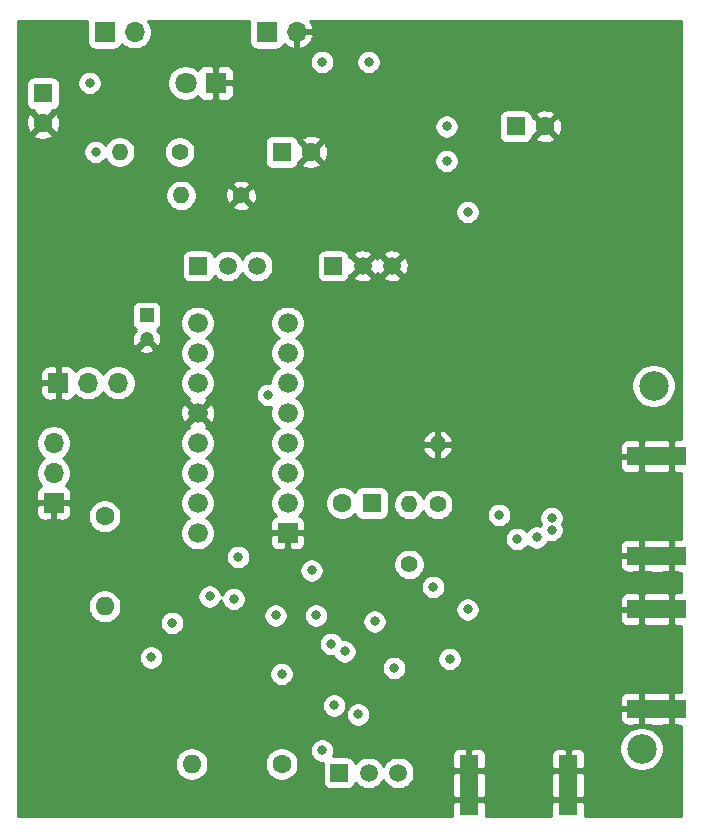
<source format=gbr>
%TF.GenerationSoftware,KiCad,Pcbnew,(5.1.8)-1*%
%TF.CreationDate,2021-04-12T08:25:30-07:00*%
%TF.ProjectId,coffee-spring21,636f6666-6565-42d7-9370-72696e673231,rev?*%
%TF.SameCoordinates,Original*%
%TF.FileFunction,Copper,L2,Inr*%
%TF.FilePolarity,Positive*%
%FSLAX46Y46*%
G04 Gerber Fmt 4.6, Leading zero omitted, Abs format (unit mm)*
G04 Created by KiCad (PCBNEW (5.1.8)-1) date 2021-04-12 08:25:30*
%MOMM*%
%LPD*%
G01*
G04 APERTURE LIST*
%TA.AperFunction,ComponentPad*%
%ADD10R,1.700000X1.700000*%
%TD*%
%TA.AperFunction,ComponentPad*%
%ADD11O,1.700000X1.700000*%
%TD*%
%TA.AperFunction,ComponentPad*%
%ADD12R,1.600000X1.600000*%
%TD*%
%TA.AperFunction,ComponentPad*%
%ADD13C,1.600000*%
%TD*%
%TA.AperFunction,ComponentPad*%
%ADD14R,1.200000X1.200000*%
%TD*%
%TA.AperFunction,ComponentPad*%
%ADD15C,1.200000*%
%TD*%
%TA.AperFunction,ComponentPad*%
%ADD16R,1.800000X1.800000*%
%TD*%
%TA.AperFunction,ComponentPad*%
%ADD17C,1.800000*%
%TD*%
%TA.AperFunction,ComponentPad*%
%ADD18C,1.676400*%
%TD*%
%TA.AperFunction,ComponentPad*%
%ADD19R,1.676400X1.676400*%
%TD*%
%TA.AperFunction,ComponentPad*%
%ADD20C,1.508000*%
%TD*%
%TA.AperFunction,ComponentPad*%
%ADD21R,1.508000X1.508000*%
%TD*%
%TA.AperFunction,ComponentPad*%
%ADD22R,2.500000X1.600000*%
%TD*%
%TA.AperFunction,ComponentPad*%
%ADD23R,1.600000X2.500000*%
%TD*%
%TA.AperFunction,ComponentPad*%
%ADD24C,1.400000*%
%TD*%
%TA.AperFunction,ComponentPad*%
%ADD25O,1.400000X1.400000*%
%TD*%
%TA.AperFunction,ComponentPad*%
%ADD26O,1.600000X1.600000*%
%TD*%
%TA.AperFunction,ViaPad*%
%ADD27C,0.800000*%
%TD*%
%TA.AperFunction,ViaPad*%
%ADD28C,5.000000*%
%TD*%
%TA.AperFunction,ViaPad*%
%ADD29C,2.500000*%
%TD*%
%TA.AperFunction,Conductor*%
%ADD30C,0.254000*%
%TD*%
%TA.AperFunction,Conductor*%
%ADD31C,0.100000*%
%TD*%
G04 APERTURE END LIST*
D10*
%TO.N,12V_OUT*%
%TO.C,BT1*%
X128016000Y-56134000D03*
D11*
%TO.N,Net-(BT1-Pad2)*%
X130556000Y-56134000D03*
%TD*%
%TO.N,GND*%
%TO.C,BT2*%
X144272000Y-56134000D03*
D10*
%TO.N,Net-(BT1-Pad2)*%
X141732000Y-56134000D03*
%TD*%
D12*
%TO.N,Net-(C5-Pad1)*%
%TO.C,C5*%
X143002000Y-66294000D03*
D13*
%TO.N,GND*%
X145502000Y-66294000D03*
%TD*%
%TO.N,Net-(C7-Pad2)*%
%TO.C,C7*%
X148122000Y-96012000D03*
D12*
%TO.N,RAMP_SIGNAL*%
X150622000Y-96012000D03*
%TD*%
D14*
%TO.N,Net-(C13-Pad1)*%
%TO.C,C13*%
X131572000Y-80137000D03*
D15*
%TO.N,GND*%
X131572000Y-82137000D03*
%TD*%
D16*
%TO.N,GND*%
%TO.C,D1*%
X137414000Y-60452000D03*
D17*
%TO.N,Net-(D1-Pad2)*%
X134874000Y-60452000D03*
%TD*%
D12*
%TO.N,12V_OUT*%
%TO.C,C8*%
X122809000Y-61341000D03*
D13*
%TO.N,GND*%
X122809000Y-63841000D03*
%TD*%
D18*
%TO.N,Net-(G1-Pad16)*%
%TO.C,G1*%
X135890000Y-98552000D03*
%TO.N,Net-(G1-Pad15)*%
X135890000Y-96012000D03*
%TO.N,Net-(G1-Pad14)*%
X135890000Y-93472000D03*
%TO.N,Net-(G1-Pad13)*%
X135890000Y-90932000D03*
%TO.N,GND*%
X135890000Y-88392000D03*
%TO.N,Net-(G1-Pad11)*%
X135890000Y-85852000D03*
%TO.N,Net-(C13-Pad1)*%
X135890000Y-83312000D03*
%TO.N,Net-(G1-Pad9)*%
X135890000Y-80772000D03*
%TO.N,Net-(G1-Pad8)*%
X143510000Y-80772000D03*
%TO.N,Net-(G1-Pad7)*%
X143510000Y-83312000D03*
%TO.N,Net-(C9-Pad1)*%
X143510000Y-85852000D03*
%TO.N,Net-(C9-Pad2)*%
X143510000Y-88392000D03*
%TO.N,12V_OUT*%
X143510000Y-90932000D03*
%TO.N,Net-(G1-Pad3)*%
X143510000Y-93472000D03*
%TO.N,Net-(C7-Pad2)*%
X143510000Y-96012000D03*
D19*
%TO.N,GND*%
X143510000Y-98552000D03*
%TD*%
D20*
%TO.N,Net-(C5-Pad1)*%
%TO.C,RV2*%
X140930000Y-75946000D03*
X138430000Y-75946000D03*
D21*
%TO.N,Net-(G1-Pad3)*%
X135930000Y-75946000D03*
%TD*%
%TO.N,Net-(R14-Pad2)*%
%TO.C,RV3*%
X147360000Y-75946000D03*
D20*
%TO.N,GND*%
X149860000Y-75946000D03*
X152360000Y-75946000D03*
%TD*%
D13*
%TO.N,GND*%
%TO.C,C3*%
X165314000Y-64135000D03*
D12*
%TO.N,5V_OUT*%
X162814000Y-64135000D03*
%TD*%
D10*
%TO.N,GND*%
%TO.C,SW1*%
X124079000Y-85852000D03*
D11*
%TO.N,SYNC_OUT*%
X126619000Y-85852000D03*
%TO.N,Net-(G1-Pad11)*%
X129159000Y-85852000D03*
%TD*%
D22*
%TO.N,GND*%
%TO.C,U5*%
X173506000Y-92066000D03*
X176006000Y-92066000D03*
X173506000Y-100466000D03*
X176006000Y-100466000D03*
%TD*%
D23*
%TO.N,GND*%
%TO.C,U6*%
X158868000Y-121142000D03*
X158868000Y-118642000D03*
X167268000Y-121142000D03*
X167268000Y-118642000D03*
%TD*%
D22*
%TO.N,GND*%
%TO.C,U11*%
X173506000Y-105020000D03*
X176006000Y-105020000D03*
X173506000Y-113420000D03*
X176006000Y-113420000D03*
%TD*%
D24*
%TO.N,Net-(C5-Pad1)*%
%TO.C,R7*%
X134366000Y-66294000D03*
D25*
%TO.N,12V_OUT*%
X129286000Y-66294000D03*
%TD*%
%TO.N,Net-(C5-Pad1)*%
%TO.C,R9*%
X134493000Y-69977000D03*
D24*
%TO.N,GND*%
X139573000Y-69977000D03*
%TD*%
D25*
%TO.N,GND*%
%TO.C,R10*%
X156210000Y-91059000D03*
D24*
%TO.N,RAMP_SIGNAL*%
X156210000Y-96139000D03*
%TD*%
%TO.N,5V_OUT*%
%TO.C,R11*%
X153797000Y-101219000D03*
D25*
%TO.N,RAMP_SIGNAL*%
X153797000Y-96139000D03*
%TD*%
D13*
%TO.N,SIGNAL_OUT*%
%TO.C,R29*%
X128016000Y-97155000D03*
D26*
%TO.N,Net-(C16-Pad2)*%
X128016000Y-104775000D03*
%TD*%
D20*
%TO.N,Net-(R19-Pad1)*%
%TO.C,RV1*%
X152868000Y-118872000D03*
X150368000Y-118872000D03*
D21*
%TO.N,Net-(R18-Pad1)*%
X147868000Y-118872000D03*
%TD*%
D10*
%TO.N,GND*%
%TO.C,J1*%
X123698000Y-96012000D03*
D11*
%TO.N,SIGNAL_OUT*%
X123698000Y-93472000D03*
%TO.N,SYNC_OUT*%
X123698000Y-90932000D03*
%TD*%
D13*
%TO.N,Net-(R18-Pad1)*%
%TO.C,R18*%
X143002000Y-118110000D03*
D26*
%TO.N,5V_OUT*%
X135382000Y-118110000D03*
%TD*%
D27*
%TO.N,12V_OUT*%
X143002000Y-110490000D03*
X126746000Y-60452000D03*
X127254000Y-66294000D03*
%TO.N,Net-(BT1-Pad2)*%
X146431000Y-58674000D03*
X150368000Y-58674000D03*
%TO.N,GND*%
X149352000Y-64135000D03*
X157861000Y-89789000D03*
X157226000Y-98171000D03*
X166624000Y-94361000D03*
X158242000Y-76200000D03*
X153416000Y-64135000D03*
X150241000Y-90170000D03*
X161798000Y-106172000D03*
X165735000Y-110617000D03*
X165735000Y-113157000D03*
X137541000Y-112014000D03*
X162687000Y-104013000D03*
X165989000Y-104013000D03*
D28*
X127762000Y-115316000D03*
D29*
X174498000Y-89408000D03*
X173482000Y-120142000D03*
D27*
%TO.N,5V_OUT*%
X156972000Y-64135000D03*
X165862000Y-97282000D03*
X165862000Y-98298000D03*
X156972000Y-67056000D03*
X141859000Y-86868000D03*
X162941000Y-99060000D03*
X164592000Y-98933000D03*
X158750000Y-105029000D03*
X155829000Y-103124000D03*
X157226000Y-109220000D03*
X138938000Y-104140000D03*
X145542000Y-101727000D03*
X139319000Y-100584000D03*
X133731000Y-106172000D03*
D29*
X174498000Y-86106000D03*
X173482000Y-116840000D03*
D27*
%TO.N,3.6V_OUT*%
X161417000Y-97028000D03*
X158750000Y-71374000D03*
%TO.N,Net-(C17-Pad2)*%
X136906000Y-103923000D03*
%TO.N,Net-(R22-Pad2)*%
X145923000Y-105537000D03*
X147193000Y-107950000D03*
%TO.N,Net-(C15-Pad2)*%
X150876000Y-106045000D03*
X148336000Y-108585000D03*
%TO.N,Net-(R18-Pad1)*%
X146431000Y-116967000D03*
X147447000Y-113157000D03*
%TO.N,Net-(R19-Pad1)*%
X149479000Y-113919000D03*
X152527000Y-109982000D03*
%TO.N,Net-(C16-Pad1)*%
X131953000Y-109093000D03*
X142494000Y-105537000D03*
%TD*%
D30*
%TO.N,GND*%
X126527928Y-55284000D02*
X126527928Y-56984000D01*
X126540188Y-57108482D01*
X126576498Y-57228180D01*
X126635463Y-57338494D01*
X126714815Y-57435185D01*
X126811506Y-57514537D01*
X126921820Y-57573502D01*
X127041518Y-57609812D01*
X127166000Y-57622072D01*
X128866000Y-57622072D01*
X128990482Y-57609812D01*
X129110180Y-57573502D01*
X129220494Y-57514537D01*
X129317185Y-57435185D01*
X129396537Y-57338494D01*
X129455502Y-57228180D01*
X129477513Y-57155620D01*
X129609368Y-57287475D01*
X129852589Y-57449990D01*
X130122842Y-57561932D01*
X130409740Y-57619000D01*
X130702260Y-57619000D01*
X130989158Y-57561932D01*
X131259411Y-57449990D01*
X131502632Y-57287475D01*
X131709475Y-57080632D01*
X131871990Y-56837411D01*
X131983932Y-56567158D01*
X132041000Y-56280260D01*
X132041000Y-55987740D01*
X131983932Y-55700842D01*
X131871990Y-55430589D01*
X131713238Y-55193000D01*
X140252890Y-55193000D01*
X140243928Y-55284000D01*
X140243928Y-56984000D01*
X140256188Y-57108482D01*
X140292498Y-57228180D01*
X140351463Y-57338494D01*
X140430815Y-57435185D01*
X140527506Y-57514537D01*
X140637820Y-57573502D01*
X140757518Y-57609812D01*
X140882000Y-57622072D01*
X142582000Y-57622072D01*
X142706482Y-57609812D01*
X142826180Y-57573502D01*
X142936494Y-57514537D01*
X143033185Y-57435185D01*
X143112537Y-57338494D01*
X143171502Y-57228180D01*
X143195966Y-57147534D01*
X143271731Y-57231588D01*
X143505080Y-57405641D01*
X143767901Y-57530825D01*
X143915110Y-57575476D01*
X144145000Y-57454155D01*
X144145000Y-56261000D01*
X144399000Y-56261000D01*
X144399000Y-57454155D01*
X144628890Y-57575476D01*
X144776099Y-57530825D01*
X145038920Y-57405641D01*
X145272269Y-57231588D01*
X145467178Y-57015355D01*
X145616157Y-56765252D01*
X145713481Y-56490891D01*
X145592814Y-56261000D01*
X144399000Y-56261000D01*
X144145000Y-56261000D01*
X144125000Y-56261000D01*
X144125000Y-56007000D01*
X144145000Y-56007000D01*
X144145000Y-55987000D01*
X144399000Y-55987000D01*
X144399000Y-56007000D01*
X145592814Y-56007000D01*
X145713481Y-55777109D01*
X145616157Y-55502748D01*
X145467178Y-55252645D01*
X145413415Y-55193000D01*
X176836001Y-55193000D01*
X176836000Y-90629266D01*
X176291750Y-90631000D01*
X176133000Y-90789750D01*
X176133000Y-91939000D01*
X176153000Y-91939000D01*
X176153000Y-92193000D01*
X176133000Y-92193000D01*
X176133000Y-93342250D01*
X176291750Y-93501000D01*
X176836000Y-93502734D01*
X176836000Y-99029266D01*
X176291750Y-99031000D01*
X176133000Y-99189750D01*
X176133000Y-100339000D01*
X176153000Y-100339000D01*
X176153000Y-100593000D01*
X176133000Y-100593000D01*
X176133000Y-101742250D01*
X176291750Y-101901000D01*
X176836000Y-101902734D01*
X176836000Y-103583266D01*
X176291750Y-103585000D01*
X176133000Y-103743750D01*
X176133000Y-104893000D01*
X176153000Y-104893000D01*
X176153000Y-105147000D01*
X176133000Y-105147000D01*
X176133000Y-106296250D01*
X176291750Y-106455000D01*
X176836000Y-106456734D01*
X176836000Y-111983266D01*
X176291750Y-111985000D01*
X176133000Y-112143750D01*
X176133000Y-113293000D01*
X176153000Y-113293000D01*
X176153000Y-113547000D01*
X176133000Y-113547000D01*
X176133000Y-114696250D01*
X176291750Y-114855000D01*
X176836000Y-114856734D01*
X176836000Y-122480000D01*
X168697405Y-122480000D01*
X168706072Y-122392000D01*
X168703000Y-121427750D01*
X168544250Y-121269000D01*
X167395000Y-121269000D01*
X167395000Y-121289000D01*
X167141000Y-121289000D01*
X167141000Y-121269000D01*
X165991750Y-121269000D01*
X165833000Y-121427750D01*
X165829928Y-122392000D01*
X165838595Y-122480000D01*
X160297405Y-122480000D01*
X160306072Y-122392000D01*
X160303000Y-121427750D01*
X160144250Y-121269000D01*
X158995000Y-121269000D01*
X158995000Y-121289000D01*
X158741000Y-121289000D01*
X158741000Y-121269000D01*
X157591750Y-121269000D01*
X157433000Y-121427750D01*
X157429928Y-122392000D01*
X157438595Y-122480000D01*
X120710000Y-122480000D01*
X120710000Y-117968665D01*
X133947000Y-117968665D01*
X133947000Y-118251335D01*
X134002147Y-118528574D01*
X134110320Y-118789727D01*
X134267363Y-119024759D01*
X134467241Y-119224637D01*
X134702273Y-119381680D01*
X134963426Y-119489853D01*
X135240665Y-119545000D01*
X135523335Y-119545000D01*
X135800574Y-119489853D01*
X136061727Y-119381680D01*
X136296759Y-119224637D01*
X136496637Y-119024759D01*
X136653680Y-118789727D01*
X136761853Y-118528574D01*
X136817000Y-118251335D01*
X136817000Y-117968665D01*
X141567000Y-117968665D01*
X141567000Y-118251335D01*
X141622147Y-118528574D01*
X141730320Y-118789727D01*
X141887363Y-119024759D01*
X142087241Y-119224637D01*
X142322273Y-119381680D01*
X142583426Y-119489853D01*
X142860665Y-119545000D01*
X143143335Y-119545000D01*
X143420574Y-119489853D01*
X143681727Y-119381680D01*
X143916759Y-119224637D01*
X144116637Y-119024759D01*
X144273680Y-118789727D01*
X144381853Y-118528574D01*
X144437000Y-118251335D01*
X144437000Y-117968665D01*
X144381853Y-117691426D01*
X144273680Y-117430273D01*
X144116637Y-117195241D01*
X143916759Y-116995363D01*
X143721748Y-116865061D01*
X145396000Y-116865061D01*
X145396000Y-117068939D01*
X145435774Y-117268898D01*
X145513795Y-117457256D01*
X145627063Y-117626774D01*
X145771226Y-117770937D01*
X145940744Y-117884205D01*
X146129102Y-117962226D01*
X146329061Y-118002000D01*
X146487353Y-118002000D01*
X146475928Y-118118000D01*
X146475928Y-119626000D01*
X146488188Y-119750482D01*
X146524498Y-119870180D01*
X146583463Y-119980494D01*
X146662815Y-120077185D01*
X146759506Y-120156537D01*
X146869820Y-120215502D01*
X146989518Y-120251812D01*
X147114000Y-120264072D01*
X148622000Y-120264072D01*
X148746482Y-120251812D01*
X148866180Y-120215502D01*
X148976494Y-120156537D01*
X149073185Y-120077185D01*
X149152537Y-119980494D01*
X149211502Y-119870180D01*
X149247812Y-119750482D01*
X149252518Y-119702698D01*
X149289093Y-119757436D01*
X149482564Y-119950907D01*
X149710062Y-120102916D01*
X149962844Y-120207622D01*
X150231195Y-120261000D01*
X150504805Y-120261000D01*
X150773156Y-120207622D01*
X151025938Y-120102916D01*
X151253436Y-119950907D01*
X151446907Y-119757436D01*
X151598916Y-119529938D01*
X151618000Y-119483865D01*
X151637084Y-119529938D01*
X151789093Y-119757436D01*
X151982564Y-119950907D01*
X152210062Y-120102916D01*
X152462844Y-120207622D01*
X152731195Y-120261000D01*
X153004805Y-120261000D01*
X153273156Y-120207622D01*
X153525938Y-120102916D01*
X153753436Y-119950907D01*
X153812343Y-119892000D01*
X157429928Y-119892000D01*
X157433000Y-120856250D01*
X157591750Y-121015000D01*
X158741000Y-121015000D01*
X158741000Y-118769000D01*
X158995000Y-118769000D01*
X158995000Y-121015000D01*
X160144250Y-121015000D01*
X160303000Y-120856250D01*
X160306072Y-119892000D01*
X165829928Y-119892000D01*
X165833000Y-120856250D01*
X165991750Y-121015000D01*
X167141000Y-121015000D01*
X167141000Y-118769000D01*
X167395000Y-118769000D01*
X167395000Y-121015000D01*
X168544250Y-121015000D01*
X168703000Y-120856250D01*
X168706072Y-119892000D01*
X168703000Y-118927750D01*
X168544250Y-118769000D01*
X167395000Y-118769000D01*
X167141000Y-118769000D01*
X165991750Y-118769000D01*
X165833000Y-118927750D01*
X165829928Y-119892000D01*
X160306072Y-119892000D01*
X160303000Y-118927750D01*
X160144250Y-118769000D01*
X158995000Y-118769000D01*
X158741000Y-118769000D01*
X157591750Y-118769000D01*
X157433000Y-118927750D01*
X157429928Y-119892000D01*
X153812343Y-119892000D01*
X153946907Y-119757436D01*
X154098916Y-119529938D01*
X154203622Y-119277156D01*
X154257000Y-119008805D01*
X154257000Y-118735195D01*
X154203622Y-118466844D01*
X154098916Y-118214062D01*
X153946907Y-117986564D01*
X153753436Y-117793093D01*
X153525938Y-117641084D01*
X153273156Y-117536378D01*
X153004805Y-117483000D01*
X152731195Y-117483000D01*
X152462844Y-117536378D01*
X152210062Y-117641084D01*
X151982564Y-117793093D01*
X151789093Y-117986564D01*
X151637084Y-118214062D01*
X151618000Y-118260135D01*
X151598916Y-118214062D01*
X151446907Y-117986564D01*
X151253436Y-117793093D01*
X151025938Y-117641084D01*
X150773156Y-117536378D01*
X150504805Y-117483000D01*
X150231195Y-117483000D01*
X149962844Y-117536378D01*
X149710062Y-117641084D01*
X149482564Y-117793093D01*
X149289093Y-117986564D01*
X149252518Y-118041302D01*
X149247812Y-117993518D01*
X149211502Y-117873820D01*
X149152537Y-117763506D01*
X149073185Y-117666815D01*
X148976494Y-117587463D01*
X148866180Y-117528498D01*
X148746482Y-117492188D01*
X148622000Y-117479928D01*
X147333056Y-117479928D01*
X147348205Y-117457256D01*
X147375235Y-117392000D01*
X157429928Y-117392000D01*
X157433000Y-118356250D01*
X157591750Y-118515000D01*
X158741000Y-118515000D01*
X158741000Y-116915750D01*
X158995000Y-116915750D01*
X158995000Y-118515000D01*
X160144250Y-118515000D01*
X160303000Y-118356250D01*
X160306072Y-117392000D01*
X165829928Y-117392000D01*
X165833000Y-118356250D01*
X165991750Y-118515000D01*
X167141000Y-118515000D01*
X167141000Y-116915750D01*
X167395000Y-116915750D01*
X167395000Y-118515000D01*
X168544250Y-118515000D01*
X168703000Y-118356250D01*
X168706072Y-117392000D01*
X168693812Y-117267518D01*
X168657502Y-117147820D01*
X168598537Y-117037506D01*
X168519185Y-116940815D01*
X168422494Y-116861463D01*
X168312180Y-116802498D01*
X168192482Y-116766188D01*
X168068000Y-116753928D01*
X167553750Y-116757000D01*
X167395000Y-116915750D01*
X167141000Y-116915750D01*
X166982250Y-116757000D01*
X166468000Y-116753928D01*
X166343518Y-116766188D01*
X166223820Y-116802498D01*
X166113506Y-116861463D01*
X166016815Y-116940815D01*
X165937463Y-117037506D01*
X165878498Y-117147820D01*
X165842188Y-117267518D01*
X165829928Y-117392000D01*
X160306072Y-117392000D01*
X160293812Y-117267518D01*
X160257502Y-117147820D01*
X160198537Y-117037506D01*
X160119185Y-116940815D01*
X160022494Y-116861463D01*
X159912180Y-116802498D01*
X159792482Y-116766188D01*
X159668000Y-116753928D01*
X159153750Y-116757000D01*
X158995000Y-116915750D01*
X158741000Y-116915750D01*
X158582250Y-116757000D01*
X158068000Y-116753928D01*
X157943518Y-116766188D01*
X157823820Y-116802498D01*
X157713506Y-116861463D01*
X157616815Y-116940815D01*
X157537463Y-117037506D01*
X157478498Y-117147820D01*
X157442188Y-117267518D01*
X157429928Y-117392000D01*
X147375235Y-117392000D01*
X147426226Y-117268898D01*
X147466000Y-117068939D01*
X147466000Y-116865061D01*
X147426226Y-116665102D01*
X147421770Y-116654344D01*
X171597000Y-116654344D01*
X171597000Y-117025656D01*
X171669439Y-117389834D01*
X171811534Y-117732882D01*
X172017825Y-118041618D01*
X172280382Y-118304175D01*
X172589118Y-118510466D01*
X172932166Y-118652561D01*
X173296344Y-118725000D01*
X173667656Y-118725000D01*
X174031834Y-118652561D01*
X174374882Y-118510466D01*
X174683618Y-118304175D01*
X174946175Y-118041618D01*
X175152466Y-117732882D01*
X175294561Y-117389834D01*
X175367000Y-117025656D01*
X175367000Y-116654344D01*
X175294561Y-116290166D01*
X175152466Y-115947118D01*
X174946175Y-115638382D01*
X174683618Y-115375825D01*
X174374882Y-115169534D01*
X174031834Y-115027439D01*
X173667656Y-114955000D01*
X173296344Y-114955000D01*
X172932166Y-115027439D01*
X172589118Y-115169534D01*
X172280382Y-115375825D01*
X172017825Y-115638382D01*
X171811534Y-115947118D01*
X171669439Y-116290166D01*
X171597000Y-116654344D01*
X147421770Y-116654344D01*
X147348205Y-116476744D01*
X147234937Y-116307226D01*
X147090774Y-116163063D01*
X146921256Y-116049795D01*
X146732898Y-115971774D01*
X146532939Y-115932000D01*
X146329061Y-115932000D01*
X146129102Y-115971774D01*
X145940744Y-116049795D01*
X145771226Y-116163063D01*
X145627063Y-116307226D01*
X145513795Y-116476744D01*
X145435774Y-116665102D01*
X145396000Y-116865061D01*
X143721748Y-116865061D01*
X143681727Y-116838320D01*
X143420574Y-116730147D01*
X143143335Y-116675000D01*
X142860665Y-116675000D01*
X142583426Y-116730147D01*
X142322273Y-116838320D01*
X142087241Y-116995363D01*
X141887363Y-117195241D01*
X141730320Y-117430273D01*
X141622147Y-117691426D01*
X141567000Y-117968665D01*
X136817000Y-117968665D01*
X136761853Y-117691426D01*
X136653680Y-117430273D01*
X136496637Y-117195241D01*
X136296759Y-116995363D01*
X136061727Y-116838320D01*
X135800574Y-116730147D01*
X135523335Y-116675000D01*
X135240665Y-116675000D01*
X134963426Y-116730147D01*
X134702273Y-116838320D01*
X134467241Y-116995363D01*
X134267363Y-117195241D01*
X134110320Y-117430273D01*
X134002147Y-117691426D01*
X133947000Y-117968665D01*
X120710000Y-117968665D01*
X120710000Y-113055061D01*
X146412000Y-113055061D01*
X146412000Y-113258939D01*
X146451774Y-113458898D01*
X146529795Y-113647256D01*
X146643063Y-113816774D01*
X146787226Y-113960937D01*
X146956744Y-114074205D01*
X147145102Y-114152226D01*
X147345061Y-114192000D01*
X147548939Y-114192000D01*
X147748898Y-114152226D01*
X147937256Y-114074205D01*
X148106774Y-113960937D01*
X148250650Y-113817061D01*
X148444000Y-113817061D01*
X148444000Y-114020939D01*
X148483774Y-114220898D01*
X148561795Y-114409256D01*
X148675063Y-114578774D01*
X148819226Y-114722937D01*
X148988744Y-114836205D01*
X149177102Y-114914226D01*
X149377061Y-114954000D01*
X149580939Y-114954000D01*
X149780898Y-114914226D01*
X149969256Y-114836205D01*
X150138774Y-114722937D01*
X150282937Y-114578774D01*
X150396205Y-114409256D01*
X150474226Y-114220898D01*
X150474404Y-114220000D01*
X171617928Y-114220000D01*
X171630188Y-114344482D01*
X171666498Y-114464180D01*
X171725463Y-114574494D01*
X171804815Y-114671185D01*
X171901506Y-114750537D01*
X172011820Y-114809502D01*
X172131518Y-114845812D01*
X172256000Y-114858072D01*
X173220250Y-114855000D01*
X173379000Y-114696250D01*
X173379000Y-113547000D01*
X173633000Y-113547000D01*
X173633000Y-114696250D01*
X173791750Y-114855000D01*
X174756000Y-114858072D01*
X175720250Y-114855000D01*
X175879000Y-114696250D01*
X175879000Y-113547000D01*
X173633000Y-113547000D01*
X173379000Y-113547000D01*
X171779750Y-113547000D01*
X171621000Y-113705750D01*
X171617928Y-114220000D01*
X150474404Y-114220000D01*
X150514000Y-114020939D01*
X150514000Y-113817061D01*
X150474226Y-113617102D01*
X150396205Y-113428744D01*
X150282937Y-113259226D01*
X150138774Y-113115063D01*
X149969256Y-113001795D01*
X149780898Y-112923774D01*
X149580939Y-112884000D01*
X149377061Y-112884000D01*
X149177102Y-112923774D01*
X148988744Y-113001795D01*
X148819226Y-113115063D01*
X148675063Y-113259226D01*
X148561795Y-113428744D01*
X148483774Y-113617102D01*
X148444000Y-113817061D01*
X148250650Y-113817061D01*
X148250937Y-113816774D01*
X148364205Y-113647256D01*
X148442226Y-113458898D01*
X148482000Y-113258939D01*
X148482000Y-113055061D01*
X148442226Y-112855102D01*
X148364205Y-112666744D01*
X148332972Y-112620000D01*
X171617928Y-112620000D01*
X171621000Y-113134250D01*
X171779750Y-113293000D01*
X173379000Y-113293000D01*
X173379000Y-112143750D01*
X173633000Y-112143750D01*
X173633000Y-113293000D01*
X175879000Y-113293000D01*
X175879000Y-112143750D01*
X175720250Y-111985000D01*
X174756000Y-111981928D01*
X173791750Y-111985000D01*
X173633000Y-112143750D01*
X173379000Y-112143750D01*
X173220250Y-111985000D01*
X172256000Y-111981928D01*
X172131518Y-111994188D01*
X172011820Y-112030498D01*
X171901506Y-112089463D01*
X171804815Y-112168815D01*
X171725463Y-112265506D01*
X171666498Y-112375820D01*
X171630188Y-112495518D01*
X171617928Y-112620000D01*
X148332972Y-112620000D01*
X148250937Y-112497226D01*
X148106774Y-112353063D01*
X147937256Y-112239795D01*
X147748898Y-112161774D01*
X147548939Y-112122000D01*
X147345061Y-112122000D01*
X147145102Y-112161774D01*
X146956744Y-112239795D01*
X146787226Y-112353063D01*
X146643063Y-112497226D01*
X146529795Y-112666744D01*
X146451774Y-112855102D01*
X146412000Y-113055061D01*
X120710000Y-113055061D01*
X120710000Y-110388061D01*
X141967000Y-110388061D01*
X141967000Y-110591939D01*
X142006774Y-110791898D01*
X142084795Y-110980256D01*
X142198063Y-111149774D01*
X142342226Y-111293937D01*
X142511744Y-111407205D01*
X142700102Y-111485226D01*
X142900061Y-111525000D01*
X143103939Y-111525000D01*
X143303898Y-111485226D01*
X143492256Y-111407205D01*
X143661774Y-111293937D01*
X143805937Y-111149774D01*
X143919205Y-110980256D01*
X143997226Y-110791898D01*
X144037000Y-110591939D01*
X144037000Y-110388061D01*
X143997226Y-110188102D01*
X143919205Y-109999744D01*
X143839236Y-109880061D01*
X151492000Y-109880061D01*
X151492000Y-110083939D01*
X151531774Y-110283898D01*
X151609795Y-110472256D01*
X151723063Y-110641774D01*
X151867226Y-110785937D01*
X152036744Y-110899205D01*
X152225102Y-110977226D01*
X152425061Y-111017000D01*
X152628939Y-111017000D01*
X152828898Y-110977226D01*
X153017256Y-110899205D01*
X153186774Y-110785937D01*
X153330937Y-110641774D01*
X153444205Y-110472256D01*
X153522226Y-110283898D01*
X153562000Y-110083939D01*
X153562000Y-109880061D01*
X153522226Y-109680102D01*
X153444205Y-109491744D01*
X153330937Y-109322226D01*
X153186774Y-109178063D01*
X153096975Y-109118061D01*
X156191000Y-109118061D01*
X156191000Y-109321939D01*
X156230774Y-109521898D01*
X156308795Y-109710256D01*
X156422063Y-109879774D01*
X156566226Y-110023937D01*
X156735744Y-110137205D01*
X156924102Y-110215226D01*
X157124061Y-110255000D01*
X157327939Y-110255000D01*
X157527898Y-110215226D01*
X157716256Y-110137205D01*
X157885774Y-110023937D01*
X158029937Y-109879774D01*
X158143205Y-109710256D01*
X158221226Y-109521898D01*
X158261000Y-109321939D01*
X158261000Y-109118061D01*
X158221226Y-108918102D01*
X158143205Y-108729744D01*
X158029937Y-108560226D01*
X157885774Y-108416063D01*
X157716256Y-108302795D01*
X157527898Y-108224774D01*
X157327939Y-108185000D01*
X157124061Y-108185000D01*
X156924102Y-108224774D01*
X156735744Y-108302795D01*
X156566226Y-108416063D01*
X156422063Y-108560226D01*
X156308795Y-108729744D01*
X156230774Y-108918102D01*
X156191000Y-109118061D01*
X153096975Y-109118061D01*
X153017256Y-109064795D01*
X152828898Y-108986774D01*
X152628939Y-108947000D01*
X152425061Y-108947000D01*
X152225102Y-108986774D01*
X152036744Y-109064795D01*
X151867226Y-109178063D01*
X151723063Y-109322226D01*
X151609795Y-109491744D01*
X151531774Y-109680102D01*
X151492000Y-109880061D01*
X143839236Y-109880061D01*
X143805937Y-109830226D01*
X143661774Y-109686063D01*
X143492256Y-109572795D01*
X143303898Y-109494774D01*
X143103939Y-109455000D01*
X142900061Y-109455000D01*
X142700102Y-109494774D01*
X142511744Y-109572795D01*
X142342226Y-109686063D01*
X142198063Y-109830226D01*
X142084795Y-109999744D01*
X142006774Y-110188102D01*
X141967000Y-110388061D01*
X120710000Y-110388061D01*
X120710000Y-108991061D01*
X130918000Y-108991061D01*
X130918000Y-109194939D01*
X130957774Y-109394898D01*
X131035795Y-109583256D01*
X131149063Y-109752774D01*
X131293226Y-109896937D01*
X131462744Y-110010205D01*
X131651102Y-110088226D01*
X131851061Y-110128000D01*
X132054939Y-110128000D01*
X132254898Y-110088226D01*
X132443256Y-110010205D01*
X132612774Y-109896937D01*
X132756937Y-109752774D01*
X132870205Y-109583256D01*
X132948226Y-109394898D01*
X132988000Y-109194939D01*
X132988000Y-108991061D01*
X132948226Y-108791102D01*
X132870205Y-108602744D01*
X132756937Y-108433226D01*
X132612774Y-108289063D01*
X132443256Y-108175795D01*
X132254898Y-108097774D01*
X132054939Y-108058000D01*
X131851061Y-108058000D01*
X131651102Y-108097774D01*
X131462744Y-108175795D01*
X131293226Y-108289063D01*
X131149063Y-108433226D01*
X131035795Y-108602744D01*
X130957774Y-108791102D01*
X130918000Y-108991061D01*
X120710000Y-108991061D01*
X120710000Y-107848061D01*
X146158000Y-107848061D01*
X146158000Y-108051939D01*
X146197774Y-108251898D01*
X146275795Y-108440256D01*
X146389063Y-108609774D01*
X146533226Y-108753937D01*
X146702744Y-108867205D01*
X146891102Y-108945226D01*
X147091061Y-108985000D01*
X147294939Y-108985000D01*
X147374827Y-108969109D01*
X147418795Y-109075256D01*
X147532063Y-109244774D01*
X147676226Y-109388937D01*
X147845744Y-109502205D01*
X148034102Y-109580226D01*
X148234061Y-109620000D01*
X148437939Y-109620000D01*
X148637898Y-109580226D01*
X148826256Y-109502205D01*
X148995774Y-109388937D01*
X149139937Y-109244774D01*
X149253205Y-109075256D01*
X149331226Y-108886898D01*
X149371000Y-108686939D01*
X149371000Y-108483061D01*
X149331226Y-108283102D01*
X149253205Y-108094744D01*
X149139937Y-107925226D01*
X148995774Y-107781063D01*
X148826256Y-107667795D01*
X148637898Y-107589774D01*
X148437939Y-107550000D01*
X148234061Y-107550000D01*
X148154173Y-107565891D01*
X148110205Y-107459744D01*
X147996937Y-107290226D01*
X147852774Y-107146063D01*
X147683256Y-107032795D01*
X147494898Y-106954774D01*
X147294939Y-106915000D01*
X147091061Y-106915000D01*
X146891102Y-106954774D01*
X146702744Y-107032795D01*
X146533226Y-107146063D01*
X146389063Y-107290226D01*
X146275795Y-107459744D01*
X146197774Y-107648102D01*
X146158000Y-107848061D01*
X120710000Y-107848061D01*
X120710000Y-104633665D01*
X126581000Y-104633665D01*
X126581000Y-104916335D01*
X126636147Y-105193574D01*
X126744320Y-105454727D01*
X126901363Y-105689759D01*
X127101241Y-105889637D01*
X127336273Y-106046680D01*
X127597426Y-106154853D01*
X127874665Y-106210000D01*
X128157335Y-106210000D01*
X128434574Y-106154853D01*
X128639280Y-106070061D01*
X132696000Y-106070061D01*
X132696000Y-106273939D01*
X132735774Y-106473898D01*
X132813795Y-106662256D01*
X132927063Y-106831774D01*
X133071226Y-106975937D01*
X133240744Y-107089205D01*
X133429102Y-107167226D01*
X133629061Y-107207000D01*
X133832939Y-107207000D01*
X134032898Y-107167226D01*
X134221256Y-107089205D01*
X134390774Y-106975937D01*
X134534937Y-106831774D01*
X134648205Y-106662256D01*
X134726226Y-106473898D01*
X134766000Y-106273939D01*
X134766000Y-106070061D01*
X134726226Y-105870102D01*
X134648205Y-105681744D01*
X134534937Y-105512226D01*
X134457772Y-105435061D01*
X141459000Y-105435061D01*
X141459000Y-105638939D01*
X141498774Y-105838898D01*
X141576795Y-106027256D01*
X141690063Y-106196774D01*
X141834226Y-106340937D01*
X142003744Y-106454205D01*
X142192102Y-106532226D01*
X142392061Y-106572000D01*
X142595939Y-106572000D01*
X142795898Y-106532226D01*
X142984256Y-106454205D01*
X143153774Y-106340937D01*
X143297937Y-106196774D01*
X143411205Y-106027256D01*
X143489226Y-105838898D01*
X143529000Y-105638939D01*
X143529000Y-105435061D01*
X144888000Y-105435061D01*
X144888000Y-105638939D01*
X144927774Y-105838898D01*
X145005795Y-106027256D01*
X145119063Y-106196774D01*
X145263226Y-106340937D01*
X145432744Y-106454205D01*
X145621102Y-106532226D01*
X145821061Y-106572000D01*
X146024939Y-106572000D01*
X146224898Y-106532226D01*
X146413256Y-106454205D01*
X146582774Y-106340937D01*
X146726937Y-106196774D01*
X146840205Y-106027256D01*
X146875079Y-105943061D01*
X149841000Y-105943061D01*
X149841000Y-106146939D01*
X149880774Y-106346898D01*
X149958795Y-106535256D01*
X150072063Y-106704774D01*
X150216226Y-106848937D01*
X150385744Y-106962205D01*
X150574102Y-107040226D01*
X150774061Y-107080000D01*
X150977939Y-107080000D01*
X151177898Y-107040226D01*
X151366256Y-106962205D01*
X151535774Y-106848937D01*
X151679937Y-106704774D01*
X151793205Y-106535256D01*
X151871226Y-106346898D01*
X151911000Y-106146939D01*
X151911000Y-105943061D01*
X151871226Y-105743102D01*
X151793205Y-105554744D01*
X151679937Y-105385226D01*
X151535774Y-105241063D01*
X151366256Y-105127795D01*
X151177898Y-105049774D01*
X150977939Y-105010000D01*
X150774061Y-105010000D01*
X150574102Y-105049774D01*
X150385744Y-105127795D01*
X150216226Y-105241063D01*
X150072063Y-105385226D01*
X149958795Y-105554744D01*
X149880774Y-105743102D01*
X149841000Y-105943061D01*
X146875079Y-105943061D01*
X146918226Y-105838898D01*
X146958000Y-105638939D01*
X146958000Y-105435061D01*
X146918226Y-105235102D01*
X146840205Y-105046744D01*
X146760236Y-104927061D01*
X157715000Y-104927061D01*
X157715000Y-105130939D01*
X157754774Y-105330898D01*
X157832795Y-105519256D01*
X157946063Y-105688774D01*
X158090226Y-105832937D01*
X158259744Y-105946205D01*
X158448102Y-106024226D01*
X158648061Y-106064000D01*
X158851939Y-106064000D01*
X159051898Y-106024226D01*
X159240256Y-105946205D01*
X159409774Y-105832937D01*
X159422711Y-105820000D01*
X171617928Y-105820000D01*
X171630188Y-105944482D01*
X171666498Y-106064180D01*
X171725463Y-106174494D01*
X171804815Y-106271185D01*
X171901506Y-106350537D01*
X172011820Y-106409502D01*
X172131518Y-106445812D01*
X172256000Y-106458072D01*
X173220250Y-106455000D01*
X173379000Y-106296250D01*
X173379000Y-105147000D01*
X173633000Y-105147000D01*
X173633000Y-106296250D01*
X173791750Y-106455000D01*
X174756000Y-106458072D01*
X175720250Y-106455000D01*
X175879000Y-106296250D01*
X175879000Y-105147000D01*
X173633000Y-105147000D01*
X173379000Y-105147000D01*
X171779750Y-105147000D01*
X171621000Y-105305750D01*
X171617928Y-105820000D01*
X159422711Y-105820000D01*
X159553937Y-105688774D01*
X159667205Y-105519256D01*
X159745226Y-105330898D01*
X159785000Y-105130939D01*
X159785000Y-104927061D01*
X159745226Y-104727102D01*
X159667205Y-104538744D01*
X159553937Y-104369226D01*
X159409774Y-104225063D01*
X159402197Y-104220000D01*
X171617928Y-104220000D01*
X171621000Y-104734250D01*
X171779750Y-104893000D01*
X173379000Y-104893000D01*
X173379000Y-103743750D01*
X173633000Y-103743750D01*
X173633000Y-104893000D01*
X175879000Y-104893000D01*
X175879000Y-103743750D01*
X175720250Y-103585000D01*
X174756000Y-103581928D01*
X173791750Y-103585000D01*
X173633000Y-103743750D01*
X173379000Y-103743750D01*
X173220250Y-103585000D01*
X172256000Y-103581928D01*
X172131518Y-103594188D01*
X172011820Y-103630498D01*
X171901506Y-103689463D01*
X171804815Y-103768815D01*
X171725463Y-103865506D01*
X171666498Y-103975820D01*
X171630188Y-104095518D01*
X171617928Y-104220000D01*
X159402197Y-104220000D01*
X159240256Y-104111795D01*
X159051898Y-104033774D01*
X158851939Y-103994000D01*
X158648061Y-103994000D01*
X158448102Y-104033774D01*
X158259744Y-104111795D01*
X158090226Y-104225063D01*
X157946063Y-104369226D01*
X157832795Y-104538744D01*
X157754774Y-104727102D01*
X157715000Y-104927061D01*
X146760236Y-104927061D01*
X146726937Y-104877226D01*
X146582774Y-104733063D01*
X146413256Y-104619795D01*
X146224898Y-104541774D01*
X146024939Y-104502000D01*
X145821061Y-104502000D01*
X145621102Y-104541774D01*
X145432744Y-104619795D01*
X145263226Y-104733063D01*
X145119063Y-104877226D01*
X145005795Y-105046744D01*
X144927774Y-105235102D01*
X144888000Y-105435061D01*
X143529000Y-105435061D01*
X143489226Y-105235102D01*
X143411205Y-105046744D01*
X143297937Y-104877226D01*
X143153774Y-104733063D01*
X142984256Y-104619795D01*
X142795898Y-104541774D01*
X142595939Y-104502000D01*
X142392061Y-104502000D01*
X142192102Y-104541774D01*
X142003744Y-104619795D01*
X141834226Y-104733063D01*
X141690063Y-104877226D01*
X141576795Y-105046744D01*
X141498774Y-105235102D01*
X141459000Y-105435061D01*
X134457772Y-105435061D01*
X134390774Y-105368063D01*
X134221256Y-105254795D01*
X134032898Y-105176774D01*
X133832939Y-105137000D01*
X133629061Y-105137000D01*
X133429102Y-105176774D01*
X133240744Y-105254795D01*
X133071226Y-105368063D01*
X132927063Y-105512226D01*
X132813795Y-105681744D01*
X132735774Y-105870102D01*
X132696000Y-106070061D01*
X128639280Y-106070061D01*
X128695727Y-106046680D01*
X128930759Y-105889637D01*
X129130637Y-105689759D01*
X129287680Y-105454727D01*
X129395853Y-105193574D01*
X129451000Y-104916335D01*
X129451000Y-104633665D01*
X129395853Y-104356426D01*
X129287680Y-104095273D01*
X129130637Y-103860241D01*
X129091457Y-103821061D01*
X135871000Y-103821061D01*
X135871000Y-104024939D01*
X135910774Y-104224898D01*
X135988795Y-104413256D01*
X136102063Y-104582774D01*
X136246226Y-104726937D01*
X136415744Y-104840205D01*
X136604102Y-104918226D01*
X136804061Y-104958000D01*
X137007939Y-104958000D01*
X137207898Y-104918226D01*
X137396256Y-104840205D01*
X137565774Y-104726937D01*
X137709937Y-104582774D01*
X137823205Y-104413256D01*
X137901226Y-104224898D01*
X137903000Y-104215979D01*
X137903000Y-104241939D01*
X137942774Y-104441898D01*
X138020795Y-104630256D01*
X138134063Y-104799774D01*
X138278226Y-104943937D01*
X138447744Y-105057205D01*
X138636102Y-105135226D01*
X138836061Y-105175000D01*
X139039939Y-105175000D01*
X139239898Y-105135226D01*
X139428256Y-105057205D01*
X139597774Y-104943937D01*
X139741937Y-104799774D01*
X139855205Y-104630256D01*
X139933226Y-104441898D01*
X139973000Y-104241939D01*
X139973000Y-104038061D01*
X139933226Y-103838102D01*
X139855205Y-103649744D01*
X139741937Y-103480226D01*
X139597774Y-103336063D01*
X139428256Y-103222795D01*
X139239898Y-103144774D01*
X139039939Y-103105000D01*
X138836061Y-103105000D01*
X138636102Y-103144774D01*
X138447744Y-103222795D01*
X138278226Y-103336063D01*
X138134063Y-103480226D01*
X138020795Y-103649744D01*
X137942774Y-103838102D01*
X137941000Y-103847021D01*
X137941000Y-103821061D01*
X137901226Y-103621102D01*
X137823205Y-103432744D01*
X137709937Y-103263226D01*
X137565774Y-103119063D01*
X137420600Y-103022061D01*
X154794000Y-103022061D01*
X154794000Y-103225939D01*
X154833774Y-103425898D01*
X154911795Y-103614256D01*
X155025063Y-103783774D01*
X155169226Y-103927937D01*
X155338744Y-104041205D01*
X155527102Y-104119226D01*
X155727061Y-104159000D01*
X155930939Y-104159000D01*
X156130898Y-104119226D01*
X156319256Y-104041205D01*
X156488774Y-103927937D01*
X156632937Y-103783774D01*
X156746205Y-103614256D01*
X156824226Y-103425898D01*
X156864000Y-103225939D01*
X156864000Y-103022061D01*
X156824226Y-102822102D01*
X156746205Y-102633744D01*
X156632937Y-102464226D01*
X156488774Y-102320063D01*
X156319256Y-102206795D01*
X156130898Y-102128774D01*
X155930939Y-102089000D01*
X155727061Y-102089000D01*
X155527102Y-102128774D01*
X155338744Y-102206795D01*
X155169226Y-102320063D01*
X155025063Y-102464226D01*
X154911795Y-102633744D01*
X154833774Y-102822102D01*
X154794000Y-103022061D01*
X137420600Y-103022061D01*
X137396256Y-103005795D01*
X137207898Y-102927774D01*
X137007939Y-102888000D01*
X136804061Y-102888000D01*
X136604102Y-102927774D01*
X136415744Y-103005795D01*
X136246226Y-103119063D01*
X136102063Y-103263226D01*
X135988795Y-103432744D01*
X135910774Y-103621102D01*
X135871000Y-103821061D01*
X129091457Y-103821061D01*
X128930759Y-103660363D01*
X128695727Y-103503320D01*
X128434574Y-103395147D01*
X128157335Y-103340000D01*
X127874665Y-103340000D01*
X127597426Y-103395147D01*
X127336273Y-103503320D01*
X127101241Y-103660363D01*
X126901363Y-103860241D01*
X126744320Y-104095273D01*
X126636147Y-104356426D01*
X126581000Y-104633665D01*
X120710000Y-104633665D01*
X120710000Y-101625061D01*
X144507000Y-101625061D01*
X144507000Y-101828939D01*
X144546774Y-102028898D01*
X144624795Y-102217256D01*
X144738063Y-102386774D01*
X144882226Y-102530937D01*
X145051744Y-102644205D01*
X145240102Y-102722226D01*
X145440061Y-102762000D01*
X145643939Y-102762000D01*
X145843898Y-102722226D01*
X146032256Y-102644205D01*
X146201774Y-102530937D01*
X146345937Y-102386774D01*
X146459205Y-102217256D01*
X146537226Y-102028898D01*
X146577000Y-101828939D01*
X146577000Y-101625061D01*
X146537226Y-101425102D01*
X146459205Y-101236744D01*
X146359493Y-101087514D01*
X152462000Y-101087514D01*
X152462000Y-101350486D01*
X152513304Y-101608405D01*
X152613939Y-101851359D01*
X152760038Y-102070013D01*
X152945987Y-102255962D01*
X153164641Y-102402061D01*
X153407595Y-102502696D01*
X153665514Y-102554000D01*
X153928486Y-102554000D01*
X154186405Y-102502696D01*
X154429359Y-102402061D01*
X154648013Y-102255962D01*
X154833962Y-102070013D01*
X154980061Y-101851359D01*
X155080696Y-101608405D01*
X155132000Y-101350486D01*
X155132000Y-101266000D01*
X171617928Y-101266000D01*
X171630188Y-101390482D01*
X171666498Y-101510180D01*
X171725463Y-101620494D01*
X171804815Y-101717185D01*
X171901506Y-101796537D01*
X172011820Y-101855502D01*
X172131518Y-101891812D01*
X172256000Y-101904072D01*
X173220250Y-101901000D01*
X173379000Y-101742250D01*
X173379000Y-100593000D01*
X173633000Y-100593000D01*
X173633000Y-101742250D01*
X173791750Y-101901000D01*
X174756000Y-101904072D01*
X175720250Y-101901000D01*
X175879000Y-101742250D01*
X175879000Y-100593000D01*
X173633000Y-100593000D01*
X173379000Y-100593000D01*
X171779750Y-100593000D01*
X171621000Y-100751750D01*
X171617928Y-101266000D01*
X155132000Y-101266000D01*
X155132000Y-101087514D01*
X155080696Y-100829595D01*
X154980061Y-100586641D01*
X154833962Y-100367987D01*
X154648013Y-100182038D01*
X154429359Y-100035939D01*
X154186405Y-99935304D01*
X153928486Y-99884000D01*
X153665514Y-99884000D01*
X153407595Y-99935304D01*
X153164641Y-100035939D01*
X152945987Y-100182038D01*
X152760038Y-100367987D01*
X152613939Y-100586641D01*
X152513304Y-100829595D01*
X152462000Y-101087514D01*
X146359493Y-101087514D01*
X146345937Y-101067226D01*
X146201774Y-100923063D01*
X146032256Y-100809795D01*
X145843898Y-100731774D01*
X145643939Y-100692000D01*
X145440061Y-100692000D01*
X145240102Y-100731774D01*
X145051744Y-100809795D01*
X144882226Y-100923063D01*
X144738063Y-101067226D01*
X144624795Y-101236744D01*
X144546774Y-101425102D01*
X144507000Y-101625061D01*
X120710000Y-101625061D01*
X120710000Y-100482061D01*
X138284000Y-100482061D01*
X138284000Y-100685939D01*
X138323774Y-100885898D01*
X138401795Y-101074256D01*
X138515063Y-101243774D01*
X138659226Y-101387937D01*
X138828744Y-101501205D01*
X139017102Y-101579226D01*
X139217061Y-101619000D01*
X139420939Y-101619000D01*
X139620898Y-101579226D01*
X139809256Y-101501205D01*
X139978774Y-101387937D01*
X140122937Y-101243774D01*
X140236205Y-101074256D01*
X140314226Y-100885898D01*
X140354000Y-100685939D01*
X140354000Y-100482061D01*
X140314226Y-100282102D01*
X140236205Y-100093744D01*
X140122937Y-99924226D01*
X139978774Y-99780063D01*
X139809256Y-99666795D01*
X139620898Y-99588774D01*
X139420939Y-99549000D01*
X139217061Y-99549000D01*
X139017102Y-99588774D01*
X138828744Y-99666795D01*
X138659226Y-99780063D01*
X138515063Y-99924226D01*
X138401795Y-100093744D01*
X138323774Y-100282102D01*
X138284000Y-100482061D01*
X120710000Y-100482061D01*
X120710000Y-96862000D01*
X122209928Y-96862000D01*
X122222188Y-96986482D01*
X122258498Y-97106180D01*
X122317463Y-97216494D01*
X122396815Y-97313185D01*
X122493506Y-97392537D01*
X122603820Y-97451502D01*
X122723518Y-97487812D01*
X122848000Y-97500072D01*
X123412250Y-97497000D01*
X123571000Y-97338250D01*
X123571000Y-96139000D01*
X123825000Y-96139000D01*
X123825000Y-97338250D01*
X123983750Y-97497000D01*
X124548000Y-97500072D01*
X124672482Y-97487812D01*
X124792180Y-97451502D01*
X124902494Y-97392537D01*
X124999185Y-97313185D01*
X125078537Y-97216494D01*
X125137502Y-97106180D01*
X125165566Y-97013665D01*
X126581000Y-97013665D01*
X126581000Y-97296335D01*
X126636147Y-97573574D01*
X126744320Y-97834727D01*
X126901363Y-98069759D01*
X127101241Y-98269637D01*
X127336273Y-98426680D01*
X127597426Y-98534853D01*
X127874665Y-98590000D01*
X128157335Y-98590000D01*
X128434574Y-98534853D01*
X128695727Y-98426680D01*
X128930759Y-98269637D01*
X129130637Y-98069759D01*
X129287680Y-97834727D01*
X129395853Y-97573574D01*
X129451000Y-97296335D01*
X129451000Y-97013665D01*
X129395853Y-96736426D01*
X129287680Y-96475273D01*
X129130637Y-96240241D01*
X128930759Y-96040363D01*
X128695727Y-95883320D01*
X128434574Y-95775147D01*
X128157335Y-95720000D01*
X127874665Y-95720000D01*
X127597426Y-95775147D01*
X127336273Y-95883320D01*
X127101241Y-96040363D01*
X126901363Y-96240241D01*
X126744320Y-96475273D01*
X126636147Y-96736426D01*
X126581000Y-97013665D01*
X125165566Y-97013665D01*
X125173812Y-96986482D01*
X125186072Y-96862000D01*
X125183000Y-96297750D01*
X125024250Y-96139000D01*
X123825000Y-96139000D01*
X123571000Y-96139000D01*
X122371750Y-96139000D01*
X122213000Y-96297750D01*
X122209928Y-96862000D01*
X120710000Y-96862000D01*
X120710000Y-95162000D01*
X122209928Y-95162000D01*
X122213000Y-95726250D01*
X122371750Y-95885000D01*
X123571000Y-95885000D01*
X123571000Y-95865000D01*
X123825000Y-95865000D01*
X123825000Y-95885000D01*
X125024250Y-95885000D01*
X125183000Y-95726250D01*
X125186072Y-95162000D01*
X125173812Y-95037518D01*
X125137502Y-94917820D01*
X125078537Y-94807506D01*
X124999185Y-94710815D01*
X124902494Y-94631463D01*
X124792180Y-94572498D01*
X124719620Y-94550487D01*
X124851475Y-94418632D01*
X125013990Y-94175411D01*
X125125932Y-93905158D01*
X125183000Y-93618260D01*
X125183000Y-93325740D01*
X125125932Y-93038842D01*
X125013990Y-92768589D01*
X124851475Y-92525368D01*
X124644632Y-92318525D01*
X124470240Y-92202000D01*
X124644632Y-92085475D01*
X124851475Y-91878632D01*
X125013990Y-91635411D01*
X125125932Y-91365158D01*
X125183000Y-91078260D01*
X125183000Y-90786902D01*
X134416800Y-90786902D01*
X134416800Y-91077098D01*
X134473414Y-91361717D01*
X134584467Y-91629822D01*
X134745691Y-91871110D01*
X134950890Y-92076309D01*
X135138999Y-92202000D01*
X134950890Y-92327691D01*
X134745691Y-92532890D01*
X134584467Y-92774178D01*
X134473414Y-93042283D01*
X134416800Y-93326902D01*
X134416800Y-93617098D01*
X134473414Y-93901717D01*
X134584467Y-94169822D01*
X134745691Y-94411110D01*
X134950890Y-94616309D01*
X135138999Y-94742000D01*
X134950890Y-94867691D01*
X134745691Y-95072890D01*
X134584467Y-95314178D01*
X134473414Y-95582283D01*
X134416800Y-95866902D01*
X134416800Y-96157098D01*
X134473414Y-96441717D01*
X134584467Y-96709822D01*
X134745691Y-96951110D01*
X134950890Y-97156309D01*
X135138999Y-97282000D01*
X134950890Y-97407691D01*
X134745691Y-97612890D01*
X134584467Y-97854178D01*
X134473414Y-98122283D01*
X134416800Y-98406902D01*
X134416800Y-98697098D01*
X134473414Y-98981717D01*
X134584467Y-99249822D01*
X134745691Y-99491110D01*
X134950890Y-99696309D01*
X135192178Y-99857533D01*
X135460283Y-99968586D01*
X135744902Y-100025200D01*
X136035098Y-100025200D01*
X136319717Y-99968586D01*
X136587822Y-99857533D01*
X136829110Y-99696309D01*
X137034309Y-99491110D01*
X137101735Y-99390200D01*
X142033728Y-99390200D01*
X142045988Y-99514682D01*
X142082298Y-99634380D01*
X142141263Y-99744694D01*
X142220615Y-99841385D01*
X142317306Y-99920737D01*
X142427620Y-99979702D01*
X142547318Y-100016012D01*
X142671800Y-100028272D01*
X143224250Y-100025200D01*
X143383000Y-99866450D01*
X143383000Y-98679000D01*
X143637000Y-98679000D01*
X143637000Y-99866450D01*
X143795750Y-100025200D01*
X144348200Y-100028272D01*
X144472682Y-100016012D01*
X144592380Y-99979702D01*
X144702694Y-99920737D01*
X144799385Y-99841385D01*
X144878737Y-99744694D01*
X144937702Y-99634380D01*
X144974012Y-99514682D01*
X144986272Y-99390200D01*
X144983870Y-98958061D01*
X161906000Y-98958061D01*
X161906000Y-99161939D01*
X161945774Y-99361898D01*
X162023795Y-99550256D01*
X162137063Y-99719774D01*
X162281226Y-99863937D01*
X162450744Y-99977205D01*
X162639102Y-100055226D01*
X162839061Y-100095000D01*
X163042939Y-100095000D01*
X163242898Y-100055226D01*
X163431256Y-99977205D01*
X163600774Y-99863937D01*
X163744937Y-99719774D01*
X163813080Y-99617791D01*
X163932226Y-99736937D01*
X164101744Y-99850205D01*
X164290102Y-99928226D01*
X164490061Y-99968000D01*
X164693939Y-99968000D01*
X164893898Y-99928226D01*
X165082256Y-99850205D01*
X165251774Y-99736937D01*
X165322711Y-99666000D01*
X171617928Y-99666000D01*
X171621000Y-100180250D01*
X171779750Y-100339000D01*
X173379000Y-100339000D01*
X173379000Y-99189750D01*
X173633000Y-99189750D01*
X173633000Y-100339000D01*
X175879000Y-100339000D01*
X175879000Y-99189750D01*
X175720250Y-99031000D01*
X174756000Y-99027928D01*
X173791750Y-99031000D01*
X173633000Y-99189750D01*
X173379000Y-99189750D01*
X173220250Y-99031000D01*
X172256000Y-99027928D01*
X172131518Y-99040188D01*
X172011820Y-99076498D01*
X171901506Y-99135463D01*
X171804815Y-99214815D01*
X171725463Y-99311506D01*
X171666498Y-99421820D01*
X171630188Y-99541518D01*
X171617928Y-99666000D01*
X165322711Y-99666000D01*
X165395937Y-99592774D01*
X165509205Y-99423256D01*
X165562840Y-99293771D01*
X165760061Y-99333000D01*
X165963939Y-99333000D01*
X166163898Y-99293226D01*
X166352256Y-99215205D01*
X166521774Y-99101937D01*
X166665937Y-98957774D01*
X166779205Y-98788256D01*
X166857226Y-98599898D01*
X166897000Y-98399939D01*
X166897000Y-98196061D01*
X166857226Y-97996102D01*
X166779205Y-97807744D01*
X166767349Y-97790000D01*
X166779205Y-97772256D01*
X166857226Y-97583898D01*
X166897000Y-97383939D01*
X166897000Y-97180061D01*
X166857226Y-96980102D01*
X166779205Y-96791744D01*
X166665937Y-96622226D01*
X166521774Y-96478063D01*
X166352256Y-96364795D01*
X166163898Y-96286774D01*
X165963939Y-96247000D01*
X165760061Y-96247000D01*
X165560102Y-96286774D01*
X165371744Y-96364795D01*
X165202226Y-96478063D01*
X165058063Y-96622226D01*
X164944795Y-96791744D01*
X164866774Y-96980102D01*
X164827000Y-97180061D01*
X164827000Y-97383939D01*
X164866774Y-97583898D01*
X164944795Y-97772256D01*
X164956651Y-97790000D01*
X164944795Y-97807744D01*
X164891160Y-97937229D01*
X164693939Y-97898000D01*
X164490061Y-97898000D01*
X164290102Y-97937774D01*
X164101744Y-98015795D01*
X163932226Y-98129063D01*
X163788063Y-98273226D01*
X163719920Y-98375209D01*
X163600774Y-98256063D01*
X163431256Y-98142795D01*
X163242898Y-98064774D01*
X163042939Y-98025000D01*
X162839061Y-98025000D01*
X162639102Y-98064774D01*
X162450744Y-98142795D01*
X162281226Y-98256063D01*
X162137063Y-98400226D01*
X162023795Y-98569744D01*
X161945774Y-98758102D01*
X161906000Y-98958061D01*
X144983870Y-98958061D01*
X144983200Y-98837750D01*
X144824450Y-98679000D01*
X143637000Y-98679000D01*
X143383000Y-98679000D01*
X142195550Y-98679000D01*
X142036800Y-98837750D01*
X142033728Y-99390200D01*
X137101735Y-99390200D01*
X137195533Y-99249822D01*
X137306586Y-98981717D01*
X137363200Y-98697098D01*
X137363200Y-98406902D01*
X137306586Y-98122283D01*
X137195533Y-97854178D01*
X137034309Y-97612890D01*
X136829110Y-97407691D01*
X136641001Y-97282000D01*
X136829110Y-97156309D01*
X137034309Y-96951110D01*
X137195533Y-96709822D01*
X137306586Y-96441717D01*
X137363200Y-96157098D01*
X137363200Y-95866902D01*
X137306586Y-95582283D01*
X137195533Y-95314178D01*
X137034309Y-95072890D01*
X136829110Y-94867691D01*
X136641001Y-94742000D01*
X136829110Y-94616309D01*
X137034309Y-94411110D01*
X137195533Y-94169822D01*
X137306586Y-93901717D01*
X137363200Y-93617098D01*
X137363200Y-93326902D01*
X137306586Y-93042283D01*
X137195533Y-92774178D01*
X137034309Y-92532890D01*
X136829110Y-92327691D01*
X136641001Y-92202000D01*
X136829110Y-92076309D01*
X137034309Y-91871110D01*
X137195533Y-91629822D01*
X137306586Y-91361717D01*
X137363200Y-91077098D01*
X137363200Y-90786902D01*
X137306586Y-90502283D01*
X137195533Y-90234178D01*
X137034309Y-89992890D01*
X136829110Y-89787691D01*
X136645057Y-89664711D01*
X136654162Y-89659844D01*
X136730370Y-89411975D01*
X135890000Y-88571605D01*
X135049630Y-89411975D01*
X135125838Y-89659844D01*
X135135408Y-89664399D01*
X134950890Y-89787691D01*
X134745691Y-89992890D01*
X134584467Y-90234178D01*
X134473414Y-90502283D01*
X134416800Y-90786902D01*
X125183000Y-90786902D01*
X125183000Y-90785740D01*
X125125932Y-90498842D01*
X125013990Y-90228589D01*
X124851475Y-89985368D01*
X124644632Y-89778525D01*
X124401411Y-89616010D01*
X124131158Y-89504068D01*
X123844260Y-89447000D01*
X123551740Y-89447000D01*
X123264842Y-89504068D01*
X122994589Y-89616010D01*
X122751368Y-89778525D01*
X122544525Y-89985368D01*
X122382010Y-90228589D01*
X122270068Y-90498842D01*
X122213000Y-90785740D01*
X122213000Y-91078260D01*
X122270068Y-91365158D01*
X122382010Y-91635411D01*
X122544525Y-91878632D01*
X122751368Y-92085475D01*
X122925760Y-92202000D01*
X122751368Y-92318525D01*
X122544525Y-92525368D01*
X122382010Y-92768589D01*
X122270068Y-93038842D01*
X122213000Y-93325740D01*
X122213000Y-93618260D01*
X122270068Y-93905158D01*
X122382010Y-94175411D01*
X122544525Y-94418632D01*
X122676380Y-94550487D01*
X122603820Y-94572498D01*
X122493506Y-94631463D01*
X122396815Y-94710815D01*
X122317463Y-94807506D01*
X122258498Y-94917820D01*
X122222188Y-95037518D01*
X122209928Y-95162000D01*
X120710000Y-95162000D01*
X120710000Y-88460999D01*
X134411281Y-88460999D01*
X134453155Y-88748157D01*
X134550246Y-89021628D01*
X134622156Y-89156162D01*
X134870025Y-89232370D01*
X135710395Y-88392000D01*
X136069605Y-88392000D01*
X136909975Y-89232370D01*
X137157844Y-89156162D01*
X137282563Y-88894135D01*
X137353768Y-88612811D01*
X137368719Y-88323001D01*
X137326845Y-88035843D01*
X137229754Y-87762372D01*
X137157844Y-87627838D01*
X136909975Y-87551630D01*
X136069605Y-88392000D01*
X135710395Y-88392000D01*
X134870025Y-87551630D01*
X134622156Y-87627838D01*
X134497437Y-87889865D01*
X134426232Y-88171189D01*
X134411281Y-88460999D01*
X120710000Y-88460999D01*
X120710000Y-86702000D01*
X122590928Y-86702000D01*
X122603188Y-86826482D01*
X122639498Y-86946180D01*
X122698463Y-87056494D01*
X122777815Y-87153185D01*
X122874506Y-87232537D01*
X122984820Y-87291502D01*
X123104518Y-87327812D01*
X123229000Y-87340072D01*
X123793250Y-87337000D01*
X123952000Y-87178250D01*
X123952000Y-85979000D01*
X122752750Y-85979000D01*
X122594000Y-86137750D01*
X122590928Y-86702000D01*
X120710000Y-86702000D01*
X120710000Y-85002000D01*
X122590928Y-85002000D01*
X122594000Y-85566250D01*
X122752750Y-85725000D01*
X123952000Y-85725000D01*
X123952000Y-84525750D01*
X124206000Y-84525750D01*
X124206000Y-85725000D01*
X124226000Y-85725000D01*
X124226000Y-85979000D01*
X124206000Y-85979000D01*
X124206000Y-87178250D01*
X124364750Y-87337000D01*
X124929000Y-87340072D01*
X125053482Y-87327812D01*
X125173180Y-87291502D01*
X125283494Y-87232537D01*
X125380185Y-87153185D01*
X125459537Y-87056494D01*
X125518502Y-86946180D01*
X125540513Y-86873620D01*
X125672368Y-87005475D01*
X125915589Y-87167990D01*
X126185842Y-87279932D01*
X126472740Y-87337000D01*
X126765260Y-87337000D01*
X127052158Y-87279932D01*
X127322411Y-87167990D01*
X127565632Y-87005475D01*
X127772475Y-86798632D01*
X127889000Y-86624240D01*
X128005525Y-86798632D01*
X128212368Y-87005475D01*
X128455589Y-87167990D01*
X128725842Y-87279932D01*
X129012740Y-87337000D01*
X129305260Y-87337000D01*
X129592158Y-87279932D01*
X129862411Y-87167990D01*
X130105632Y-87005475D01*
X130312475Y-86798632D01*
X130474990Y-86555411D01*
X130586932Y-86285158D01*
X130644000Y-85998260D01*
X130644000Y-85705740D01*
X130586932Y-85418842D01*
X130474990Y-85148589D01*
X130312475Y-84905368D01*
X130105632Y-84698525D01*
X129862411Y-84536010D01*
X129592158Y-84424068D01*
X129305260Y-84367000D01*
X129012740Y-84367000D01*
X128725842Y-84424068D01*
X128455589Y-84536010D01*
X128212368Y-84698525D01*
X128005525Y-84905368D01*
X127889000Y-85079760D01*
X127772475Y-84905368D01*
X127565632Y-84698525D01*
X127322411Y-84536010D01*
X127052158Y-84424068D01*
X126765260Y-84367000D01*
X126472740Y-84367000D01*
X126185842Y-84424068D01*
X125915589Y-84536010D01*
X125672368Y-84698525D01*
X125540513Y-84830380D01*
X125518502Y-84757820D01*
X125459537Y-84647506D01*
X125380185Y-84550815D01*
X125283494Y-84471463D01*
X125173180Y-84412498D01*
X125053482Y-84376188D01*
X124929000Y-84363928D01*
X124364750Y-84367000D01*
X124206000Y-84525750D01*
X123952000Y-84525750D01*
X123793250Y-84367000D01*
X123229000Y-84363928D01*
X123104518Y-84376188D01*
X122984820Y-84412498D01*
X122874506Y-84471463D01*
X122777815Y-84550815D01*
X122698463Y-84647506D01*
X122639498Y-84757820D01*
X122603188Y-84877518D01*
X122590928Y-85002000D01*
X120710000Y-85002000D01*
X120710000Y-82986764D01*
X130901841Y-82986764D01*
X130949148Y-83210348D01*
X131170516Y-83311237D01*
X131407313Y-83367000D01*
X131650438Y-83375495D01*
X131890549Y-83336395D01*
X132118418Y-83251202D01*
X132194852Y-83210348D01*
X132242159Y-82986764D01*
X131572000Y-82316605D01*
X130901841Y-82986764D01*
X120710000Y-82986764D01*
X120710000Y-82215438D01*
X130333505Y-82215438D01*
X130372605Y-82455549D01*
X130457798Y-82683418D01*
X130498652Y-82759852D01*
X130722236Y-82807159D01*
X131392395Y-82137000D01*
X131378253Y-82122858D01*
X131557858Y-81943253D01*
X131572000Y-81957395D01*
X131586143Y-81943253D01*
X131765748Y-82122858D01*
X131751605Y-82137000D01*
X132421764Y-82807159D01*
X132645348Y-82759852D01*
X132746237Y-82538484D01*
X132802000Y-82301687D01*
X132810495Y-82058562D01*
X132771395Y-81818451D01*
X132686202Y-81590582D01*
X132645348Y-81514148D01*
X132421766Y-81466842D01*
X132538872Y-81349736D01*
X132480994Y-81291858D01*
X132526494Y-81267537D01*
X132623185Y-81188185D01*
X132702537Y-81091494D01*
X132761502Y-80981180D01*
X132797812Y-80861482D01*
X132810072Y-80737000D01*
X132810072Y-80626902D01*
X134416800Y-80626902D01*
X134416800Y-80917098D01*
X134473414Y-81201717D01*
X134584467Y-81469822D01*
X134745691Y-81711110D01*
X134950890Y-81916309D01*
X135138999Y-82042000D01*
X134950890Y-82167691D01*
X134745691Y-82372890D01*
X134584467Y-82614178D01*
X134473414Y-82882283D01*
X134416800Y-83166902D01*
X134416800Y-83457098D01*
X134473414Y-83741717D01*
X134584467Y-84009822D01*
X134745691Y-84251110D01*
X134950890Y-84456309D01*
X135138999Y-84582000D01*
X134950890Y-84707691D01*
X134745691Y-84912890D01*
X134584467Y-85154178D01*
X134473414Y-85422283D01*
X134416800Y-85706902D01*
X134416800Y-85997098D01*
X134473414Y-86281717D01*
X134584467Y-86549822D01*
X134745691Y-86791110D01*
X134950890Y-86996309D01*
X135134943Y-87119289D01*
X135125838Y-87124156D01*
X135049630Y-87372025D01*
X135890000Y-88212395D01*
X136730370Y-87372025D01*
X136654162Y-87124156D01*
X136644592Y-87119601D01*
X136829110Y-86996309D01*
X137034309Y-86791110D01*
X137051046Y-86766061D01*
X140824000Y-86766061D01*
X140824000Y-86969939D01*
X140863774Y-87169898D01*
X140941795Y-87358256D01*
X141055063Y-87527774D01*
X141199226Y-87671937D01*
X141368744Y-87785205D01*
X141557102Y-87863226D01*
X141757061Y-87903000D01*
X141960939Y-87903000D01*
X142132070Y-87868960D01*
X142093414Y-87962283D01*
X142036800Y-88246902D01*
X142036800Y-88537098D01*
X142093414Y-88821717D01*
X142204467Y-89089822D01*
X142365691Y-89331110D01*
X142570890Y-89536309D01*
X142758999Y-89662000D01*
X142570890Y-89787691D01*
X142365691Y-89992890D01*
X142204467Y-90234178D01*
X142093414Y-90502283D01*
X142036800Y-90786902D01*
X142036800Y-91077098D01*
X142093414Y-91361717D01*
X142204467Y-91629822D01*
X142365691Y-91871110D01*
X142570890Y-92076309D01*
X142758999Y-92202000D01*
X142570890Y-92327691D01*
X142365691Y-92532890D01*
X142204467Y-92774178D01*
X142093414Y-93042283D01*
X142036800Y-93326902D01*
X142036800Y-93617098D01*
X142093414Y-93901717D01*
X142204467Y-94169822D01*
X142365691Y-94411110D01*
X142570890Y-94616309D01*
X142758999Y-94742000D01*
X142570890Y-94867691D01*
X142365691Y-95072890D01*
X142204467Y-95314178D01*
X142093414Y-95582283D01*
X142036800Y-95866902D01*
X142036800Y-96157098D01*
X142093414Y-96441717D01*
X142204467Y-96709822D01*
X142365691Y-96951110D01*
X142512984Y-97098403D01*
X142427620Y-97124298D01*
X142317306Y-97183263D01*
X142220615Y-97262615D01*
X142141263Y-97359306D01*
X142082298Y-97469620D01*
X142045988Y-97589318D01*
X142033728Y-97713800D01*
X142036800Y-98266250D01*
X142195550Y-98425000D01*
X143383000Y-98425000D01*
X143383000Y-98405000D01*
X143637000Y-98405000D01*
X143637000Y-98425000D01*
X144824450Y-98425000D01*
X144983200Y-98266250D01*
X144986272Y-97713800D01*
X144974012Y-97589318D01*
X144937702Y-97469620D01*
X144878737Y-97359306D01*
X144799385Y-97262615D01*
X144702694Y-97183263D01*
X144592380Y-97124298D01*
X144507016Y-97098403D01*
X144654309Y-96951110D01*
X144815533Y-96709822D01*
X144926586Y-96441717D01*
X144983200Y-96157098D01*
X144983200Y-95870665D01*
X146687000Y-95870665D01*
X146687000Y-96153335D01*
X146742147Y-96430574D01*
X146850320Y-96691727D01*
X147007363Y-96926759D01*
X147207241Y-97126637D01*
X147442273Y-97283680D01*
X147703426Y-97391853D01*
X147980665Y-97447000D01*
X148263335Y-97447000D01*
X148540574Y-97391853D01*
X148801727Y-97283680D01*
X149036759Y-97126637D01*
X149203339Y-96960057D01*
X149232498Y-97056180D01*
X149291463Y-97166494D01*
X149370815Y-97263185D01*
X149467506Y-97342537D01*
X149577820Y-97401502D01*
X149697518Y-97437812D01*
X149822000Y-97450072D01*
X151422000Y-97450072D01*
X151546482Y-97437812D01*
X151666180Y-97401502D01*
X151776494Y-97342537D01*
X151873185Y-97263185D01*
X151952537Y-97166494D01*
X152011502Y-97056180D01*
X152047812Y-96936482D01*
X152060072Y-96812000D01*
X152060072Y-96007514D01*
X152462000Y-96007514D01*
X152462000Y-96270486D01*
X152513304Y-96528405D01*
X152613939Y-96771359D01*
X152760038Y-96990013D01*
X152945987Y-97175962D01*
X153164641Y-97322061D01*
X153407595Y-97422696D01*
X153665514Y-97474000D01*
X153928486Y-97474000D01*
X154186405Y-97422696D01*
X154429359Y-97322061D01*
X154648013Y-97175962D01*
X154833962Y-96990013D01*
X154980061Y-96771359D01*
X155003500Y-96714772D01*
X155026939Y-96771359D01*
X155173038Y-96990013D01*
X155358987Y-97175962D01*
X155577641Y-97322061D01*
X155820595Y-97422696D01*
X156078514Y-97474000D01*
X156341486Y-97474000D01*
X156599405Y-97422696D01*
X156842359Y-97322061D01*
X157061013Y-97175962D01*
X157246962Y-96990013D01*
X157289693Y-96926061D01*
X160382000Y-96926061D01*
X160382000Y-97129939D01*
X160421774Y-97329898D01*
X160499795Y-97518256D01*
X160613063Y-97687774D01*
X160757226Y-97831937D01*
X160926744Y-97945205D01*
X161115102Y-98023226D01*
X161315061Y-98063000D01*
X161518939Y-98063000D01*
X161718898Y-98023226D01*
X161907256Y-97945205D01*
X162076774Y-97831937D01*
X162220937Y-97687774D01*
X162334205Y-97518256D01*
X162412226Y-97329898D01*
X162452000Y-97129939D01*
X162452000Y-96926061D01*
X162412226Y-96726102D01*
X162334205Y-96537744D01*
X162220937Y-96368226D01*
X162076774Y-96224063D01*
X161907256Y-96110795D01*
X161718898Y-96032774D01*
X161518939Y-95993000D01*
X161315061Y-95993000D01*
X161115102Y-96032774D01*
X160926744Y-96110795D01*
X160757226Y-96224063D01*
X160613063Y-96368226D01*
X160499795Y-96537744D01*
X160421774Y-96726102D01*
X160382000Y-96926061D01*
X157289693Y-96926061D01*
X157393061Y-96771359D01*
X157493696Y-96528405D01*
X157545000Y-96270486D01*
X157545000Y-96007514D01*
X157493696Y-95749595D01*
X157393061Y-95506641D01*
X157246962Y-95287987D01*
X157061013Y-95102038D01*
X156842359Y-94955939D01*
X156599405Y-94855304D01*
X156341486Y-94804000D01*
X156078514Y-94804000D01*
X155820595Y-94855304D01*
X155577641Y-94955939D01*
X155358987Y-95102038D01*
X155173038Y-95287987D01*
X155026939Y-95506641D01*
X155003500Y-95563228D01*
X154980061Y-95506641D01*
X154833962Y-95287987D01*
X154648013Y-95102038D01*
X154429359Y-94955939D01*
X154186405Y-94855304D01*
X153928486Y-94804000D01*
X153665514Y-94804000D01*
X153407595Y-94855304D01*
X153164641Y-94955939D01*
X152945987Y-95102038D01*
X152760038Y-95287987D01*
X152613939Y-95506641D01*
X152513304Y-95749595D01*
X152462000Y-96007514D01*
X152060072Y-96007514D01*
X152060072Y-95212000D01*
X152047812Y-95087518D01*
X152011502Y-94967820D01*
X151952537Y-94857506D01*
X151873185Y-94760815D01*
X151776494Y-94681463D01*
X151666180Y-94622498D01*
X151546482Y-94586188D01*
X151422000Y-94573928D01*
X149822000Y-94573928D01*
X149697518Y-94586188D01*
X149577820Y-94622498D01*
X149467506Y-94681463D01*
X149370815Y-94760815D01*
X149291463Y-94857506D01*
X149232498Y-94967820D01*
X149203339Y-95063943D01*
X149036759Y-94897363D01*
X148801727Y-94740320D01*
X148540574Y-94632147D01*
X148263335Y-94577000D01*
X147980665Y-94577000D01*
X147703426Y-94632147D01*
X147442273Y-94740320D01*
X147207241Y-94897363D01*
X147007363Y-95097241D01*
X146850320Y-95332273D01*
X146742147Y-95593426D01*
X146687000Y-95870665D01*
X144983200Y-95870665D01*
X144983200Y-95866902D01*
X144926586Y-95582283D01*
X144815533Y-95314178D01*
X144654309Y-95072890D01*
X144449110Y-94867691D01*
X144261001Y-94742000D01*
X144449110Y-94616309D01*
X144654309Y-94411110D01*
X144815533Y-94169822D01*
X144926586Y-93901717D01*
X144983200Y-93617098D01*
X144983200Y-93326902D01*
X144926586Y-93042283D01*
X144853568Y-92866000D01*
X171617928Y-92866000D01*
X171630188Y-92990482D01*
X171666498Y-93110180D01*
X171725463Y-93220494D01*
X171804815Y-93317185D01*
X171901506Y-93396537D01*
X172011820Y-93455502D01*
X172131518Y-93491812D01*
X172256000Y-93504072D01*
X173220250Y-93501000D01*
X173379000Y-93342250D01*
X173379000Y-92193000D01*
X173633000Y-92193000D01*
X173633000Y-93342250D01*
X173791750Y-93501000D01*
X174756000Y-93504072D01*
X175720250Y-93501000D01*
X175879000Y-93342250D01*
X175879000Y-92193000D01*
X173633000Y-92193000D01*
X173379000Y-92193000D01*
X171779750Y-92193000D01*
X171621000Y-92351750D01*
X171617928Y-92866000D01*
X144853568Y-92866000D01*
X144815533Y-92774178D01*
X144654309Y-92532890D01*
X144449110Y-92327691D01*
X144261001Y-92202000D01*
X144449110Y-92076309D01*
X144654309Y-91871110D01*
X144815533Y-91629822D01*
X144913905Y-91392330D01*
X154917278Y-91392330D01*
X155007147Y-91638123D01*
X155143241Y-91861660D01*
X155320330Y-92054351D01*
X155531608Y-92208792D01*
X155768956Y-92319047D01*
X155876671Y-92351716D01*
X156083000Y-92228374D01*
X156083000Y-91186000D01*
X156337000Y-91186000D01*
X156337000Y-92228374D01*
X156543329Y-92351716D01*
X156651044Y-92319047D01*
X156888392Y-92208792D01*
X157099670Y-92054351D01*
X157276759Y-91861660D01*
X157412853Y-91638123D01*
X157502722Y-91392330D01*
X157427706Y-91266000D01*
X171617928Y-91266000D01*
X171621000Y-91780250D01*
X171779750Y-91939000D01*
X173379000Y-91939000D01*
X173379000Y-90789750D01*
X173633000Y-90789750D01*
X173633000Y-91939000D01*
X175879000Y-91939000D01*
X175879000Y-90789750D01*
X175720250Y-90631000D01*
X174756000Y-90627928D01*
X173791750Y-90631000D01*
X173633000Y-90789750D01*
X173379000Y-90789750D01*
X173220250Y-90631000D01*
X172256000Y-90627928D01*
X172131518Y-90640188D01*
X172011820Y-90676498D01*
X171901506Y-90735463D01*
X171804815Y-90814815D01*
X171725463Y-90911506D01*
X171666498Y-91021820D01*
X171630188Y-91141518D01*
X171617928Y-91266000D01*
X157427706Y-91266000D01*
X157380201Y-91186000D01*
X156337000Y-91186000D01*
X156083000Y-91186000D01*
X155039799Y-91186000D01*
X154917278Y-91392330D01*
X144913905Y-91392330D01*
X144926586Y-91361717D01*
X144983200Y-91077098D01*
X144983200Y-90786902D01*
X144971021Y-90725670D01*
X154917278Y-90725670D01*
X155039799Y-90932000D01*
X156083000Y-90932000D01*
X156083000Y-89889626D01*
X156337000Y-89889626D01*
X156337000Y-90932000D01*
X157380201Y-90932000D01*
X157502722Y-90725670D01*
X157412853Y-90479877D01*
X157276759Y-90256340D01*
X157099670Y-90063649D01*
X156888392Y-89909208D01*
X156651044Y-89798953D01*
X156543329Y-89766284D01*
X156337000Y-89889626D01*
X156083000Y-89889626D01*
X155876671Y-89766284D01*
X155768956Y-89798953D01*
X155531608Y-89909208D01*
X155320330Y-90063649D01*
X155143241Y-90256340D01*
X155007147Y-90479877D01*
X154917278Y-90725670D01*
X144971021Y-90725670D01*
X144926586Y-90502283D01*
X144815533Y-90234178D01*
X144654309Y-89992890D01*
X144449110Y-89787691D01*
X144261001Y-89662000D01*
X144449110Y-89536309D01*
X144654309Y-89331110D01*
X144815533Y-89089822D01*
X144926586Y-88821717D01*
X144983200Y-88537098D01*
X144983200Y-88246902D01*
X144926586Y-87962283D01*
X144815533Y-87694178D01*
X144654309Y-87452890D01*
X144449110Y-87247691D01*
X144261001Y-87122000D01*
X144449110Y-86996309D01*
X144654309Y-86791110D01*
X144815533Y-86549822D01*
X144926586Y-86281717D01*
X144983200Y-85997098D01*
X144983200Y-85920344D01*
X172613000Y-85920344D01*
X172613000Y-86291656D01*
X172685439Y-86655834D01*
X172827534Y-86998882D01*
X173033825Y-87307618D01*
X173296382Y-87570175D01*
X173605118Y-87776466D01*
X173948166Y-87918561D01*
X174312344Y-87991000D01*
X174683656Y-87991000D01*
X175047834Y-87918561D01*
X175390882Y-87776466D01*
X175699618Y-87570175D01*
X175962175Y-87307618D01*
X176168466Y-86998882D01*
X176310561Y-86655834D01*
X176383000Y-86291656D01*
X176383000Y-85920344D01*
X176310561Y-85556166D01*
X176168466Y-85213118D01*
X175962175Y-84904382D01*
X175699618Y-84641825D01*
X175390882Y-84435534D01*
X175047834Y-84293439D01*
X174683656Y-84221000D01*
X174312344Y-84221000D01*
X173948166Y-84293439D01*
X173605118Y-84435534D01*
X173296382Y-84641825D01*
X173033825Y-84904382D01*
X172827534Y-85213118D01*
X172685439Y-85556166D01*
X172613000Y-85920344D01*
X144983200Y-85920344D01*
X144983200Y-85706902D01*
X144926586Y-85422283D01*
X144815533Y-85154178D01*
X144654309Y-84912890D01*
X144449110Y-84707691D01*
X144261001Y-84582000D01*
X144449110Y-84456309D01*
X144654309Y-84251110D01*
X144815533Y-84009822D01*
X144926586Y-83741717D01*
X144983200Y-83457098D01*
X144983200Y-83166902D01*
X144926586Y-82882283D01*
X144815533Y-82614178D01*
X144654309Y-82372890D01*
X144449110Y-82167691D01*
X144261001Y-82042000D01*
X144449110Y-81916309D01*
X144654309Y-81711110D01*
X144815533Y-81469822D01*
X144926586Y-81201717D01*
X144983200Y-80917098D01*
X144983200Y-80626902D01*
X144926586Y-80342283D01*
X144815533Y-80074178D01*
X144654309Y-79832890D01*
X144449110Y-79627691D01*
X144207822Y-79466467D01*
X143939717Y-79355414D01*
X143655098Y-79298800D01*
X143364902Y-79298800D01*
X143080283Y-79355414D01*
X142812178Y-79466467D01*
X142570890Y-79627691D01*
X142365691Y-79832890D01*
X142204467Y-80074178D01*
X142093414Y-80342283D01*
X142036800Y-80626902D01*
X142036800Y-80917098D01*
X142093414Y-81201717D01*
X142204467Y-81469822D01*
X142365691Y-81711110D01*
X142570890Y-81916309D01*
X142758999Y-82042000D01*
X142570890Y-82167691D01*
X142365691Y-82372890D01*
X142204467Y-82614178D01*
X142093414Y-82882283D01*
X142036800Y-83166902D01*
X142036800Y-83457098D01*
X142093414Y-83741717D01*
X142204467Y-84009822D01*
X142365691Y-84251110D01*
X142570890Y-84456309D01*
X142758999Y-84582000D01*
X142570890Y-84707691D01*
X142365691Y-84912890D01*
X142204467Y-85154178D01*
X142093414Y-85422283D01*
X142036800Y-85706902D01*
X142036800Y-85848090D01*
X141960939Y-85833000D01*
X141757061Y-85833000D01*
X141557102Y-85872774D01*
X141368744Y-85950795D01*
X141199226Y-86064063D01*
X141055063Y-86208226D01*
X140941795Y-86377744D01*
X140863774Y-86566102D01*
X140824000Y-86766061D01*
X137051046Y-86766061D01*
X137195533Y-86549822D01*
X137306586Y-86281717D01*
X137363200Y-85997098D01*
X137363200Y-85706902D01*
X137306586Y-85422283D01*
X137195533Y-85154178D01*
X137034309Y-84912890D01*
X136829110Y-84707691D01*
X136641001Y-84582000D01*
X136829110Y-84456309D01*
X137034309Y-84251110D01*
X137195533Y-84009822D01*
X137306586Y-83741717D01*
X137363200Y-83457098D01*
X137363200Y-83166902D01*
X137306586Y-82882283D01*
X137195533Y-82614178D01*
X137034309Y-82372890D01*
X136829110Y-82167691D01*
X136641001Y-82042000D01*
X136829110Y-81916309D01*
X137034309Y-81711110D01*
X137195533Y-81469822D01*
X137306586Y-81201717D01*
X137363200Y-80917098D01*
X137363200Y-80626902D01*
X137306586Y-80342283D01*
X137195533Y-80074178D01*
X137034309Y-79832890D01*
X136829110Y-79627691D01*
X136587822Y-79466467D01*
X136319717Y-79355414D01*
X136035098Y-79298800D01*
X135744902Y-79298800D01*
X135460283Y-79355414D01*
X135192178Y-79466467D01*
X134950890Y-79627691D01*
X134745691Y-79832890D01*
X134584467Y-80074178D01*
X134473414Y-80342283D01*
X134416800Y-80626902D01*
X132810072Y-80626902D01*
X132810072Y-79537000D01*
X132797812Y-79412518D01*
X132761502Y-79292820D01*
X132702537Y-79182506D01*
X132623185Y-79085815D01*
X132526494Y-79006463D01*
X132416180Y-78947498D01*
X132296482Y-78911188D01*
X132172000Y-78898928D01*
X130972000Y-78898928D01*
X130847518Y-78911188D01*
X130727820Y-78947498D01*
X130617506Y-79006463D01*
X130520815Y-79085815D01*
X130441463Y-79182506D01*
X130382498Y-79292820D01*
X130346188Y-79412518D01*
X130333928Y-79537000D01*
X130333928Y-80737000D01*
X130346188Y-80861482D01*
X130382498Y-80981180D01*
X130441463Y-81091494D01*
X130520815Y-81188185D01*
X130617506Y-81267537D01*
X130663006Y-81291858D01*
X130605128Y-81349736D01*
X130722234Y-81466842D01*
X130498652Y-81514148D01*
X130397763Y-81735516D01*
X130342000Y-81972313D01*
X130333505Y-82215438D01*
X120710000Y-82215438D01*
X120710000Y-75192000D01*
X134537928Y-75192000D01*
X134537928Y-76700000D01*
X134550188Y-76824482D01*
X134586498Y-76944180D01*
X134645463Y-77054494D01*
X134724815Y-77151185D01*
X134821506Y-77230537D01*
X134931820Y-77289502D01*
X135051518Y-77325812D01*
X135176000Y-77338072D01*
X136684000Y-77338072D01*
X136808482Y-77325812D01*
X136928180Y-77289502D01*
X137038494Y-77230537D01*
X137135185Y-77151185D01*
X137214537Y-77054494D01*
X137273502Y-76944180D01*
X137309812Y-76824482D01*
X137314518Y-76776698D01*
X137351093Y-76831436D01*
X137544564Y-77024907D01*
X137772062Y-77176916D01*
X138024844Y-77281622D01*
X138293195Y-77335000D01*
X138566805Y-77335000D01*
X138835156Y-77281622D01*
X139087938Y-77176916D01*
X139315436Y-77024907D01*
X139508907Y-76831436D01*
X139660916Y-76603938D01*
X139680000Y-76557865D01*
X139699084Y-76603938D01*
X139851093Y-76831436D01*
X140044564Y-77024907D01*
X140272062Y-77176916D01*
X140524844Y-77281622D01*
X140793195Y-77335000D01*
X141066805Y-77335000D01*
X141335156Y-77281622D01*
X141587938Y-77176916D01*
X141815436Y-77024907D01*
X142008907Y-76831436D01*
X142160916Y-76603938D01*
X142265622Y-76351156D01*
X142319000Y-76082805D01*
X142319000Y-75809195D01*
X142265622Y-75540844D01*
X142160916Y-75288062D01*
X142096730Y-75192000D01*
X145967928Y-75192000D01*
X145967928Y-76700000D01*
X145980188Y-76824482D01*
X146016498Y-76944180D01*
X146075463Y-77054494D01*
X146154815Y-77151185D01*
X146251506Y-77230537D01*
X146361820Y-77289502D01*
X146481518Y-77325812D01*
X146606000Y-77338072D01*
X148114000Y-77338072D01*
X148238482Y-77325812D01*
X148358180Y-77289502D01*
X148468494Y-77230537D01*
X148565185Y-77151185D01*
X148644537Y-77054494D01*
X148703502Y-76944180D01*
X148715128Y-76905851D01*
X149079754Y-76905851D01*
X149145765Y-77145127D01*
X149393426Y-77261426D01*
X149659018Y-77327174D01*
X149932334Y-77339845D01*
X150202870Y-77298951D01*
X150460229Y-77206063D01*
X150574235Y-77145127D01*
X150640246Y-76905851D01*
X151579754Y-76905851D01*
X151645765Y-77145127D01*
X151893426Y-77261426D01*
X152159018Y-77327174D01*
X152432334Y-77339845D01*
X152702870Y-77298951D01*
X152960229Y-77206063D01*
X153074235Y-77145127D01*
X153140246Y-76905851D01*
X152360000Y-76125605D01*
X151579754Y-76905851D01*
X150640246Y-76905851D01*
X149860000Y-76125605D01*
X149079754Y-76905851D01*
X148715128Y-76905851D01*
X148739812Y-76824482D01*
X148752072Y-76700000D01*
X148752072Y-76685395D01*
X148900149Y-76726246D01*
X149680395Y-75946000D01*
X150039605Y-75946000D01*
X150819851Y-76726246D01*
X151059127Y-76660235D01*
X151106711Y-76558903D01*
X151160873Y-76660235D01*
X151400149Y-76726246D01*
X152180395Y-75946000D01*
X152539605Y-75946000D01*
X153319851Y-76726246D01*
X153559127Y-76660235D01*
X153675426Y-76412574D01*
X153741174Y-76146982D01*
X153753845Y-75873666D01*
X153712951Y-75603130D01*
X153620063Y-75345771D01*
X153559127Y-75231765D01*
X153319851Y-75165754D01*
X152539605Y-75946000D01*
X152180395Y-75946000D01*
X151400149Y-75165754D01*
X151160873Y-75231765D01*
X151113289Y-75333097D01*
X151059127Y-75231765D01*
X150819851Y-75165754D01*
X150039605Y-75946000D01*
X149680395Y-75946000D01*
X148900149Y-75165754D01*
X148752072Y-75206605D01*
X148752072Y-75192000D01*
X148739812Y-75067518D01*
X148715129Y-74986149D01*
X149079754Y-74986149D01*
X149860000Y-75766395D01*
X150640246Y-74986149D01*
X151579754Y-74986149D01*
X152360000Y-75766395D01*
X153140246Y-74986149D01*
X153074235Y-74746873D01*
X152826574Y-74630574D01*
X152560982Y-74564826D01*
X152287666Y-74552155D01*
X152017130Y-74593049D01*
X151759771Y-74685937D01*
X151645765Y-74746873D01*
X151579754Y-74986149D01*
X150640246Y-74986149D01*
X150574235Y-74746873D01*
X150326574Y-74630574D01*
X150060982Y-74564826D01*
X149787666Y-74552155D01*
X149517130Y-74593049D01*
X149259771Y-74685937D01*
X149145765Y-74746873D01*
X149079754Y-74986149D01*
X148715129Y-74986149D01*
X148703502Y-74947820D01*
X148644537Y-74837506D01*
X148565185Y-74740815D01*
X148468494Y-74661463D01*
X148358180Y-74602498D01*
X148238482Y-74566188D01*
X148114000Y-74553928D01*
X146606000Y-74553928D01*
X146481518Y-74566188D01*
X146361820Y-74602498D01*
X146251506Y-74661463D01*
X146154815Y-74740815D01*
X146075463Y-74837506D01*
X146016498Y-74947820D01*
X145980188Y-75067518D01*
X145967928Y-75192000D01*
X142096730Y-75192000D01*
X142008907Y-75060564D01*
X141815436Y-74867093D01*
X141587938Y-74715084D01*
X141335156Y-74610378D01*
X141066805Y-74557000D01*
X140793195Y-74557000D01*
X140524844Y-74610378D01*
X140272062Y-74715084D01*
X140044564Y-74867093D01*
X139851093Y-75060564D01*
X139699084Y-75288062D01*
X139680000Y-75334135D01*
X139660916Y-75288062D01*
X139508907Y-75060564D01*
X139315436Y-74867093D01*
X139087938Y-74715084D01*
X138835156Y-74610378D01*
X138566805Y-74557000D01*
X138293195Y-74557000D01*
X138024844Y-74610378D01*
X137772062Y-74715084D01*
X137544564Y-74867093D01*
X137351093Y-75060564D01*
X137314518Y-75115302D01*
X137309812Y-75067518D01*
X137273502Y-74947820D01*
X137214537Y-74837506D01*
X137135185Y-74740815D01*
X137038494Y-74661463D01*
X136928180Y-74602498D01*
X136808482Y-74566188D01*
X136684000Y-74553928D01*
X135176000Y-74553928D01*
X135051518Y-74566188D01*
X134931820Y-74602498D01*
X134821506Y-74661463D01*
X134724815Y-74740815D01*
X134645463Y-74837506D01*
X134586498Y-74947820D01*
X134550188Y-75067518D01*
X134537928Y-75192000D01*
X120710000Y-75192000D01*
X120710000Y-69845514D01*
X133158000Y-69845514D01*
X133158000Y-70108486D01*
X133209304Y-70366405D01*
X133309939Y-70609359D01*
X133456038Y-70828013D01*
X133641987Y-71013962D01*
X133860641Y-71160061D01*
X134103595Y-71260696D01*
X134361514Y-71312000D01*
X134624486Y-71312000D01*
X134882405Y-71260696D01*
X135125359Y-71160061D01*
X135344013Y-71013962D01*
X135459706Y-70898269D01*
X138831336Y-70898269D01*
X138890797Y-71132037D01*
X139129242Y-71242934D01*
X139384740Y-71305183D01*
X139647473Y-71316390D01*
X139907344Y-71276125D01*
X139918474Y-71272061D01*
X157715000Y-71272061D01*
X157715000Y-71475939D01*
X157754774Y-71675898D01*
X157832795Y-71864256D01*
X157946063Y-72033774D01*
X158090226Y-72177937D01*
X158259744Y-72291205D01*
X158448102Y-72369226D01*
X158648061Y-72409000D01*
X158851939Y-72409000D01*
X159051898Y-72369226D01*
X159240256Y-72291205D01*
X159409774Y-72177937D01*
X159553937Y-72033774D01*
X159667205Y-71864256D01*
X159745226Y-71675898D01*
X159785000Y-71475939D01*
X159785000Y-71272061D01*
X159745226Y-71072102D01*
X159667205Y-70883744D01*
X159553937Y-70714226D01*
X159409774Y-70570063D01*
X159240256Y-70456795D01*
X159051898Y-70378774D01*
X158851939Y-70339000D01*
X158648061Y-70339000D01*
X158448102Y-70378774D01*
X158259744Y-70456795D01*
X158090226Y-70570063D01*
X157946063Y-70714226D01*
X157832795Y-70883744D01*
X157754774Y-71072102D01*
X157715000Y-71272061D01*
X139918474Y-71272061D01*
X140154366Y-71185935D01*
X140255203Y-71132037D01*
X140314664Y-70898269D01*
X139573000Y-70156605D01*
X138831336Y-70898269D01*
X135459706Y-70898269D01*
X135529962Y-70828013D01*
X135676061Y-70609359D01*
X135776696Y-70366405D01*
X135828000Y-70108486D01*
X135828000Y-70051473D01*
X138233610Y-70051473D01*
X138273875Y-70311344D01*
X138364065Y-70558366D01*
X138417963Y-70659203D01*
X138651731Y-70718664D01*
X139393395Y-69977000D01*
X139752605Y-69977000D01*
X140494269Y-70718664D01*
X140728037Y-70659203D01*
X140838934Y-70420758D01*
X140901183Y-70165260D01*
X140912390Y-69902527D01*
X140872125Y-69642656D01*
X140781935Y-69395634D01*
X140728037Y-69294797D01*
X140494269Y-69235336D01*
X139752605Y-69977000D01*
X139393395Y-69977000D01*
X138651731Y-69235336D01*
X138417963Y-69294797D01*
X138307066Y-69533242D01*
X138244817Y-69788740D01*
X138233610Y-70051473D01*
X135828000Y-70051473D01*
X135828000Y-69845514D01*
X135776696Y-69587595D01*
X135676061Y-69344641D01*
X135529962Y-69125987D01*
X135459706Y-69055731D01*
X138831336Y-69055731D01*
X139573000Y-69797395D01*
X140314664Y-69055731D01*
X140255203Y-68821963D01*
X140016758Y-68711066D01*
X139761260Y-68648817D01*
X139498527Y-68637610D01*
X139238656Y-68677875D01*
X138991634Y-68768065D01*
X138890797Y-68821963D01*
X138831336Y-69055731D01*
X135459706Y-69055731D01*
X135344013Y-68940038D01*
X135125359Y-68793939D01*
X134882405Y-68693304D01*
X134624486Y-68642000D01*
X134361514Y-68642000D01*
X134103595Y-68693304D01*
X133860641Y-68793939D01*
X133641987Y-68940038D01*
X133456038Y-69125987D01*
X133309939Y-69344641D01*
X133209304Y-69587595D01*
X133158000Y-69845514D01*
X120710000Y-69845514D01*
X120710000Y-66192061D01*
X126219000Y-66192061D01*
X126219000Y-66395939D01*
X126258774Y-66595898D01*
X126336795Y-66784256D01*
X126450063Y-66953774D01*
X126594226Y-67097937D01*
X126763744Y-67211205D01*
X126952102Y-67289226D01*
X127152061Y-67329000D01*
X127355939Y-67329000D01*
X127555898Y-67289226D01*
X127744256Y-67211205D01*
X127913774Y-67097937D01*
X128057937Y-66953774D01*
X128092727Y-66901706D01*
X128102939Y-66926359D01*
X128249038Y-67145013D01*
X128434987Y-67330962D01*
X128653641Y-67477061D01*
X128896595Y-67577696D01*
X129154514Y-67629000D01*
X129417486Y-67629000D01*
X129675405Y-67577696D01*
X129918359Y-67477061D01*
X130137013Y-67330962D01*
X130322962Y-67145013D01*
X130469061Y-66926359D01*
X130569696Y-66683405D01*
X130621000Y-66425486D01*
X130621000Y-66162514D01*
X133031000Y-66162514D01*
X133031000Y-66425486D01*
X133082304Y-66683405D01*
X133182939Y-66926359D01*
X133329038Y-67145013D01*
X133514987Y-67330962D01*
X133733641Y-67477061D01*
X133976595Y-67577696D01*
X134234514Y-67629000D01*
X134497486Y-67629000D01*
X134755405Y-67577696D01*
X134998359Y-67477061D01*
X135217013Y-67330962D01*
X135402962Y-67145013D01*
X135549061Y-66926359D01*
X135649696Y-66683405D01*
X135701000Y-66425486D01*
X135701000Y-66162514D01*
X135649696Y-65904595D01*
X135549061Y-65661641D01*
X135437048Y-65494000D01*
X141563928Y-65494000D01*
X141563928Y-67094000D01*
X141576188Y-67218482D01*
X141612498Y-67338180D01*
X141671463Y-67448494D01*
X141750815Y-67545185D01*
X141847506Y-67624537D01*
X141957820Y-67683502D01*
X142077518Y-67719812D01*
X142202000Y-67732072D01*
X143802000Y-67732072D01*
X143926482Y-67719812D01*
X144046180Y-67683502D01*
X144156494Y-67624537D01*
X144253185Y-67545185D01*
X144332537Y-67448494D01*
X144391502Y-67338180D01*
X144407117Y-67286702D01*
X144688903Y-67286702D01*
X144760486Y-67530671D01*
X145015996Y-67651571D01*
X145290184Y-67720300D01*
X145572512Y-67734217D01*
X145852130Y-67692787D01*
X146118292Y-67597603D01*
X146243514Y-67530671D01*
X146315097Y-67286702D01*
X145502000Y-66473605D01*
X144688903Y-67286702D01*
X144407117Y-67286702D01*
X144427812Y-67218482D01*
X144440072Y-67094000D01*
X144440072Y-67086785D01*
X144509298Y-67107097D01*
X145322395Y-66294000D01*
X145681605Y-66294000D01*
X146494702Y-67107097D01*
X146738671Y-67035514D01*
X146777212Y-66954061D01*
X155937000Y-66954061D01*
X155937000Y-67157939D01*
X155976774Y-67357898D01*
X156054795Y-67546256D01*
X156168063Y-67715774D01*
X156312226Y-67859937D01*
X156481744Y-67973205D01*
X156670102Y-68051226D01*
X156870061Y-68091000D01*
X157073939Y-68091000D01*
X157273898Y-68051226D01*
X157462256Y-67973205D01*
X157631774Y-67859937D01*
X157775937Y-67715774D01*
X157889205Y-67546256D01*
X157967226Y-67357898D01*
X158007000Y-67157939D01*
X158007000Y-66954061D01*
X157967226Y-66754102D01*
X157889205Y-66565744D01*
X157775937Y-66396226D01*
X157631774Y-66252063D01*
X157462256Y-66138795D01*
X157273898Y-66060774D01*
X157073939Y-66021000D01*
X156870061Y-66021000D01*
X156670102Y-66060774D01*
X156481744Y-66138795D01*
X156312226Y-66252063D01*
X156168063Y-66396226D01*
X156054795Y-66565744D01*
X155976774Y-66754102D01*
X155937000Y-66954061D01*
X146777212Y-66954061D01*
X146859571Y-66780004D01*
X146928300Y-66505816D01*
X146942217Y-66223488D01*
X146900787Y-65943870D01*
X146805603Y-65677708D01*
X146738671Y-65552486D01*
X146494702Y-65480903D01*
X145681605Y-66294000D01*
X145322395Y-66294000D01*
X144509298Y-65480903D01*
X144440072Y-65501215D01*
X144440072Y-65494000D01*
X144427812Y-65369518D01*
X144407118Y-65301298D01*
X144688903Y-65301298D01*
X145502000Y-66114395D01*
X146315097Y-65301298D01*
X146243514Y-65057329D01*
X145988004Y-64936429D01*
X145713816Y-64867700D01*
X145431488Y-64853783D01*
X145151870Y-64895213D01*
X144885708Y-64990397D01*
X144760486Y-65057329D01*
X144688903Y-65301298D01*
X144407118Y-65301298D01*
X144391502Y-65249820D01*
X144332537Y-65139506D01*
X144253185Y-65042815D01*
X144156494Y-64963463D01*
X144046180Y-64904498D01*
X143926482Y-64868188D01*
X143802000Y-64855928D01*
X142202000Y-64855928D01*
X142077518Y-64868188D01*
X141957820Y-64904498D01*
X141847506Y-64963463D01*
X141750815Y-65042815D01*
X141671463Y-65139506D01*
X141612498Y-65249820D01*
X141576188Y-65369518D01*
X141563928Y-65494000D01*
X135437048Y-65494000D01*
X135402962Y-65442987D01*
X135217013Y-65257038D01*
X134998359Y-65110939D01*
X134755405Y-65010304D01*
X134497486Y-64959000D01*
X134234514Y-64959000D01*
X133976595Y-65010304D01*
X133733641Y-65110939D01*
X133514987Y-65257038D01*
X133329038Y-65442987D01*
X133182939Y-65661641D01*
X133082304Y-65904595D01*
X133031000Y-66162514D01*
X130621000Y-66162514D01*
X130569696Y-65904595D01*
X130469061Y-65661641D01*
X130322962Y-65442987D01*
X130137013Y-65257038D01*
X129918359Y-65110939D01*
X129675405Y-65010304D01*
X129417486Y-64959000D01*
X129154514Y-64959000D01*
X128896595Y-65010304D01*
X128653641Y-65110939D01*
X128434987Y-65257038D01*
X128249038Y-65442987D01*
X128102939Y-65661641D01*
X128092727Y-65686294D01*
X128057937Y-65634226D01*
X127913774Y-65490063D01*
X127744256Y-65376795D01*
X127555898Y-65298774D01*
X127355939Y-65259000D01*
X127152061Y-65259000D01*
X126952102Y-65298774D01*
X126763744Y-65376795D01*
X126594226Y-65490063D01*
X126450063Y-65634226D01*
X126336795Y-65803744D01*
X126258774Y-65992102D01*
X126219000Y-66192061D01*
X120710000Y-66192061D01*
X120710000Y-64833702D01*
X121995903Y-64833702D01*
X122067486Y-65077671D01*
X122322996Y-65198571D01*
X122597184Y-65267300D01*
X122879512Y-65281217D01*
X123159130Y-65239787D01*
X123425292Y-65144603D01*
X123550514Y-65077671D01*
X123622097Y-64833702D01*
X122809000Y-64020605D01*
X121995903Y-64833702D01*
X120710000Y-64833702D01*
X120710000Y-63911512D01*
X121368783Y-63911512D01*
X121410213Y-64191130D01*
X121505397Y-64457292D01*
X121572329Y-64582514D01*
X121816298Y-64654097D01*
X122629395Y-63841000D01*
X122988605Y-63841000D01*
X123801702Y-64654097D01*
X124045671Y-64582514D01*
X124166571Y-64327004D01*
X124235300Y-64052816D01*
X124236273Y-64033061D01*
X155937000Y-64033061D01*
X155937000Y-64236939D01*
X155976774Y-64436898D01*
X156054795Y-64625256D01*
X156168063Y-64794774D01*
X156312226Y-64938937D01*
X156481744Y-65052205D01*
X156670102Y-65130226D01*
X156870061Y-65170000D01*
X157073939Y-65170000D01*
X157273898Y-65130226D01*
X157462256Y-65052205D01*
X157631774Y-64938937D01*
X157775937Y-64794774D01*
X157889205Y-64625256D01*
X157967226Y-64436898D01*
X158007000Y-64236939D01*
X158007000Y-64033061D01*
X157967226Y-63833102D01*
X157889205Y-63644744D01*
X157775937Y-63475226D01*
X157635711Y-63335000D01*
X161375928Y-63335000D01*
X161375928Y-64935000D01*
X161388188Y-65059482D01*
X161424498Y-65179180D01*
X161483463Y-65289494D01*
X161562815Y-65386185D01*
X161659506Y-65465537D01*
X161769820Y-65524502D01*
X161889518Y-65560812D01*
X162014000Y-65573072D01*
X163614000Y-65573072D01*
X163738482Y-65560812D01*
X163858180Y-65524502D01*
X163968494Y-65465537D01*
X164065185Y-65386185D01*
X164144537Y-65289494D01*
X164203502Y-65179180D01*
X164219117Y-65127702D01*
X164500903Y-65127702D01*
X164572486Y-65371671D01*
X164827996Y-65492571D01*
X165102184Y-65561300D01*
X165384512Y-65575217D01*
X165664130Y-65533787D01*
X165930292Y-65438603D01*
X166055514Y-65371671D01*
X166127097Y-65127702D01*
X165314000Y-64314605D01*
X164500903Y-65127702D01*
X164219117Y-65127702D01*
X164239812Y-65059482D01*
X164252072Y-64935000D01*
X164252072Y-64927785D01*
X164321298Y-64948097D01*
X165134395Y-64135000D01*
X165493605Y-64135000D01*
X166306702Y-64948097D01*
X166550671Y-64876514D01*
X166671571Y-64621004D01*
X166740300Y-64346816D01*
X166754217Y-64064488D01*
X166712787Y-63784870D01*
X166617603Y-63518708D01*
X166550671Y-63393486D01*
X166306702Y-63321903D01*
X165493605Y-64135000D01*
X165134395Y-64135000D01*
X164321298Y-63321903D01*
X164252072Y-63342215D01*
X164252072Y-63335000D01*
X164239812Y-63210518D01*
X164219118Y-63142298D01*
X164500903Y-63142298D01*
X165314000Y-63955395D01*
X166127097Y-63142298D01*
X166055514Y-62898329D01*
X165800004Y-62777429D01*
X165525816Y-62708700D01*
X165243488Y-62694783D01*
X164963870Y-62736213D01*
X164697708Y-62831397D01*
X164572486Y-62898329D01*
X164500903Y-63142298D01*
X164219118Y-63142298D01*
X164203502Y-63090820D01*
X164144537Y-62980506D01*
X164065185Y-62883815D01*
X163968494Y-62804463D01*
X163858180Y-62745498D01*
X163738482Y-62709188D01*
X163614000Y-62696928D01*
X162014000Y-62696928D01*
X161889518Y-62709188D01*
X161769820Y-62745498D01*
X161659506Y-62804463D01*
X161562815Y-62883815D01*
X161483463Y-62980506D01*
X161424498Y-63090820D01*
X161388188Y-63210518D01*
X161375928Y-63335000D01*
X157635711Y-63335000D01*
X157631774Y-63331063D01*
X157462256Y-63217795D01*
X157273898Y-63139774D01*
X157073939Y-63100000D01*
X156870061Y-63100000D01*
X156670102Y-63139774D01*
X156481744Y-63217795D01*
X156312226Y-63331063D01*
X156168063Y-63475226D01*
X156054795Y-63644744D01*
X155976774Y-63833102D01*
X155937000Y-64033061D01*
X124236273Y-64033061D01*
X124249217Y-63770488D01*
X124207787Y-63490870D01*
X124112603Y-63224708D01*
X124045671Y-63099486D01*
X123801702Y-63027903D01*
X122988605Y-63841000D01*
X122629395Y-63841000D01*
X121816298Y-63027903D01*
X121572329Y-63099486D01*
X121451429Y-63354996D01*
X121382700Y-63629184D01*
X121368783Y-63911512D01*
X120710000Y-63911512D01*
X120710000Y-60541000D01*
X121370928Y-60541000D01*
X121370928Y-62141000D01*
X121383188Y-62265482D01*
X121419498Y-62385180D01*
X121478463Y-62495494D01*
X121557815Y-62592185D01*
X121654506Y-62671537D01*
X121764820Y-62730502D01*
X121884518Y-62766812D01*
X122009000Y-62779072D01*
X122016215Y-62779072D01*
X121995903Y-62848298D01*
X122809000Y-63661395D01*
X123622097Y-62848298D01*
X123601785Y-62779072D01*
X123609000Y-62779072D01*
X123733482Y-62766812D01*
X123853180Y-62730502D01*
X123963494Y-62671537D01*
X124060185Y-62592185D01*
X124139537Y-62495494D01*
X124198502Y-62385180D01*
X124234812Y-62265482D01*
X124247072Y-62141000D01*
X124247072Y-60541000D01*
X124234812Y-60416518D01*
X124214653Y-60350061D01*
X125711000Y-60350061D01*
X125711000Y-60553939D01*
X125750774Y-60753898D01*
X125828795Y-60942256D01*
X125942063Y-61111774D01*
X126086226Y-61255937D01*
X126255744Y-61369205D01*
X126444102Y-61447226D01*
X126644061Y-61487000D01*
X126847939Y-61487000D01*
X127047898Y-61447226D01*
X127236256Y-61369205D01*
X127405774Y-61255937D01*
X127549937Y-61111774D01*
X127663205Y-60942256D01*
X127741226Y-60753898D01*
X127781000Y-60553939D01*
X127781000Y-60350061D01*
X127771205Y-60300816D01*
X133339000Y-60300816D01*
X133339000Y-60603184D01*
X133397989Y-60899743D01*
X133513701Y-61179095D01*
X133681688Y-61430505D01*
X133895495Y-61644312D01*
X134146905Y-61812299D01*
X134426257Y-61928011D01*
X134722816Y-61987000D01*
X135025184Y-61987000D01*
X135321743Y-61928011D01*
X135601095Y-61812299D01*
X135852505Y-61644312D01*
X135918944Y-61577873D01*
X135924498Y-61596180D01*
X135983463Y-61706494D01*
X136062815Y-61803185D01*
X136159506Y-61882537D01*
X136269820Y-61941502D01*
X136389518Y-61977812D01*
X136514000Y-61990072D01*
X137128250Y-61987000D01*
X137287000Y-61828250D01*
X137287000Y-60579000D01*
X137541000Y-60579000D01*
X137541000Y-61828250D01*
X137699750Y-61987000D01*
X138314000Y-61990072D01*
X138438482Y-61977812D01*
X138558180Y-61941502D01*
X138668494Y-61882537D01*
X138765185Y-61803185D01*
X138844537Y-61706494D01*
X138903502Y-61596180D01*
X138939812Y-61476482D01*
X138952072Y-61352000D01*
X138949000Y-60737750D01*
X138790250Y-60579000D01*
X137541000Y-60579000D01*
X137287000Y-60579000D01*
X137267000Y-60579000D01*
X137267000Y-60325000D01*
X137287000Y-60325000D01*
X137287000Y-59075750D01*
X137541000Y-59075750D01*
X137541000Y-60325000D01*
X138790250Y-60325000D01*
X138949000Y-60166250D01*
X138952072Y-59552000D01*
X138939812Y-59427518D01*
X138903502Y-59307820D01*
X138844537Y-59197506D01*
X138765185Y-59100815D01*
X138668494Y-59021463D01*
X138558180Y-58962498D01*
X138438482Y-58926188D01*
X138314000Y-58913928D01*
X137699750Y-58917000D01*
X137541000Y-59075750D01*
X137287000Y-59075750D01*
X137128250Y-58917000D01*
X136514000Y-58913928D01*
X136389518Y-58926188D01*
X136269820Y-58962498D01*
X136159506Y-59021463D01*
X136062815Y-59100815D01*
X135983463Y-59197506D01*
X135924498Y-59307820D01*
X135918944Y-59326127D01*
X135852505Y-59259688D01*
X135601095Y-59091701D01*
X135321743Y-58975989D01*
X135025184Y-58917000D01*
X134722816Y-58917000D01*
X134426257Y-58975989D01*
X134146905Y-59091701D01*
X133895495Y-59259688D01*
X133681688Y-59473495D01*
X133513701Y-59724905D01*
X133397989Y-60004257D01*
X133339000Y-60300816D01*
X127771205Y-60300816D01*
X127741226Y-60150102D01*
X127663205Y-59961744D01*
X127549937Y-59792226D01*
X127405774Y-59648063D01*
X127236256Y-59534795D01*
X127047898Y-59456774D01*
X126847939Y-59417000D01*
X126644061Y-59417000D01*
X126444102Y-59456774D01*
X126255744Y-59534795D01*
X126086226Y-59648063D01*
X125942063Y-59792226D01*
X125828795Y-59961744D01*
X125750774Y-60150102D01*
X125711000Y-60350061D01*
X124214653Y-60350061D01*
X124198502Y-60296820D01*
X124139537Y-60186506D01*
X124060185Y-60089815D01*
X123963494Y-60010463D01*
X123853180Y-59951498D01*
X123733482Y-59915188D01*
X123609000Y-59902928D01*
X122009000Y-59902928D01*
X121884518Y-59915188D01*
X121764820Y-59951498D01*
X121654506Y-60010463D01*
X121557815Y-60089815D01*
X121478463Y-60186506D01*
X121419498Y-60296820D01*
X121383188Y-60416518D01*
X121370928Y-60541000D01*
X120710000Y-60541000D01*
X120710000Y-58572061D01*
X145396000Y-58572061D01*
X145396000Y-58775939D01*
X145435774Y-58975898D01*
X145513795Y-59164256D01*
X145627063Y-59333774D01*
X145771226Y-59477937D01*
X145940744Y-59591205D01*
X146129102Y-59669226D01*
X146329061Y-59709000D01*
X146532939Y-59709000D01*
X146732898Y-59669226D01*
X146921256Y-59591205D01*
X147090774Y-59477937D01*
X147234937Y-59333774D01*
X147348205Y-59164256D01*
X147426226Y-58975898D01*
X147466000Y-58775939D01*
X147466000Y-58572061D01*
X149333000Y-58572061D01*
X149333000Y-58775939D01*
X149372774Y-58975898D01*
X149450795Y-59164256D01*
X149564063Y-59333774D01*
X149708226Y-59477937D01*
X149877744Y-59591205D01*
X150066102Y-59669226D01*
X150266061Y-59709000D01*
X150469939Y-59709000D01*
X150669898Y-59669226D01*
X150858256Y-59591205D01*
X151027774Y-59477937D01*
X151171937Y-59333774D01*
X151285205Y-59164256D01*
X151363226Y-58975898D01*
X151403000Y-58775939D01*
X151403000Y-58572061D01*
X151363226Y-58372102D01*
X151285205Y-58183744D01*
X151171937Y-58014226D01*
X151027774Y-57870063D01*
X150858256Y-57756795D01*
X150669898Y-57678774D01*
X150469939Y-57639000D01*
X150266061Y-57639000D01*
X150066102Y-57678774D01*
X149877744Y-57756795D01*
X149708226Y-57870063D01*
X149564063Y-58014226D01*
X149450795Y-58183744D01*
X149372774Y-58372102D01*
X149333000Y-58572061D01*
X147466000Y-58572061D01*
X147426226Y-58372102D01*
X147348205Y-58183744D01*
X147234937Y-58014226D01*
X147090774Y-57870063D01*
X146921256Y-57756795D01*
X146732898Y-57678774D01*
X146532939Y-57639000D01*
X146329061Y-57639000D01*
X146129102Y-57678774D01*
X145940744Y-57756795D01*
X145771226Y-57870063D01*
X145627063Y-58014226D01*
X145513795Y-58183744D01*
X145435774Y-58372102D01*
X145396000Y-58572061D01*
X120710000Y-58572061D01*
X120710000Y-55193000D01*
X126536890Y-55193000D01*
X126527928Y-55284000D01*
%TA.AperFunction,Conductor*%
D31*
G36*
X126527928Y-55284000D02*
G01*
X126527928Y-56984000D01*
X126540188Y-57108482D01*
X126576498Y-57228180D01*
X126635463Y-57338494D01*
X126714815Y-57435185D01*
X126811506Y-57514537D01*
X126921820Y-57573502D01*
X127041518Y-57609812D01*
X127166000Y-57622072D01*
X128866000Y-57622072D01*
X128990482Y-57609812D01*
X129110180Y-57573502D01*
X129220494Y-57514537D01*
X129317185Y-57435185D01*
X129396537Y-57338494D01*
X129455502Y-57228180D01*
X129477513Y-57155620D01*
X129609368Y-57287475D01*
X129852589Y-57449990D01*
X130122842Y-57561932D01*
X130409740Y-57619000D01*
X130702260Y-57619000D01*
X130989158Y-57561932D01*
X131259411Y-57449990D01*
X131502632Y-57287475D01*
X131709475Y-57080632D01*
X131871990Y-56837411D01*
X131983932Y-56567158D01*
X132041000Y-56280260D01*
X132041000Y-55987740D01*
X131983932Y-55700842D01*
X131871990Y-55430589D01*
X131713238Y-55193000D01*
X140252890Y-55193000D01*
X140243928Y-55284000D01*
X140243928Y-56984000D01*
X140256188Y-57108482D01*
X140292498Y-57228180D01*
X140351463Y-57338494D01*
X140430815Y-57435185D01*
X140527506Y-57514537D01*
X140637820Y-57573502D01*
X140757518Y-57609812D01*
X140882000Y-57622072D01*
X142582000Y-57622072D01*
X142706482Y-57609812D01*
X142826180Y-57573502D01*
X142936494Y-57514537D01*
X143033185Y-57435185D01*
X143112537Y-57338494D01*
X143171502Y-57228180D01*
X143195966Y-57147534D01*
X143271731Y-57231588D01*
X143505080Y-57405641D01*
X143767901Y-57530825D01*
X143915110Y-57575476D01*
X144145000Y-57454155D01*
X144145000Y-56261000D01*
X144399000Y-56261000D01*
X144399000Y-57454155D01*
X144628890Y-57575476D01*
X144776099Y-57530825D01*
X145038920Y-57405641D01*
X145272269Y-57231588D01*
X145467178Y-57015355D01*
X145616157Y-56765252D01*
X145713481Y-56490891D01*
X145592814Y-56261000D01*
X144399000Y-56261000D01*
X144145000Y-56261000D01*
X144125000Y-56261000D01*
X144125000Y-56007000D01*
X144145000Y-56007000D01*
X144145000Y-55987000D01*
X144399000Y-55987000D01*
X144399000Y-56007000D01*
X145592814Y-56007000D01*
X145713481Y-55777109D01*
X145616157Y-55502748D01*
X145467178Y-55252645D01*
X145413415Y-55193000D01*
X176836001Y-55193000D01*
X176836000Y-90629266D01*
X176291750Y-90631000D01*
X176133000Y-90789750D01*
X176133000Y-91939000D01*
X176153000Y-91939000D01*
X176153000Y-92193000D01*
X176133000Y-92193000D01*
X176133000Y-93342250D01*
X176291750Y-93501000D01*
X176836000Y-93502734D01*
X176836000Y-99029266D01*
X176291750Y-99031000D01*
X176133000Y-99189750D01*
X176133000Y-100339000D01*
X176153000Y-100339000D01*
X176153000Y-100593000D01*
X176133000Y-100593000D01*
X176133000Y-101742250D01*
X176291750Y-101901000D01*
X176836000Y-101902734D01*
X176836000Y-103583266D01*
X176291750Y-103585000D01*
X176133000Y-103743750D01*
X176133000Y-104893000D01*
X176153000Y-104893000D01*
X176153000Y-105147000D01*
X176133000Y-105147000D01*
X176133000Y-106296250D01*
X176291750Y-106455000D01*
X176836000Y-106456734D01*
X176836000Y-111983266D01*
X176291750Y-111985000D01*
X176133000Y-112143750D01*
X176133000Y-113293000D01*
X176153000Y-113293000D01*
X176153000Y-113547000D01*
X176133000Y-113547000D01*
X176133000Y-114696250D01*
X176291750Y-114855000D01*
X176836000Y-114856734D01*
X176836000Y-122480000D01*
X168697405Y-122480000D01*
X168706072Y-122392000D01*
X168703000Y-121427750D01*
X168544250Y-121269000D01*
X167395000Y-121269000D01*
X167395000Y-121289000D01*
X167141000Y-121289000D01*
X167141000Y-121269000D01*
X165991750Y-121269000D01*
X165833000Y-121427750D01*
X165829928Y-122392000D01*
X165838595Y-122480000D01*
X160297405Y-122480000D01*
X160306072Y-122392000D01*
X160303000Y-121427750D01*
X160144250Y-121269000D01*
X158995000Y-121269000D01*
X158995000Y-121289000D01*
X158741000Y-121289000D01*
X158741000Y-121269000D01*
X157591750Y-121269000D01*
X157433000Y-121427750D01*
X157429928Y-122392000D01*
X157438595Y-122480000D01*
X120710000Y-122480000D01*
X120710000Y-117968665D01*
X133947000Y-117968665D01*
X133947000Y-118251335D01*
X134002147Y-118528574D01*
X134110320Y-118789727D01*
X134267363Y-119024759D01*
X134467241Y-119224637D01*
X134702273Y-119381680D01*
X134963426Y-119489853D01*
X135240665Y-119545000D01*
X135523335Y-119545000D01*
X135800574Y-119489853D01*
X136061727Y-119381680D01*
X136296759Y-119224637D01*
X136496637Y-119024759D01*
X136653680Y-118789727D01*
X136761853Y-118528574D01*
X136817000Y-118251335D01*
X136817000Y-117968665D01*
X141567000Y-117968665D01*
X141567000Y-118251335D01*
X141622147Y-118528574D01*
X141730320Y-118789727D01*
X141887363Y-119024759D01*
X142087241Y-119224637D01*
X142322273Y-119381680D01*
X142583426Y-119489853D01*
X142860665Y-119545000D01*
X143143335Y-119545000D01*
X143420574Y-119489853D01*
X143681727Y-119381680D01*
X143916759Y-119224637D01*
X144116637Y-119024759D01*
X144273680Y-118789727D01*
X144381853Y-118528574D01*
X144437000Y-118251335D01*
X144437000Y-117968665D01*
X144381853Y-117691426D01*
X144273680Y-117430273D01*
X144116637Y-117195241D01*
X143916759Y-116995363D01*
X143721748Y-116865061D01*
X145396000Y-116865061D01*
X145396000Y-117068939D01*
X145435774Y-117268898D01*
X145513795Y-117457256D01*
X145627063Y-117626774D01*
X145771226Y-117770937D01*
X145940744Y-117884205D01*
X146129102Y-117962226D01*
X146329061Y-118002000D01*
X146487353Y-118002000D01*
X146475928Y-118118000D01*
X146475928Y-119626000D01*
X146488188Y-119750482D01*
X146524498Y-119870180D01*
X146583463Y-119980494D01*
X146662815Y-120077185D01*
X146759506Y-120156537D01*
X146869820Y-120215502D01*
X146989518Y-120251812D01*
X147114000Y-120264072D01*
X148622000Y-120264072D01*
X148746482Y-120251812D01*
X148866180Y-120215502D01*
X148976494Y-120156537D01*
X149073185Y-120077185D01*
X149152537Y-119980494D01*
X149211502Y-119870180D01*
X149247812Y-119750482D01*
X149252518Y-119702698D01*
X149289093Y-119757436D01*
X149482564Y-119950907D01*
X149710062Y-120102916D01*
X149962844Y-120207622D01*
X150231195Y-120261000D01*
X150504805Y-120261000D01*
X150773156Y-120207622D01*
X151025938Y-120102916D01*
X151253436Y-119950907D01*
X151446907Y-119757436D01*
X151598916Y-119529938D01*
X151618000Y-119483865D01*
X151637084Y-119529938D01*
X151789093Y-119757436D01*
X151982564Y-119950907D01*
X152210062Y-120102916D01*
X152462844Y-120207622D01*
X152731195Y-120261000D01*
X153004805Y-120261000D01*
X153273156Y-120207622D01*
X153525938Y-120102916D01*
X153753436Y-119950907D01*
X153812343Y-119892000D01*
X157429928Y-119892000D01*
X157433000Y-120856250D01*
X157591750Y-121015000D01*
X158741000Y-121015000D01*
X158741000Y-118769000D01*
X158995000Y-118769000D01*
X158995000Y-121015000D01*
X160144250Y-121015000D01*
X160303000Y-120856250D01*
X160306072Y-119892000D01*
X165829928Y-119892000D01*
X165833000Y-120856250D01*
X165991750Y-121015000D01*
X167141000Y-121015000D01*
X167141000Y-118769000D01*
X167395000Y-118769000D01*
X167395000Y-121015000D01*
X168544250Y-121015000D01*
X168703000Y-120856250D01*
X168706072Y-119892000D01*
X168703000Y-118927750D01*
X168544250Y-118769000D01*
X167395000Y-118769000D01*
X167141000Y-118769000D01*
X165991750Y-118769000D01*
X165833000Y-118927750D01*
X165829928Y-119892000D01*
X160306072Y-119892000D01*
X160303000Y-118927750D01*
X160144250Y-118769000D01*
X158995000Y-118769000D01*
X158741000Y-118769000D01*
X157591750Y-118769000D01*
X157433000Y-118927750D01*
X157429928Y-119892000D01*
X153812343Y-119892000D01*
X153946907Y-119757436D01*
X154098916Y-119529938D01*
X154203622Y-119277156D01*
X154257000Y-119008805D01*
X154257000Y-118735195D01*
X154203622Y-118466844D01*
X154098916Y-118214062D01*
X153946907Y-117986564D01*
X153753436Y-117793093D01*
X153525938Y-117641084D01*
X153273156Y-117536378D01*
X153004805Y-117483000D01*
X152731195Y-117483000D01*
X152462844Y-117536378D01*
X152210062Y-117641084D01*
X151982564Y-117793093D01*
X151789093Y-117986564D01*
X151637084Y-118214062D01*
X151618000Y-118260135D01*
X151598916Y-118214062D01*
X151446907Y-117986564D01*
X151253436Y-117793093D01*
X151025938Y-117641084D01*
X150773156Y-117536378D01*
X150504805Y-117483000D01*
X150231195Y-117483000D01*
X149962844Y-117536378D01*
X149710062Y-117641084D01*
X149482564Y-117793093D01*
X149289093Y-117986564D01*
X149252518Y-118041302D01*
X149247812Y-117993518D01*
X149211502Y-117873820D01*
X149152537Y-117763506D01*
X149073185Y-117666815D01*
X148976494Y-117587463D01*
X148866180Y-117528498D01*
X148746482Y-117492188D01*
X148622000Y-117479928D01*
X147333056Y-117479928D01*
X147348205Y-117457256D01*
X147375235Y-117392000D01*
X157429928Y-117392000D01*
X157433000Y-118356250D01*
X157591750Y-118515000D01*
X158741000Y-118515000D01*
X158741000Y-116915750D01*
X158995000Y-116915750D01*
X158995000Y-118515000D01*
X160144250Y-118515000D01*
X160303000Y-118356250D01*
X160306072Y-117392000D01*
X165829928Y-117392000D01*
X165833000Y-118356250D01*
X165991750Y-118515000D01*
X167141000Y-118515000D01*
X167141000Y-116915750D01*
X167395000Y-116915750D01*
X167395000Y-118515000D01*
X168544250Y-118515000D01*
X168703000Y-118356250D01*
X168706072Y-117392000D01*
X168693812Y-117267518D01*
X168657502Y-117147820D01*
X168598537Y-117037506D01*
X168519185Y-116940815D01*
X168422494Y-116861463D01*
X168312180Y-116802498D01*
X168192482Y-116766188D01*
X168068000Y-116753928D01*
X167553750Y-116757000D01*
X167395000Y-116915750D01*
X167141000Y-116915750D01*
X166982250Y-116757000D01*
X166468000Y-116753928D01*
X166343518Y-116766188D01*
X166223820Y-116802498D01*
X166113506Y-116861463D01*
X166016815Y-116940815D01*
X165937463Y-117037506D01*
X165878498Y-117147820D01*
X165842188Y-117267518D01*
X165829928Y-117392000D01*
X160306072Y-117392000D01*
X160293812Y-117267518D01*
X160257502Y-117147820D01*
X160198537Y-117037506D01*
X160119185Y-116940815D01*
X160022494Y-116861463D01*
X159912180Y-116802498D01*
X159792482Y-116766188D01*
X159668000Y-116753928D01*
X159153750Y-116757000D01*
X158995000Y-116915750D01*
X158741000Y-116915750D01*
X158582250Y-116757000D01*
X158068000Y-116753928D01*
X157943518Y-116766188D01*
X157823820Y-116802498D01*
X157713506Y-116861463D01*
X157616815Y-116940815D01*
X157537463Y-117037506D01*
X157478498Y-117147820D01*
X157442188Y-117267518D01*
X157429928Y-117392000D01*
X147375235Y-117392000D01*
X147426226Y-117268898D01*
X147466000Y-117068939D01*
X147466000Y-116865061D01*
X147426226Y-116665102D01*
X147421770Y-116654344D01*
X171597000Y-116654344D01*
X171597000Y-117025656D01*
X171669439Y-117389834D01*
X171811534Y-117732882D01*
X172017825Y-118041618D01*
X172280382Y-118304175D01*
X172589118Y-118510466D01*
X172932166Y-118652561D01*
X173296344Y-118725000D01*
X173667656Y-118725000D01*
X174031834Y-118652561D01*
X174374882Y-118510466D01*
X174683618Y-118304175D01*
X174946175Y-118041618D01*
X175152466Y-117732882D01*
X175294561Y-117389834D01*
X175367000Y-117025656D01*
X175367000Y-116654344D01*
X175294561Y-116290166D01*
X175152466Y-115947118D01*
X174946175Y-115638382D01*
X174683618Y-115375825D01*
X174374882Y-115169534D01*
X174031834Y-115027439D01*
X173667656Y-114955000D01*
X173296344Y-114955000D01*
X172932166Y-115027439D01*
X172589118Y-115169534D01*
X172280382Y-115375825D01*
X172017825Y-115638382D01*
X171811534Y-115947118D01*
X171669439Y-116290166D01*
X171597000Y-116654344D01*
X147421770Y-116654344D01*
X147348205Y-116476744D01*
X147234937Y-116307226D01*
X147090774Y-116163063D01*
X146921256Y-116049795D01*
X146732898Y-115971774D01*
X146532939Y-115932000D01*
X146329061Y-115932000D01*
X146129102Y-115971774D01*
X145940744Y-116049795D01*
X145771226Y-116163063D01*
X145627063Y-116307226D01*
X145513795Y-116476744D01*
X145435774Y-116665102D01*
X145396000Y-116865061D01*
X143721748Y-116865061D01*
X143681727Y-116838320D01*
X143420574Y-116730147D01*
X143143335Y-116675000D01*
X142860665Y-116675000D01*
X142583426Y-116730147D01*
X142322273Y-116838320D01*
X142087241Y-116995363D01*
X141887363Y-117195241D01*
X141730320Y-117430273D01*
X141622147Y-117691426D01*
X141567000Y-117968665D01*
X136817000Y-117968665D01*
X136761853Y-117691426D01*
X136653680Y-117430273D01*
X136496637Y-117195241D01*
X136296759Y-116995363D01*
X136061727Y-116838320D01*
X135800574Y-116730147D01*
X135523335Y-116675000D01*
X135240665Y-116675000D01*
X134963426Y-116730147D01*
X134702273Y-116838320D01*
X134467241Y-116995363D01*
X134267363Y-117195241D01*
X134110320Y-117430273D01*
X134002147Y-117691426D01*
X133947000Y-117968665D01*
X120710000Y-117968665D01*
X120710000Y-113055061D01*
X146412000Y-113055061D01*
X146412000Y-113258939D01*
X146451774Y-113458898D01*
X146529795Y-113647256D01*
X146643063Y-113816774D01*
X146787226Y-113960937D01*
X146956744Y-114074205D01*
X147145102Y-114152226D01*
X147345061Y-114192000D01*
X147548939Y-114192000D01*
X147748898Y-114152226D01*
X147937256Y-114074205D01*
X148106774Y-113960937D01*
X148250650Y-113817061D01*
X148444000Y-113817061D01*
X148444000Y-114020939D01*
X148483774Y-114220898D01*
X148561795Y-114409256D01*
X148675063Y-114578774D01*
X148819226Y-114722937D01*
X148988744Y-114836205D01*
X149177102Y-114914226D01*
X149377061Y-114954000D01*
X149580939Y-114954000D01*
X149780898Y-114914226D01*
X149969256Y-114836205D01*
X150138774Y-114722937D01*
X150282937Y-114578774D01*
X150396205Y-114409256D01*
X150474226Y-114220898D01*
X150474404Y-114220000D01*
X171617928Y-114220000D01*
X171630188Y-114344482D01*
X171666498Y-114464180D01*
X171725463Y-114574494D01*
X171804815Y-114671185D01*
X171901506Y-114750537D01*
X172011820Y-114809502D01*
X172131518Y-114845812D01*
X172256000Y-114858072D01*
X173220250Y-114855000D01*
X173379000Y-114696250D01*
X173379000Y-113547000D01*
X173633000Y-113547000D01*
X173633000Y-114696250D01*
X173791750Y-114855000D01*
X174756000Y-114858072D01*
X175720250Y-114855000D01*
X175879000Y-114696250D01*
X175879000Y-113547000D01*
X173633000Y-113547000D01*
X173379000Y-113547000D01*
X171779750Y-113547000D01*
X171621000Y-113705750D01*
X171617928Y-114220000D01*
X150474404Y-114220000D01*
X150514000Y-114020939D01*
X150514000Y-113817061D01*
X150474226Y-113617102D01*
X150396205Y-113428744D01*
X150282937Y-113259226D01*
X150138774Y-113115063D01*
X149969256Y-113001795D01*
X149780898Y-112923774D01*
X149580939Y-112884000D01*
X149377061Y-112884000D01*
X149177102Y-112923774D01*
X148988744Y-113001795D01*
X148819226Y-113115063D01*
X148675063Y-113259226D01*
X148561795Y-113428744D01*
X148483774Y-113617102D01*
X148444000Y-113817061D01*
X148250650Y-113817061D01*
X148250937Y-113816774D01*
X148364205Y-113647256D01*
X148442226Y-113458898D01*
X148482000Y-113258939D01*
X148482000Y-113055061D01*
X148442226Y-112855102D01*
X148364205Y-112666744D01*
X148332972Y-112620000D01*
X171617928Y-112620000D01*
X171621000Y-113134250D01*
X171779750Y-113293000D01*
X173379000Y-113293000D01*
X173379000Y-112143750D01*
X173633000Y-112143750D01*
X173633000Y-113293000D01*
X175879000Y-113293000D01*
X175879000Y-112143750D01*
X175720250Y-111985000D01*
X174756000Y-111981928D01*
X173791750Y-111985000D01*
X173633000Y-112143750D01*
X173379000Y-112143750D01*
X173220250Y-111985000D01*
X172256000Y-111981928D01*
X172131518Y-111994188D01*
X172011820Y-112030498D01*
X171901506Y-112089463D01*
X171804815Y-112168815D01*
X171725463Y-112265506D01*
X171666498Y-112375820D01*
X171630188Y-112495518D01*
X171617928Y-112620000D01*
X148332972Y-112620000D01*
X148250937Y-112497226D01*
X148106774Y-112353063D01*
X147937256Y-112239795D01*
X147748898Y-112161774D01*
X147548939Y-112122000D01*
X147345061Y-112122000D01*
X147145102Y-112161774D01*
X146956744Y-112239795D01*
X146787226Y-112353063D01*
X146643063Y-112497226D01*
X146529795Y-112666744D01*
X146451774Y-112855102D01*
X146412000Y-113055061D01*
X120710000Y-113055061D01*
X120710000Y-110388061D01*
X141967000Y-110388061D01*
X141967000Y-110591939D01*
X142006774Y-110791898D01*
X142084795Y-110980256D01*
X142198063Y-111149774D01*
X142342226Y-111293937D01*
X142511744Y-111407205D01*
X142700102Y-111485226D01*
X142900061Y-111525000D01*
X143103939Y-111525000D01*
X143303898Y-111485226D01*
X143492256Y-111407205D01*
X143661774Y-111293937D01*
X143805937Y-111149774D01*
X143919205Y-110980256D01*
X143997226Y-110791898D01*
X144037000Y-110591939D01*
X144037000Y-110388061D01*
X143997226Y-110188102D01*
X143919205Y-109999744D01*
X143839236Y-109880061D01*
X151492000Y-109880061D01*
X151492000Y-110083939D01*
X151531774Y-110283898D01*
X151609795Y-110472256D01*
X151723063Y-110641774D01*
X151867226Y-110785937D01*
X152036744Y-110899205D01*
X152225102Y-110977226D01*
X152425061Y-111017000D01*
X152628939Y-111017000D01*
X152828898Y-110977226D01*
X153017256Y-110899205D01*
X153186774Y-110785937D01*
X153330937Y-110641774D01*
X153444205Y-110472256D01*
X153522226Y-110283898D01*
X153562000Y-110083939D01*
X153562000Y-109880061D01*
X153522226Y-109680102D01*
X153444205Y-109491744D01*
X153330937Y-109322226D01*
X153186774Y-109178063D01*
X153096975Y-109118061D01*
X156191000Y-109118061D01*
X156191000Y-109321939D01*
X156230774Y-109521898D01*
X156308795Y-109710256D01*
X156422063Y-109879774D01*
X156566226Y-110023937D01*
X156735744Y-110137205D01*
X156924102Y-110215226D01*
X157124061Y-110255000D01*
X157327939Y-110255000D01*
X157527898Y-110215226D01*
X157716256Y-110137205D01*
X157885774Y-110023937D01*
X158029937Y-109879774D01*
X158143205Y-109710256D01*
X158221226Y-109521898D01*
X158261000Y-109321939D01*
X158261000Y-109118061D01*
X158221226Y-108918102D01*
X158143205Y-108729744D01*
X158029937Y-108560226D01*
X157885774Y-108416063D01*
X157716256Y-108302795D01*
X157527898Y-108224774D01*
X157327939Y-108185000D01*
X157124061Y-108185000D01*
X156924102Y-108224774D01*
X156735744Y-108302795D01*
X156566226Y-108416063D01*
X156422063Y-108560226D01*
X156308795Y-108729744D01*
X156230774Y-108918102D01*
X156191000Y-109118061D01*
X153096975Y-109118061D01*
X153017256Y-109064795D01*
X152828898Y-108986774D01*
X152628939Y-108947000D01*
X152425061Y-108947000D01*
X152225102Y-108986774D01*
X152036744Y-109064795D01*
X151867226Y-109178063D01*
X151723063Y-109322226D01*
X151609795Y-109491744D01*
X151531774Y-109680102D01*
X151492000Y-109880061D01*
X143839236Y-109880061D01*
X143805937Y-109830226D01*
X143661774Y-109686063D01*
X143492256Y-109572795D01*
X143303898Y-109494774D01*
X143103939Y-109455000D01*
X142900061Y-109455000D01*
X142700102Y-109494774D01*
X142511744Y-109572795D01*
X142342226Y-109686063D01*
X142198063Y-109830226D01*
X142084795Y-109999744D01*
X142006774Y-110188102D01*
X141967000Y-110388061D01*
X120710000Y-110388061D01*
X120710000Y-108991061D01*
X130918000Y-108991061D01*
X130918000Y-109194939D01*
X130957774Y-109394898D01*
X131035795Y-109583256D01*
X131149063Y-109752774D01*
X131293226Y-109896937D01*
X131462744Y-110010205D01*
X131651102Y-110088226D01*
X131851061Y-110128000D01*
X132054939Y-110128000D01*
X132254898Y-110088226D01*
X132443256Y-110010205D01*
X132612774Y-109896937D01*
X132756937Y-109752774D01*
X132870205Y-109583256D01*
X132948226Y-109394898D01*
X132988000Y-109194939D01*
X132988000Y-108991061D01*
X132948226Y-108791102D01*
X132870205Y-108602744D01*
X132756937Y-108433226D01*
X132612774Y-108289063D01*
X132443256Y-108175795D01*
X132254898Y-108097774D01*
X132054939Y-108058000D01*
X131851061Y-108058000D01*
X131651102Y-108097774D01*
X131462744Y-108175795D01*
X131293226Y-108289063D01*
X131149063Y-108433226D01*
X131035795Y-108602744D01*
X130957774Y-108791102D01*
X130918000Y-108991061D01*
X120710000Y-108991061D01*
X120710000Y-107848061D01*
X146158000Y-107848061D01*
X146158000Y-108051939D01*
X146197774Y-108251898D01*
X146275795Y-108440256D01*
X146389063Y-108609774D01*
X146533226Y-108753937D01*
X146702744Y-108867205D01*
X146891102Y-108945226D01*
X147091061Y-108985000D01*
X147294939Y-108985000D01*
X147374827Y-108969109D01*
X147418795Y-109075256D01*
X147532063Y-109244774D01*
X147676226Y-109388937D01*
X147845744Y-109502205D01*
X148034102Y-109580226D01*
X148234061Y-109620000D01*
X148437939Y-109620000D01*
X148637898Y-109580226D01*
X148826256Y-109502205D01*
X148995774Y-109388937D01*
X149139937Y-109244774D01*
X149253205Y-109075256D01*
X149331226Y-108886898D01*
X149371000Y-108686939D01*
X149371000Y-108483061D01*
X149331226Y-108283102D01*
X149253205Y-108094744D01*
X149139937Y-107925226D01*
X148995774Y-107781063D01*
X148826256Y-107667795D01*
X148637898Y-107589774D01*
X148437939Y-107550000D01*
X148234061Y-107550000D01*
X148154173Y-107565891D01*
X148110205Y-107459744D01*
X147996937Y-107290226D01*
X147852774Y-107146063D01*
X147683256Y-107032795D01*
X147494898Y-106954774D01*
X147294939Y-106915000D01*
X147091061Y-106915000D01*
X146891102Y-106954774D01*
X146702744Y-107032795D01*
X146533226Y-107146063D01*
X146389063Y-107290226D01*
X146275795Y-107459744D01*
X146197774Y-107648102D01*
X146158000Y-107848061D01*
X120710000Y-107848061D01*
X120710000Y-104633665D01*
X126581000Y-104633665D01*
X126581000Y-104916335D01*
X126636147Y-105193574D01*
X126744320Y-105454727D01*
X126901363Y-105689759D01*
X127101241Y-105889637D01*
X127336273Y-106046680D01*
X127597426Y-106154853D01*
X127874665Y-106210000D01*
X128157335Y-106210000D01*
X128434574Y-106154853D01*
X128639280Y-106070061D01*
X132696000Y-106070061D01*
X132696000Y-106273939D01*
X132735774Y-106473898D01*
X132813795Y-106662256D01*
X132927063Y-106831774D01*
X133071226Y-106975937D01*
X133240744Y-107089205D01*
X133429102Y-107167226D01*
X133629061Y-107207000D01*
X133832939Y-107207000D01*
X134032898Y-107167226D01*
X134221256Y-107089205D01*
X134390774Y-106975937D01*
X134534937Y-106831774D01*
X134648205Y-106662256D01*
X134726226Y-106473898D01*
X134766000Y-106273939D01*
X134766000Y-106070061D01*
X134726226Y-105870102D01*
X134648205Y-105681744D01*
X134534937Y-105512226D01*
X134457772Y-105435061D01*
X141459000Y-105435061D01*
X141459000Y-105638939D01*
X141498774Y-105838898D01*
X141576795Y-106027256D01*
X141690063Y-106196774D01*
X141834226Y-106340937D01*
X142003744Y-106454205D01*
X142192102Y-106532226D01*
X142392061Y-106572000D01*
X142595939Y-106572000D01*
X142795898Y-106532226D01*
X142984256Y-106454205D01*
X143153774Y-106340937D01*
X143297937Y-106196774D01*
X143411205Y-106027256D01*
X143489226Y-105838898D01*
X143529000Y-105638939D01*
X143529000Y-105435061D01*
X144888000Y-105435061D01*
X144888000Y-105638939D01*
X144927774Y-105838898D01*
X145005795Y-106027256D01*
X145119063Y-106196774D01*
X145263226Y-106340937D01*
X145432744Y-106454205D01*
X145621102Y-106532226D01*
X145821061Y-106572000D01*
X146024939Y-106572000D01*
X146224898Y-106532226D01*
X146413256Y-106454205D01*
X146582774Y-106340937D01*
X146726937Y-106196774D01*
X146840205Y-106027256D01*
X146875079Y-105943061D01*
X149841000Y-105943061D01*
X149841000Y-106146939D01*
X149880774Y-106346898D01*
X149958795Y-106535256D01*
X150072063Y-106704774D01*
X150216226Y-106848937D01*
X150385744Y-106962205D01*
X150574102Y-107040226D01*
X150774061Y-107080000D01*
X150977939Y-107080000D01*
X151177898Y-107040226D01*
X151366256Y-106962205D01*
X151535774Y-106848937D01*
X151679937Y-106704774D01*
X151793205Y-106535256D01*
X151871226Y-106346898D01*
X151911000Y-106146939D01*
X151911000Y-105943061D01*
X151871226Y-105743102D01*
X151793205Y-105554744D01*
X151679937Y-105385226D01*
X151535774Y-105241063D01*
X151366256Y-105127795D01*
X151177898Y-105049774D01*
X150977939Y-105010000D01*
X150774061Y-105010000D01*
X150574102Y-105049774D01*
X150385744Y-105127795D01*
X150216226Y-105241063D01*
X150072063Y-105385226D01*
X149958795Y-105554744D01*
X149880774Y-105743102D01*
X149841000Y-105943061D01*
X146875079Y-105943061D01*
X146918226Y-105838898D01*
X146958000Y-105638939D01*
X146958000Y-105435061D01*
X146918226Y-105235102D01*
X146840205Y-105046744D01*
X146760236Y-104927061D01*
X157715000Y-104927061D01*
X157715000Y-105130939D01*
X157754774Y-105330898D01*
X157832795Y-105519256D01*
X157946063Y-105688774D01*
X158090226Y-105832937D01*
X158259744Y-105946205D01*
X158448102Y-106024226D01*
X158648061Y-106064000D01*
X158851939Y-106064000D01*
X159051898Y-106024226D01*
X159240256Y-105946205D01*
X159409774Y-105832937D01*
X159422711Y-105820000D01*
X171617928Y-105820000D01*
X171630188Y-105944482D01*
X171666498Y-106064180D01*
X171725463Y-106174494D01*
X171804815Y-106271185D01*
X171901506Y-106350537D01*
X172011820Y-106409502D01*
X172131518Y-106445812D01*
X172256000Y-106458072D01*
X173220250Y-106455000D01*
X173379000Y-106296250D01*
X173379000Y-105147000D01*
X173633000Y-105147000D01*
X173633000Y-106296250D01*
X173791750Y-106455000D01*
X174756000Y-106458072D01*
X175720250Y-106455000D01*
X175879000Y-106296250D01*
X175879000Y-105147000D01*
X173633000Y-105147000D01*
X173379000Y-105147000D01*
X171779750Y-105147000D01*
X171621000Y-105305750D01*
X171617928Y-105820000D01*
X159422711Y-105820000D01*
X159553937Y-105688774D01*
X159667205Y-105519256D01*
X159745226Y-105330898D01*
X159785000Y-105130939D01*
X159785000Y-104927061D01*
X159745226Y-104727102D01*
X159667205Y-104538744D01*
X159553937Y-104369226D01*
X159409774Y-104225063D01*
X159402197Y-104220000D01*
X171617928Y-104220000D01*
X171621000Y-104734250D01*
X171779750Y-104893000D01*
X173379000Y-104893000D01*
X173379000Y-103743750D01*
X173633000Y-103743750D01*
X173633000Y-104893000D01*
X175879000Y-104893000D01*
X175879000Y-103743750D01*
X175720250Y-103585000D01*
X174756000Y-103581928D01*
X173791750Y-103585000D01*
X173633000Y-103743750D01*
X173379000Y-103743750D01*
X173220250Y-103585000D01*
X172256000Y-103581928D01*
X172131518Y-103594188D01*
X172011820Y-103630498D01*
X171901506Y-103689463D01*
X171804815Y-103768815D01*
X171725463Y-103865506D01*
X171666498Y-103975820D01*
X171630188Y-104095518D01*
X171617928Y-104220000D01*
X159402197Y-104220000D01*
X159240256Y-104111795D01*
X159051898Y-104033774D01*
X158851939Y-103994000D01*
X158648061Y-103994000D01*
X158448102Y-104033774D01*
X158259744Y-104111795D01*
X158090226Y-104225063D01*
X157946063Y-104369226D01*
X157832795Y-104538744D01*
X157754774Y-104727102D01*
X157715000Y-104927061D01*
X146760236Y-104927061D01*
X146726937Y-104877226D01*
X146582774Y-104733063D01*
X146413256Y-104619795D01*
X146224898Y-104541774D01*
X146024939Y-104502000D01*
X145821061Y-104502000D01*
X145621102Y-104541774D01*
X145432744Y-104619795D01*
X145263226Y-104733063D01*
X145119063Y-104877226D01*
X145005795Y-105046744D01*
X144927774Y-105235102D01*
X144888000Y-105435061D01*
X143529000Y-105435061D01*
X143489226Y-105235102D01*
X143411205Y-105046744D01*
X143297937Y-104877226D01*
X143153774Y-104733063D01*
X142984256Y-104619795D01*
X142795898Y-104541774D01*
X142595939Y-104502000D01*
X142392061Y-104502000D01*
X142192102Y-104541774D01*
X142003744Y-104619795D01*
X141834226Y-104733063D01*
X141690063Y-104877226D01*
X141576795Y-105046744D01*
X141498774Y-105235102D01*
X141459000Y-105435061D01*
X134457772Y-105435061D01*
X134390774Y-105368063D01*
X134221256Y-105254795D01*
X134032898Y-105176774D01*
X133832939Y-105137000D01*
X133629061Y-105137000D01*
X133429102Y-105176774D01*
X133240744Y-105254795D01*
X133071226Y-105368063D01*
X132927063Y-105512226D01*
X132813795Y-105681744D01*
X132735774Y-105870102D01*
X132696000Y-106070061D01*
X128639280Y-106070061D01*
X128695727Y-106046680D01*
X128930759Y-105889637D01*
X129130637Y-105689759D01*
X129287680Y-105454727D01*
X129395853Y-105193574D01*
X129451000Y-104916335D01*
X129451000Y-104633665D01*
X129395853Y-104356426D01*
X129287680Y-104095273D01*
X129130637Y-103860241D01*
X129091457Y-103821061D01*
X135871000Y-103821061D01*
X135871000Y-104024939D01*
X135910774Y-104224898D01*
X135988795Y-104413256D01*
X136102063Y-104582774D01*
X136246226Y-104726937D01*
X136415744Y-104840205D01*
X136604102Y-104918226D01*
X136804061Y-104958000D01*
X137007939Y-104958000D01*
X137207898Y-104918226D01*
X137396256Y-104840205D01*
X137565774Y-104726937D01*
X137709937Y-104582774D01*
X137823205Y-104413256D01*
X137901226Y-104224898D01*
X137903000Y-104215979D01*
X137903000Y-104241939D01*
X137942774Y-104441898D01*
X138020795Y-104630256D01*
X138134063Y-104799774D01*
X138278226Y-104943937D01*
X138447744Y-105057205D01*
X138636102Y-105135226D01*
X138836061Y-105175000D01*
X139039939Y-105175000D01*
X139239898Y-105135226D01*
X139428256Y-105057205D01*
X139597774Y-104943937D01*
X139741937Y-104799774D01*
X139855205Y-104630256D01*
X139933226Y-104441898D01*
X139973000Y-104241939D01*
X139973000Y-104038061D01*
X139933226Y-103838102D01*
X139855205Y-103649744D01*
X139741937Y-103480226D01*
X139597774Y-103336063D01*
X139428256Y-103222795D01*
X139239898Y-103144774D01*
X139039939Y-103105000D01*
X138836061Y-103105000D01*
X138636102Y-103144774D01*
X138447744Y-103222795D01*
X138278226Y-103336063D01*
X138134063Y-103480226D01*
X138020795Y-103649744D01*
X137942774Y-103838102D01*
X137941000Y-103847021D01*
X137941000Y-103821061D01*
X137901226Y-103621102D01*
X137823205Y-103432744D01*
X137709937Y-103263226D01*
X137565774Y-103119063D01*
X137420600Y-103022061D01*
X154794000Y-103022061D01*
X154794000Y-103225939D01*
X154833774Y-103425898D01*
X154911795Y-103614256D01*
X155025063Y-103783774D01*
X155169226Y-103927937D01*
X155338744Y-104041205D01*
X155527102Y-104119226D01*
X155727061Y-104159000D01*
X155930939Y-104159000D01*
X156130898Y-104119226D01*
X156319256Y-104041205D01*
X156488774Y-103927937D01*
X156632937Y-103783774D01*
X156746205Y-103614256D01*
X156824226Y-103425898D01*
X156864000Y-103225939D01*
X156864000Y-103022061D01*
X156824226Y-102822102D01*
X156746205Y-102633744D01*
X156632937Y-102464226D01*
X156488774Y-102320063D01*
X156319256Y-102206795D01*
X156130898Y-102128774D01*
X155930939Y-102089000D01*
X155727061Y-102089000D01*
X155527102Y-102128774D01*
X155338744Y-102206795D01*
X155169226Y-102320063D01*
X155025063Y-102464226D01*
X154911795Y-102633744D01*
X154833774Y-102822102D01*
X154794000Y-103022061D01*
X137420600Y-103022061D01*
X137396256Y-103005795D01*
X137207898Y-102927774D01*
X137007939Y-102888000D01*
X136804061Y-102888000D01*
X136604102Y-102927774D01*
X136415744Y-103005795D01*
X136246226Y-103119063D01*
X136102063Y-103263226D01*
X135988795Y-103432744D01*
X135910774Y-103621102D01*
X135871000Y-103821061D01*
X129091457Y-103821061D01*
X128930759Y-103660363D01*
X128695727Y-103503320D01*
X128434574Y-103395147D01*
X128157335Y-103340000D01*
X127874665Y-103340000D01*
X127597426Y-103395147D01*
X127336273Y-103503320D01*
X127101241Y-103660363D01*
X126901363Y-103860241D01*
X126744320Y-104095273D01*
X126636147Y-104356426D01*
X126581000Y-104633665D01*
X120710000Y-104633665D01*
X120710000Y-101625061D01*
X144507000Y-101625061D01*
X144507000Y-101828939D01*
X144546774Y-102028898D01*
X144624795Y-102217256D01*
X144738063Y-102386774D01*
X144882226Y-102530937D01*
X145051744Y-102644205D01*
X145240102Y-102722226D01*
X145440061Y-102762000D01*
X145643939Y-102762000D01*
X145843898Y-102722226D01*
X146032256Y-102644205D01*
X146201774Y-102530937D01*
X146345937Y-102386774D01*
X146459205Y-102217256D01*
X146537226Y-102028898D01*
X146577000Y-101828939D01*
X146577000Y-101625061D01*
X146537226Y-101425102D01*
X146459205Y-101236744D01*
X146359493Y-101087514D01*
X152462000Y-101087514D01*
X152462000Y-101350486D01*
X152513304Y-101608405D01*
X152613939Y-101851359D01*
X152760038Y-102070013D01*
X152945987Y-102255962D01*
X153164641Y-102402061D01*
X153407595Y-102502696D01*
X153665514Y-102554000D01*
X153928486Y-102554000D01*
X154186405Y-102502696D01*
X154429359Y-102402061D01*
X154648013Y-102255962D01*
X154833962Y-102070013D01*
X154980061Y-101851359D01*
X155080696Y-101608405D01*
X155132000Y-101350486D01*
X155132000Y-101266000D01*
X171617928Y-101266000D01*
X171630188Y-101390482D01*
X171666498Y-101510180D01*
X171725463Y-101620494D01*
X171804815Y-101717185D01*
X171901506Y-101796537D01*
X172011820Y-101855502D01*
X172131518Y-101891812D01*
X172256000Y-101904072D01*
X173220250Y-101901000D01*
X173379000Y-101742250D01*
X173379000Y-100593000D01*
X173633000Y-100593000D01*
X173633000Y-101742250D01*
X173791750Y-101901000D01*
X174756000Y-101904072D01*
X175720250Y-101901000D01*
X175879000Y-101742250D01*
X175879000Y-100593000D01*
X173633000Y-100593000D01*
X173379000Y-100593000D01*
X171779750Y-100593000D01*
X171621000Y-100751750D01*
X171617928Y-101266000D01*
X155132000Y-101266000D01*
X155132000Y-101087514D01*
X155080696Y-100829595D01*
X154980061Y-100586641D01*
X154833962Y-100367987D01*
X154648013Y-100182038D01*
X154429359Y-100035939D01*
X154186405Y-99935304D01*
X153928486Y-99884000D01*
X153665514Y-99884000D01*
X153407595Y-99935304D01*
X153164641Y-100035939D01*
X152945987Y-100182038D01*
X152760038Y-100367987D01*
X152613939Y-100586641D01*
X152513304Y-100829595D01*
X152462000Y-101087514D01*
X146359493Y-101087514D01*
X146345937Y-101067226D01*
X146201774Y-100923063D01*
X146032256Y-100809795D01*
X145843898Y-100731774D01*
X145643939Y-100692000D01*
X145440061Y-100692000D01*
X145240102Y-100731774D01*
X145051744Y-100809795D01*
X144882226Y-100923063D01*
X144738063Y-101067226D01*
X144624795Y-101236744D01*
X144546774Y-101425102D01*
X144507000Y-101625061D01*
X120710000Y-101625061D01*
X120710000Y-100482061D01*
X138284000Y-100482061D01*
X138284000Y-100685939D01*
X138323774Y-100885898D01*
X138401795Y-101074256D01*
X138515063Y-101243774D01*
X138659226Y-101387937D01*
X138828744Y-101501205D01*
X139017102Y-101579226D01*
X139217061Y-101619000D01*
X139420939Y-101619000D01*
X139620898Y-101579226D01*
X139809256Y-101501205D01*
X139978774Y-101387937D01*
X140122937Y-101243774D01*
X140236205Y-101074256D01*
X140314226Y-100885898D01*
X140354000Y-100685939D01*
X140354000Y-100482061D01*
X140314226Y-100282102D01*
X140236205Y-100093744D01*
X140122937Y-99924226D01*
X139978774Y-99780063D01*
X139809256Y-99666795D01*
X139620898Y-99588774D01*
X139420939Y-99549000D01*
X139217061Y-99549000D01*
X139017102Y-99588774D01*
X138828744Y-99666795D01*
X138659226Y-99780063D01*
X138515063Y-99924226D01*
X138401795Y-100093744D01*
X138323774Y-100282102D01*
X138284000Y-100482061D01*
X120710000Y-100482061D01*
X120710000Y-96862000D01*
X122209928Y-96862000D01*
X122222188Y-96986482D01*
X122258498Y-97106180D01*
X122317463Y-97216494D01*
X122396815Y-97313185D01*
X122493506Y-97392537D01*
X122603820Y-97451502D01*
X122723518Y-97487812D01*
X122848000Y-97500072D01*
X123412250Y-97497000D01*
X123571000Y-97338250D01*
X123571000Y-96139000D01*
X123825000Y-96139000D01*
X123825000Y-97338250D01*
X123983750Y-97497000D01*
X124548000Y-97500072D01*
X124672482Y-97487812D01*
X124792180Y-97451502D01*
X124902494Y-97392537D01*
X124999185Y-97313185D01*
X125078537Y-97216494D01*
X125137502Y-97106180D01*
X125165566Y-97013665D01*
X126581000Y-97013665D01*
X126581000Y-97296335D01*
X126636147Y-97573574D01*
X126744320Y-97834727D01*
X126901363Y-98069759D01*
X127101241Y-98269637D01*
X127336273Y-98426680D01*
X127597426Y-98534853D01*
X127874665Y-98590000D01*
X128157335Y-98590000D01*
X128434574Y-98534853D01*
X128695727Y-98426680D01*
X128930759Y-98269637D01*
X129130637Y-98069759D01*
X129287680Y-97834727D01*
X129395853Y-97573574D01*
X129451000Y-97296335D01*
X129451000Y-97013665D01*
X129395853Y-96736426D01*
X129287680Y-96475273D01*
X129130637Y-96240241D01*
X128930759Y-96040363D01*
X128695727Y-95883320D01*
X128434574Y-95775147D01*
X128157335Y-95720000D01*
X127874665Y-95720000D01*
X127597426Y-95775147D01*
X127336273Y-95883320D01*
X127101241Y-96040363D01*
X126901363Y-96240241D01*
X126744320Y-96475273D01*
X126636147Y-96736426D01*
X126581000Y-97013665D01*
X125165566Y-97013665D01*
X125173812Y-96986482D01*
X125186072Y-96862000D01*
X125183000Y-96297750D01*
X125024250Y-96139000D01*
X123825000Y-96139000D01*
X123571000Y-96139000D01*
X122371750Y-96139000D01*
X122213000Y-96297750D01*
X122209928Y-96862000D01*
X120710000Y-96862000D01*
X120710000Y-95162000D01*
X122209928Y-95162000D01*
X122213000Y-95726250D01*
X122371750Y-95885000D01*
X123571000Y-95885000D01*
X123571000Y-95865000D01*
X123825000Y-95865000D01*
X123825000Y-95885000D01*
X125024250Y-95885000D01*
X125183000Y-95726250D01*
X125186072Y-95162000D01*
X125173812Y-95037518D01*
X125137502Y-94917820D01*
X125078537Y-94807506D01*
X124999185Y-94710815D01*
X124902494Y-94631463D01*
X124792180Y-94572498D01*
X124719620Y-94550487D01*
X124851475Y-94418632D01*
X125013990Y-94175411D01*
X125125932Y-93905158D01*
X125183000Y-93618260D01*
X125183000Y-93325740D01*
X125125932Y-93038842D01*
X125013990Y-92768589D01*
X124851475Y-92525368D01*
X124644632Y-92318525D01*
X124470240Y-92202000D01*
X124644632Y-92085475D01*
X124851475Y-91878632D01*
X125013990Y-91635411D01*
X125125932Y-91365158D01*
X125183000Y-91078260D01*
X125183000Y-90786902D01*
X134416800Y-90786902D01*
X134416800Y-91077098D01*
X134473414Y-91361717D01*
X134584467Y-91629822D01*
X134745691Y-91871110D01*
X134950890Y-92076309D01*
X135138999Y-92202000D01*
X134950890Y-92327691D01*
X134745691Y-92532890D01*
X134584467Y-92774178D01*
X134473414Y-93042283D01*
X134416800Y-93326902D01*
X134416800Y-93617098D01*
X134473414Y-93901717D01*
X134584467Y-94169822D01*
X134745691Y-94411110D01*
X134950890Y-94616309D01*
X135138999Y-94742000D01*
X134950890Y-94867691D01*
X134745691Y-95072890D01*
X134584467Y-95314178D01*
X134473414Y-95582283D01*
X134416800Y-95866902D01*
X134416800Y-96157098D01*
X134473414Y-96441717D01*
X134584467Y-96709822D01*
X134745691Y-96951110D01*
X134950890Y-97156309D01*
X135138999Y-97282000D01*
X134950890Y-97407691D01*
X134745691Y-97612890D01*
X134584467Y-97854178D01*
X134473414Y-98122283D01*
X134416800Y-98406902D01*
X134416800Y-98697098D01*
X134473414Y-98981717D01*
X134584467Y-99249822D01*
X134745691Y-99491110D01*
X134950890Y-99696309D01*
X135192178Y-99857533D01*
X135460283Y-99968586D01*
X135744902Y-100025200D01*
X136035098Y-100025200D01*
X136319717Y-99968586D01*
X136587822Y-99857533D01*
X136829110Y-99696309D01*
X137034309Y-99491110D01*
X137101735Y-99390200D01*
X142033728Y-99390200D01*
X142045988Y-99514682D01*
X142082298Y-99634380D01*
X142141263Y-99744694D01*
X142220615Y-99841385D01*
X142317306Y-99920737D01*
X142427620Y-99979702D01*
X142547318Y-100016012D01*
X142671800Y-100028272D01*
X143224250Y-100025200D01*
X143383000Y-99866450D01*
X143383000Y-98679000D01*
X143637000Y-98679000D01*
X143637000Y-99866450D01*
X143795750Y-100025200D01*
X144348200Y-100028272D01*
X144472682Y-100016012D01*
X144592380Y-99979702D01*
X144702694Y-99920737D01*
X144799385Y-99841385D01*
X144878737Y-99744694D01*
X144937702Y-99634380D01*
X144974012Y-99514682D01*
X144986272Y-99390200D01*
X144983870Y-98958061D01*
X161906000Y-98958061D01*
X161906000Y-99161939D01*
X161945774Y-99361898D01*
X162023795Y-99550256D01*
X162137063Y-99719774D01*
X162281226Y-99863937D01*
X162450744Y-99977205D01*
X162639102Y-100055226D01*
X162839061Y-100095000D01*
X163042939Y-100095000D01*
X163242898Y-100055226D01*
X163431256Y-99977205D01*
X163600774Y-99863937D01*
X163744937Y-99719774D01*
X163813080Y-99617791D01*
X163932226Y-99736937D01*
X164101744Y-99850205D01*
X164290102Y-99928226D01*
X164490061Y-99968000D01*
X164693939Y-99968000D01*
X164893898Y-99928226D01*
X165082256Y-99850205D01*
X165251774Y-99736937D01*
X165322711Y-99666000D01*
X171617928Y-99666000D01*
X171621000Y-100180250D01*
X171779750Y-100339000D01*
X173379000Y-100339000D01*
X173379000Y-99189750D01*
X173633000Y-99189750D01*
X173633000Y-100339000D01*
X175879000Y-100339000D01*
X175879000Y-99189750D01*
X175720250Y-99031000D01*
X174756000Y-99027928D01*
X173791750Y-99031000D01*
X173633000Y-99189750D01*
X173379000Y-99189750D01*
X173220250Y-99031000D01*
X172256000Y-99027928D01*
X172131518Y-99040188D01*
X172011820Y-99076498D01*
X171901506Y-99135463D01*
X171804815Y-99214815D01*
X171725463Y-99311506D01*
X171666498Y-99421820D01*
X171630188Y-99541518D01*
X171617928Y-99666000D01*
X165322711Y-99666000D01*
X165395937Y-99592774D01*
X165509205Y-99423256D01*
X165562840Y-99293771D01*
X165760061Y-99333000D01*
X165963939Y-99333000D01*
X166163898Y-99293226D01*
X166352256Y-99215205D01*
X166521774Y-99101937D01*
X166665937Y-98957774D01*
X166779205Y-98788256D01*
X166857226Y-98599898D01*
X166897000Y-98399939D01*
X166897000Y-98196061D01*
X166857226Y-97996102D01*
X166779205Y-97807744D01*
X166767349Y-97790000D01*
X166779205Y-97772256D01*
X166857226Y-97583898D01*
X166897000Y-97383939D01*
X166897000Y-97180061D01*
X166857226Y-96980102D01*
X166779205Y-96791744D01*
X166665937Y-96622226D01*
X166521774Y-96478063D01*
X166352256Y-96364795D01*
X166163898Y-96286774D01*
X165963939Y-96247000D01*
X165760061Y-96247000D01*
X165560102Y-96286774D01*
X165371744Y-96364795D01*
X165202226Y-96478063D01*
X165058063Y-96622226D01*
X164944795Y-96791744D01*
X164866774Y-96980102D01*
X164827000Y-97180061D01*
X164827000Y-97383939D01*
X164866774Y-97583898D01*
X164944795Y-97772256D01*
X164956651Y-97790000D01*
X164944795Y-97807744D01*
X164891160Y-97937229D01*
X164693939Y-97898000D01*
X164490061Y-97898000D01*
X164290102Y-97937774D01*
X164101744Y-98015795D01*
X163932226Y-98129063D01*
X163788063Y-98273226D01*
X163719920Y-98375209D01*
X163600774Y-98256063D01*
X163431256Y-98142795D01*
X163242898Y-98064774D01*
X163042939Y-98025000D01*
X162839061Y-98025000D01*
X162639102Y-98064774D01*
X162450744Y-98142795D01*
X162281226Y-98256063D01*
X162137063Y-98400226D01*
X162023795Y-98569744D01*
X161945774Y-98758102D01*
X161906000Y-98958061D01*
X144983870Y-98958061D01*
X144983200Y-98837750D01*
X144824450Y-98679000D01*
X143637000Y-98679000D01*
X143383000Y-98679000D01*
X142195550Y-98679000D01*
X142036800Y-98837750D01*
X142033728Y-99390200D01*
X137101735Y-99390200D01*
X137195533Y-99249822D01*
X137306586Y-98981717D01*
X137363200Y-98697098D01*
X137363200Y-98406902D01*
X137306586Y-98122283D01*
X137195533Y-97854178D01*
X137034309Y-97612890D01*
X136829110Y-97407691D01*
X136641001Y-97282000D01*
X136829110Y-97156309D01*
X137034309Y-96951110D01*
X137195533Y-96709822D01*
X137306586Y-96441717D01*
X137363200Y-96157098D01*
X137363200Y-95866902D01*
X137306586Y-95582283D01*
X137195533Y-95314178D01*
X137034309Y-95072890D01*
X136829110Y-94867691D01*
X136641001Y-94742000D01*
X136829110Y-94616309D01*
X137034309Y-94411110D01*
X137195533Y-94169822D01*
X137306586Y-93901717D01*
X137363200Y-93617098D01*
X137363200Y-93326902D01*
X137306586Y-93042283D01*
X137195533Y-92774178D01*
X137034309Y-92532890D01*
X136829110Y-92327691D01*
X136641001Y-92202000D01*
X136829110Y-92076309D01*
X137034309Y-91871110D01*
X137195533Y-91629822D01*
X137306586Y-91361717D01*
X137363200Y-91077098D01*
X137363200Y-90786902D01*
X137306586Y-90502283D01*
X137195533Y-90234178D01*
X137034309Y-89992890D01*
X136829110Y-89787691D01*
X136645057Y-89664711D01*
X136654162Y-89659844D01*
X136730370Y-89411975D01*
X135890000Y-88571605D01*
X135049630Y-89411975D01*
X135125838Y-89659844D01*
X135135408Y-89664399D01*
X134950890Y-89787691D01*
X134745691Y-89992890D01*
X134584467Y-90234178D01*
X134473414Y-90502283D01*
X134416800Y-90786902D01*
X125183000Y-90786902D01*
X125183000Y-90785740D01*
X125125932Y-90498842D01*
X125013990Y-90228589D01*
X124851475Y-89985368D01*
X124644632Y-89778525D01*
X124401411Y-89616010D01*
X124131158Y-89504068D01*
X123844260Y-89447000D01*
X123551740Y-89447000D01*
X123264842Y-89504068D01*
X122994589Y-89616010D01*
X122751368Y-89778525D01*
X122544525Y-89985368D01*
X122382010Y-90228589D01*
X122270068Y-90498842D01*
X122213000Y-90785740D01*
X122213000Y-91078260D01*
X122270068Y-91365158D01*
X122382010Y-91635411D01*
X122544525Y-91878632D01*
X122751368Y-92085475D01*
X122925760Y-92202000D01*
X122751368Y-92318525D01*
X122544525Y-92525368D01*
X122382010Y-92768589D01*
X122270068Y-93038842D01*
X122213000Y-93325740D01*
X122213000Y-93618260D01*
X122270068Y-93905158D01*
X122382010Y-94175411D01*
X122544525Y-94418632D01*
X122676380Y-94550487D01*
X122603820Y-94572498D01*
X122493506Y-94631463D01*
X122396815Y-94710815D01*
X122317463Y-94807506D01*
X122258498Y-94917820D01*
X122222188Y-95037518D01*
X122209928Y-95162000D01*
X120710000Y-95162000D01*
X120710000Y-88460999D01*
X134411281Y-88460999D01*
X134453155Y-88748157D01*
X134550246Y-89021628D01*
X134622156Y-89156162D01*
X134870025Y-89232370D01*
X135710395Y-88392000D01*
X136069605Y-88392000D01*
X136909975Y-89232370D01*
X137157844Y-89156162D01*
X137282563Y-88894135D01*
X137353768Y-88612811D01*
X137368719Y-88323001D01*
X137326845Y-88035843D01*
X137229754Y-87762372D01*
X137157844Y-87627838D01*
X136909975Y-87551630D01*
X136069605Y-88392000D01*
X135710395Y-88392000D01*
X134870025Y-87551630D01*
X134622156Y-87627838D01*
X134497437Y-87889865D01*
X134426232Y-88171189D01*
X134411281Y-88460999D01*
X120710000Y-88460999D01*
X120710000Y-86702000D01*
X122590928Y-86702000D01*
X122603188Y-86826482D01*
X122639498Y-86946180D01*
X122698463Y-87056494D01*
X122777815Y-87153185D01*
X122874506Y-87232537D01*
X122984820Y-87291502D01*
X123104518Y-87327812D01*
X123229000Y-87340072D01*
X123793250Y-87337000D01*
X123952000Y-87178250D01*
X123952000Y-85979000D01*
X122752750Y-85979000D01*
X122594000Y-86137750D01*
X122590928Y-86702000D01*
X120710000Y-86702000D01*
X120710000Y-85002000D01*
X122590928Y-85002000D01*
X122594000Y-85566250D01*
X122752750Y-85725000D01*
X123952000Y-85725000D01*
X123952000Y-84525750D01*
X124206000Y-84525750D01*
X124206000Y-85725000D01*
X124226000Y-85725000D01*
X124226000Y-85979000D01*
X124206000Y-85979000D01*
X124206000Y-87178250D01*
X124364750Y-87337000D01*
X124929000Y-87340072D01*
X125053482Y-87327812D01*
X125173180Y-87291502D01*
X125283494Y-87232537D01*
X125380185Y-87153185D01*
X125459537Y-87056494D01*
X125518502Y-86946180D01*
X125540513Y-86873620D01*
X125672368Y-87005475D01*
X125915589Y-87167990D01*
X126185842Y-87279932D01*
X126472740Y-87337000D01*
X126765260Y-87337000D01*
X127052158Y-87279932D01*
X127322411Y-87167990D01*
X127565632Y-87005475D01*
X127772475Y-86798632D01*
X127889000Y-86624240D01*
X128005525Y-86798632D01*
X128212368Y-87005475D01*
X128455589Y-87167990D01*
X128725842Y-87279932D01*
X129012740Y-87337000D01*
X129305260Y-87337000D01*
X129592158Y-87279932D01*
X129862411Y-87167990D01*
X130105632Y-87005475D01*
X130312475Y-86798632D01*
X130474990Y-86555411D01*
X130586932Y-86285158D01*
X130644000Y-85998260D01*
X130644000Y-85705740D01*
X130586932Y-85418842D01*
X130474990Y-85148589D01*
X130312475Y-84905368D01*
X130105632Y-84698525D01*
X129862411Y-84536010D01*
X129592158Y-84424068D01*
X129305260Y-84367000D01*
X129012740Y-84367000D01*
X128725842Y-84424068D01*
X128455589Y-84536010D01*
X128212368Y-84698525D01*
X128005525Y-84905368D01*
X127889000Y-85079760D01*
X127772475Y-84905368D01*
X127565632Y-84698525D01*
X127322411Y-84536010D01*
X127052158Y-84424068D01*
X126765260Y-84367000D01*
X126472740Y-84367000D01*
X126185842Y-84424068D01*
X125915589Y-84536010D01*
X125672368Y-84698525D01*
X125540513Y-84830380D01*
X125518502Y-84757820D01*
X125459537Y-84647506D01*
X125380185Y-84550815D01*
X125283494Y-84471463D01*
X125173180Y-84412498D01*
X125053482Y-84376188D01*
X124929000Y-84363928D01*
X124364750Y-84367000D01*
X124206000Y-84525750D01*
X123952000Y-84525750D01*
X123793250Y-84367000D01*
X123229000Y-84363928D01*
X123104518Y-84376188D01*
X122984820Y-84412498D01*
X122874506Y-84471463D01*
X122777815Y-84550815D01*
X122698463Y-84647506D01*
X122639498Y-84757820D01*
X122603188Y-84877518D01*
X122590928Y-85002000D01*
X120710000Y-85002000D01*
X120710000Y-82986764D01*
X130901841Y-82986764D01*
X130949148Y-83210348D01*
X131170516Y-83311237D01*
X131407313Y-83367000D01*
X131650438Y-83375495D01*
X131890549Y-83336395D01*
X132118418Y-83251202D01*
X132194852Y-83210348D01*
X132242159Y-82986764D01*
X131572000Y-82316605D01*
X130901841Y-82986764D01*
X120710000Y-82986764D01*
X120710000Y-82215438D01*
X130333505Y-82215438D01*
X130372605Y-82455549D01*
X130457798Y-82683418D01*
X130498652Y-82759852D01*
X130722236Y-82807159D01*
X131392395Y-82137000D01*
X131378253Y-82122858D01*
X131557858Y-81943253D01*
X131572000Y-81957395D01*
X131586143Y-81943253D01*
X131765748Y-82122858D01*
X131751605Y-82137000D01*
X132421764Y-82807159D01*
X132645348Y-82759852D01*
X132746237Y-82538484D01*
X132802000Y-82301687D01*
X132810495Y-82058562D01*
X132771395Y-81818451D01*
X132686202Y-81590582D01*
X132645348Y-81514148D01*
X132421766Y-81466842D01*
X132538872Y-81349736D01*
X132480994Y-81291858D01*
X132526494Y-81267537D01*
X132623185Y-81188185D01*
X132702537Y-81091494D01*
X132761502Y-80981180D01*
X132797812Y-80861482D01*
X132810072Y-80737000D01*
X132810072Y-80626902D01*
X134416800Y-80626902D01*
X134416800Y-80917098D01*
X134473414Y-81201717D01*
X134584467Y-81469822D01*
X134745691Y-81711110D01*
X134950890Y-81916309D01*
X135138999Y-82042000D01*
X134950890Y-82167691D01*
X134745691Y-82372890D01*
X134584467Y-82614178D01*
X134473414Y-82882283D01*
X134416800Y-83166902D01*
X134416800Y-83457098D01*
X134473414Y-83741717D01*
X134584467Y-84009822D01*
X134745691Y-84251110D01*
X134950890Y-84456309D01*
X135138999Y-84582000D01*
X134950890Y-84707691D01*
X134745691Y-84912890D01*
X134584467Y-85154178D01*
X134473414Y-85422283D01*
X134416800Y-85706902D01*
X134416800Y-85997098D01*
X134473414Y-86281717D01*
X134584467Y-86549822D01*
X134745691Y-86791110D01*
X134950890Y-86996309D01*
X135134943Y-87119289D01*
X135125838Y-87124156D01*
X135049630Y-87372025D01*
X135890000Y-88212395D01*
X136730370Y-87372025D01*
X136654162Y-87124156D01*
X136644592Y-87119601D01*
X136829110Y-86996309D01*
X137034309Y-86791110D01*
X137051046Y-86766061D01*
X140824000Y-86766061D01*
X140824000Y-86969939D01*
X140863774Y-87169898D01*
X140941795Y-87358256D01*
X141055063Y-87527774D01*
X141199226Y-87671937D01*
X141368744Y-87785205D01*
X141557102Y-87863226D01*
X141757061Y-87903000D01*
X141960939Y-87903000D01*
X142132070Y-87868960D01*
X142093414Y-87962283D01*
X142036800Y-88246902D01*
X142036800Y-88537098D01*
X142093414Y-88821717D01*
X142204467Y-89089822D01*
X142365691Y-89331110D01*
X142570890Y-89536309D01*
X142758999Y-89662000D01*
X142570890Y-89787691D01*
X142365691Y-89992890D01*
X142204467Y-90234178D01*
X142093414Y-90502283D01*
X142036800Y-90786902D01*
X142036800Y-91077098D01*
X142093414Y-91361717D01*
X142204467Y-91629822D01*
X142365691Y-91871110D01*
X142570890Y-92076309D01*
X142758999Y-92202000D01*
X142570890Y-92327691D01*
X142365691Y-92532890D01*
X142204467Y-92774178D01*
X142093414Y-93042283D01*
X142036800Y-93326902D01*
X142036800Y-93617098D01*
X142093414Y-93901717D01*
X142204467Y-94169822D01*
X142365691Y-94411110D01*
X142570890Y-94616309D01*
X142758999Y-94742000D01*
X142570890Y-94867691D01*
X142365691Y-95072890D01*
X142204467Y-95314178D01*
X142093414Y-95582283D01*
X142036800Y-95866902D01*
X142036800Y-96157098D01*
X142093414Y-96441717D01*
X142204467Y-96709822D01*
X142365691Y-96951110D01*
X142512984Y-97098403D01*
X142427620Y-97124298D01*
X142317306Y-97183263D01*
X142220615Y-97262615D01*
X142141263Y-97359306D01*
X142082298Y-97469620D01*
X142045988Y-97589318D01*
X142033728Y-97713800D01*
X142036800Y-98266250D01*
X142195550Y-98425000D01*
X143383000Y-98425000D01*
X143383000Y-98405000D01*
X143637000Y-98405000D01*
X143637000Y-98425000D01*
X144824450Y-98425000D01*
X144983200Y-98266250D01*
X144986272Y-97713800D01*
X144974012Y-97589318D01*
X144937702Y-97469620D01*
X144878737Y-97359306D01*
X144799385Y-97262615D01*
X144702694Y-97183263D01*
X144592380Y-97124298D01*
X144507016Y-97098403D01*
X144654309Y-96951110D01*
X144815533Y-96709822D01*
X144926586Y-96441717D01*
X144983200Y-96157098D01*
X144983200Y-95870665D01*
X146687000Y-95870665D01*
X146687000Y-96153335D01*
X146742147Y-96430574D01*
X146850320Y-96691727D01*
X147007363Y-96926759D01*
X147207241Y-97126637D01*
X147442273Y-97283680D01*
X147703426Y-97391853D01*
X147980665Y-97447000D01*
X148263335Y-97447000D01*
X148540574Y-97391853D01*
X148801727Y-97283680D01*
X149036759Y-97126637D01*
X149203339Y-96960057D01*
X149232498Y-97056180D01*
X149291463Y-97166494D01*
X149370815Y-97263185D01*
X149467506Y-97342537D01*
X149577820Y-97401502D01*
X149697518Y-97437812D01*
X149822000Y-97450072D01*
X151422000Y-97450072D01*
X151546482Y-97437812D01*
X151666180Y-97401502D01*
X151776494Y-97342537D01*
X151873185Y-97263185D01*
X151952537Y-97166494D01*
X152011502Y-97056180D01*
X152047812Y-96936482D01*
X152060072Y-96812000D01*
X152060072Y-96007514D01*
X152462000Y-96007514D01*
X152462000Y-96270486D01*
X152513304Y-96528405D01*
X152613939Y-96771359D01*
X152760038Y-96990013D01*
X152945987Y-97175962D01*
X153164641Y-97322061D01*
X153407595Y-97422696D01*
X153665514Y-97474000D01*
X153928486Y-97474000D01*
X154186405Y-97422696D01*
X154429359Y-97322061D01*
X154648013Y-97175962D01*
X154833962Y-96990013D01*
X154980061Y-96771359D01*
X155003500Y-96714772D01*
X155026939Y-96771359D01*
X155173038Y-96990013D01*
X155358987Y-97175962D01*
X155577641Y-97322061D01*
X155820595Y-97422696D01*
X156078514Y-97474000D01*
X156341486Y-97474000D01*
X156599405Y-97422696D01*
X156842359Y-97322061D01*
X157061013Y-97175962D01*
X157246962Y-96990013D01*
X157289693Y-96926061D01*
X160382000Y-96926061D01*
X160382000Y-97129939D01*
X160421774Y-97329898D01*
X160499795Y-97518256D01*
X160613063Y-97687774D01*
X160757226Y-97831937D01*
X160926744Y-97945205D01*
X161115102Y-98023226D01*
X161315061Y-98063000D01*
X161518939Y-98063000D01*
X161718898Y-98023226D01*
X161907256Y-97945205D01*
X162076774Y-97831937D01*
X162220937Y-97687774D01*
X162334205Y-97518256D01*
X162412226Y-97329898D01*
X162452000Y-97129939D01*
X162452000Y-96926061D01*
X162412226Y-96726102D01*
X162334205Y-96537744D01*
X162220937Y-96368226D01*
X162076774Y-96224063D01*
X161907256Y-96110795D01*
X161718898Y-96032774D01*
X161518939Y-95993000D01*
X161315061Y-95993000D01*
X161115102Y-96032774D01*
X160926744Y-96110795D01*
X160757226Y-96224063D01*
X160613063Y-96368226D01*
X160499795Y-96537744D01*
X160421774Y-96726102D01*
X160382000Y-96926061D01*
X157289693Y-96926061D01*
X157393061Y-96771359D01*
X157493696Y-96528405D01*
X157545000Y-96270486D01*
X157545000Y-96007514D01*
X157493696Y-95749595D01*
X157393061Y-95506641D01*
X157246962Y-95287987D01*
X157061013Y-95102038D01*
X156842359Y-94955939D01*
X156599405Y-94855304D01*
X156341486Y-94804000D01*
X156078514Y-94804000D01*
X155820595Y-94855304D01*
X155577641Y-94955939D01*
X155358987Y-95102038D01*
X155173038Y-95287987D01*
X155026939Y-95506641D01*
X155003500Y-95563228D01*
X154980061Y-95506641D01*
X154833962Y-95287987D01*
X154648013Y-95102038D01*
X154429359Y-94955939D01*
X154186405Y-94855304D01*
X153928486Y-94804000D01*
X153665514Y-94804000D01*
X153407595Y-94855304D01*
X153164641Y-94955939D01*
X152945987Y-95102038D01*
X152760038Y-95287987D01*
X152613939Y-95506641D01*
X152513304Y-95749595D01*
X152462000Y-96007514D01*
X152060072Y-96007514D01*
X152060072Y-95212000D01*
X152047812Y-95087518D01*
X152011502Y-94967820D01*
X151952537Y-94857506D01*
X151873185Y-94760815D01*
X151776494Y-94681463D01*
X151666180Y-94622498D01*
X151546482Y-94586188D01*
X151422000Y-94573928D01*
X149822000Y-94573928D01*
X149697518Y-94586188D01*
X149577820Y-94622498D01*
X149467506Y-94681463D01*
X149370815Y-94760815D01*
X149291463Y-94857506D01*
X149232498Y-94967820D01*
X149203339Y-95063943D01*
X149036759Y-94897363D01*
X148801727Y-94740320D01*
X148540574Y-94632147D01*
X148263335Y-94577000D01*
X147980665Y-94577000D01*
X147703426Y-94632147D01*
X147442273Y-94740320D01*
X147207241Y-94897363D01*
X147007363Y-95097241D01*
X146850320Y-95332273D01*
X146742147Y-95593426D01*
X146687000Y-95870665D01*
X144983200Y-95870665D01*
X144983200Y-95866902D01*
X144926586Y-95582283D01*
X144815533Y-95314178D01*
X144654309Y-95072890D01*
X144449110Y-94867691D01*
X144261001Y-94742000D01*
X144449110Y-94616309D01*
X144654309Y-94411110D01*
X144815533Y-94169822D01*
X144926586Y-93901717D01*
X144983200Y-93617098D01*
X144983200Y-93326902D01*
X144926586Y-93042283D01*
X144853568Y-92866000D01*
X171617928Y-92866000D01*
X171630188Y-92990482D01*
X171666498Y-93110180D01*
X171725463Y-93220494D01*
X171804815Y-93317185D01*
X171901506Y-93396537D01*
X172011820Y-93455502D01*
X172131518Y-93491812D01*
X172256000Y-93504072D01*
X173220250Y-93501000D01*
X173379000Y-93342250D01*
X173379000Y-92193000D01*
X173633000Y-92193000D01*
X173633000Y-93342250D01*
X173791750Y-93501000D01*
X174756000Y-93504072D01*
X175720250Y-93501000D01*
X175879000Y-93342250D01*
X175879000Y-92193000D01*
X173633000Y-92193000D01*
X173379000Y-92193000D01*
X171779750Y-92193000D01*
X171621000Y-92351750D01*
X171617928Y-92866000D01*
X144853568Y-92866000D01*
X144815533Y-92774178D01*
X144654309Y-92532890D01*
X144449110Y-92327691D01*
X144261001Y-92202000D01*
X144449110Y-92076309D01*
X144654309Y-91871110D01*
X144815533Y-91629822D01*
X144913905Y-91392330D01*
X154917278Y-91392330D01*
X155007147Y-91638123D01*
X155143241Y-91861660D01*
X155320330Y-92054351D01*
X155531608Y-92208792D01*
X155768956Y-92319047D01*
X155876671Y-92351716D01*
X156083000Y-92228374D01*
X156083000Y-91186000D01*
X156337000Y-91186000D01*
X156337000Y-92228374D01*
X156543329Y-92351716D01*
X156651044Y-92319047D01*
X156888392Y-92208792D01*
X157099670Y-92054351D01*
X157276759Y-91861660D01*
X157412853Y-91638123D01*
X157502722Y-91392330D01*
X157427706Y-91266000D01*
X171617928Y-91266000D01*
X171621000Y-91780250D01*
X171779750Y-91939000D01*
X173379000Y-91939000D01*
X173379000Y-90789750D01*
X173633000Y-90789750D01*
X173633000Y-91939000D01*
X175879000Y-91939000D01*
X175879000Y-90789750D01*
X175720250Y-90631000D01*
X174756000Y-90627928D01*
X173791750Y-90631000D01*
X173633000Y-90789750D01*
X173379000Y-90789750D01*
X173220250Y-90631000D01*
X172256000Y-90627928D01*
X172131518Y-90640188D01*
X172011820Y-90676498D01*
X171901506Y-90735463D01*
X171804815Y-90814815D01*
X171725463Y-90911506D01*
X171666498Y-91021820D01*
X171630188Y-91141518D01*
X171617928Y-91266000D01*
X157427706Y-91266000D01*
X157380201Y-91186000D01*
X156337000Y-91186000D01*
X156083000Y-91186000D01*
X155039799Y-91186000D01*
X154917278Y-91392330D01*
X144913905Y-91392330D01*
X144926586Y-91361717D01*
X144983200Y-91077098D01*
X144983200Y-90786902D01*
X144971021Y-90725670D01*
X154917278Y-90725670D01*
X155039799Y-90932000D01*
X156083000Y-90932000D01*
X156083000Y-89889626D01*
X156337000Y-89889626D01*
X156337000Y-90932000D01*
X157380201Y-90932000D01*
X157502722Y-90725670D01*
X157412853Y-90479877D01*
X157276759Y-90256340D01*
X157099670Y-90063649D01*
X156888392Y-89909208D01*
X156651044Y-89798953D01*
X156543329Y-89766284D01*
X156337000Y-89889626D01*
X156083000Y-89889626D01*
X155876671Y-89766284D01*
X155768956Y-89798953D01*
X155531608Y-89909208D01*
X155320330Y-90063649D01*
X155143241Y-90256340D01*
X155007147Y-90479877D01*
X154917278Y-90725670D01*
X144971021Y-90725670D01*
X144926586Y-90502283D01*
X144815533Y-90234178D01*
X144654309Y-89992890D01*
X144449110Y-89787691D01*
X144261001Y-89662000D01*
X144449110Y-89536309D01*
X144654309Y-89331110D01*
X144815533Y-89089822D01*
X144926586Y-88821717D01*
X144983200Y-88537098D01*
X144983200Y-88246902D01*
X144926586Y-87962283D01*
X144815533Y-87694178D01*
X144654309Y-87452890D01*
X144449110Y-87247691D01*
X144261001Y-87122000D01*
X144449110Y-86996309D01*
X144654309Y-86791110D01*
X144815533Y-86549822D01*
X144926586Y-86281717D01*
X144983200Y-85997098D01*
X144983200Y-85920344D01*
X172613000Y-85920344D01*
X172613000Y-86291656D01*
X172685439Y-86655834D01*
X172827534Y-86998882D01*
X173033825Y-87307618D01*
X173296382Y-87570175D01*
X173605118Y-87776466D01*
X173948166Y-87918561D01*
X174312344Y-87991000D01*
X174683656Y-87991000D01*
X175047834Y-87918561D01*
X175390882Y-87776466D01*
X175699618Y-87570175D01*
X175962175Y-87307618D01*
X176168466Y-86998882D01*
X176310561Y-86655834D01*
X176383000Y-86291656D01*
X176383000Y-85920344D01*
X176310561Y-85556166D01*
X176168466Y-85213118D01*
X175962175Y-84904382D01*
X175699618Y-84641825D01*
X175390882Y-84435534D01*
X175047834Y-84293439D01*
X174683656Y-84221000D01*
X174312344Y-84221000D01*
X173948166Y-84293439D01*
X173605118Y-84435534D01*
X173296382Y-84641825D01*
X173033825Y-84904382D01*
X172827534Y-85213118D01*
X172685439Y-85556166D01*
X172613000Y-85920344D01*
X144983200Y-85920344D01*
X144983200Y-85706902D01*
X144926586Y-85422283D01*
X144815533Y-85154178D01*
X144654309Y-84912890D01*
X144449110Y-84707691D01*
X144261001Y-84582000D01*
X144449110Y-84456309D01*
X144654309Y-84251110D01*
X144815533Y-84009822D01*
X144926586Y-83741717D01*
X144983200Y-83457098D01*
X144983200Y-83166902D01*
X144926586Y-82882283D01*
X144815533Y-82614178D01*
X144654309Y-82372890D01*
X144449110Y-82167691D01*
X144261001Y-82042000D01*
X144449110Y-81916309D01*
X144654309Y-81711110D01*
X144815533Y-81469822D01*
X144926586Y-81201717D01*
X144983200Y-80917098D01*
X144983200Y-80626902D01*
X144926586Y-80342283D01*
X144815533Y-80074178D01*
X144654309Y-79832890D01*
X144449110Y-79627691D01*
X144207822Y-79466467D01*
X143939717Y-79355414D01*
X143655098Y-79298800D01*
X143364902Y-79298800D01*
X143080283Y-79355414D01*
X142812178Y-79466467D01*
X142570890Y-79627691D01*
X142365691Y-79832890D01*
X142204467Y-80074178D01*
X142093414Y-80342283D01*
X142036800Y-80626902D01*
X142036800Y-80917098D01*
X142093414Y-81201717D01*
X142204467Y-81469822D01*
X142365691Y-81711110D01*
X142570890Y-81916309D01*
X142758999Y-82042000D01*
X142570890Y-82167691D01*
X142365691Y-82372890D01*
X142204467Y-82614178D01*
X142093414Y-82882283D01*
X142036800Y-83166902D01*
X142036800Y-83457098D01*
X142093414Y-83741717D01*
X142204467Y-84009822D01*
X142365691Y-84251110D01*
X142570890Y-84456309D01*
X142758999Y-84582000D01*
X142570890Y-84707691D01*
X142365691Y-84912890D01*
X142204467Y-85154178D01*
X142093414Y-85422283D01*
X142036800Y-85706902D01*
X142036800Y-85848090D01*
X141960939Y-85833000D01*
X141757061Y-85833000D01*
X141557102Y-85872774D01*
X141368744Y-85950795D01*
X141199226Y-86064063D01*
X141055063Y-86208226D01*
X140941795Y-86377744D01*
X140863774Y-86566102D01*
X140824000Y-86766061D01*
X137051046Y-86766061D01*
X137195533Y-86549822D01*
X137306586Y-86281717D01*
X137363200Y-85997098D01*
X137363200Y-85706902D01*
X137306586Y-85422283D01*
X137195533Y-85154178D01*
X137034309Y-84912890D01*
X136829110Y-84707691D01*
X136641001Y-84582000D01*
X136829110Y-84456309D01*
X137034309Y-84251110D01*
X137195533Y-84009822D01*
X137306586Y-83741717D01*
X137363200Y-83457098D01*
X137363200Y-83166902D01*
X137306586Y-82882283D01*
X137195533Y-82614178D01*
X137034309Y-82372890D01*
X136829110Y-82167691D01*
X136641001Y-82042000D01*
X136829110Y-81916309D01*
X137034309Y-81711110D01*
X137195533Y-81469822D01*
X137306586Y-81201717D01*
X137363200Y-80917098D01*
X137363200Y-80626902D01*
X137306586Y-80342283D01*
X137195533Y-80074178D01*
X137034309Y-79832890D01*
X136829110Y-79627691D01*
X136587822Y-79466467D01*
X136319717Y-79355414D01*
X136035098Y-79298800D01*
X135744902Y-79298800D01*
X135460283Y-79355414D01*
X135192178Y-79466467D01*
X134950890Y-79627691D01*
X134745691Y-79832890D01*
X134584467Y-80074178D01*
X134473414Y-80342283D01*
X134416800Y-80626902D01*
X132810072Y-80626902D01*
X132810072Y-79537000D01*
X132797812Y-79412518D01*
X132761502Y-79292820D01*
X132702537Y-79182506D01*
X132623185Y-79085815D01*
X132526494Y-79006463D01*
X132416180Y-78947498D01*
X132296482Y-78911188D01*
X132172000Y-78898928D01*
X130972000Y-78898928D01*
X130847518Y-78911188D01*
X130727820Y-78947498D01*
X130617506Y-79006463D01*
X130520815Y-79085815D01*
X130441463Y-79182506D01*
X130382498Y-79292820D01*
X130346188Y-79412518D01*
X130333928Y-79537000D01*
X130333928Y-80737000D01*
X130346188Y-80861482D01*
X130382498Y-80981180D01*
X130441463Y-81091494D01*
X130520815Y-81188185D01*
X130617506Y-81267537D01*
X130663006Y-81291858D01*
X130605128Y-81349736D01*
X130722234Y-81466842D01*
X130498652Y-81514148D01*
X130397763Y-81735516D01*
X130342000Y-81972313D01*
X130333505Y-82215438D01*
X120710000Y-82215438D01*
X120710000Y-75192000D01*
X134537928Y-75192000D01*
X134537928Y-76700000D01*
X134550188Y-76824482D01*
X134586498Y-76944180D01*
X134645463Y-77054494D01*
X134724815Y-77151185D01*
X134821506Y-77230537D01*
X134931820Y-77289502D01*
X135051518Y-77325812D01*
X135176000Y-77338072D01*
X136684000Y-77338072D01*
X136808482Y-77325812D01*
X136928180Y-77289502D01*
X137038494Y-77230537D01*
X137135185Y-77151185D01*
X137214537Y-77054494D01*
X137273502Y-76944180D01*
X137309812Y-76824482D01*
X137314518Y-76776698D01*
X137351093Y-76831436D01*
X137544564Y-77024907D01*
X137772062Y-77176916D01*
X138024844Y-77281622D01*
X138293195Y-77335000D01*
X138566805Y-77335000D01*
X138835156Y-77281622D01*
X139087938Y-77176916D01*
X139315436Y-77024907D01*
X139508907Y-76831436D01*
X139660916Y-76603938D01*
X139680000Y-76557865D01*
X139699084Y-76603938D01*
X139851093Y-76831436D01*
X140044564Y-77024907D01*
X140272062Y-77176916D01*
X140524844Y-77281622D01*
X140793195Y-77335000D01*
X141066805Y-77335000D01*
X141335156Y-77281622D01*
X141587938Y-77176916D01*
X141815436Y-77024907D01*
X142008907Y-76831436D01*
X142160916Y-76603938D01*
X142265622Y-76351156D01*
X142319000Y-76082805D01*
X142319000Y-75809195D01*
X142265622Y-75540844D01*
X142160916Y-75288062D01*
X142096730Y-75192000D01*
X145967928Y-75192000D01*
X145967928Y-76700000D01*
X145980188Y-76824482D01*
X146016498Y-76944180D01*
X146075463Y-77054494D01*
X146154815Y-77151185D01*
X146251506Y-77230537D01*
X146361820Y-77289502D01*
X146481518Y-77325812D01*
X146606000Y-77338072D01*
X148114000Y-77338072D01*
X148238482Y-77325812D01*
X148358180Y-77289502D01*
X148468494Y-77230537D01*
X148565185Y-77151185D01*
X148644537Y-77054494D01*
X148703502Y-76944180D01*
X148715128Y-76905851D01*
X149079754Y-76905851D01*
X149145765Y-77145127D01*
X149393426Y-77261426D01*
X149659018Y-77327174D01*
X149932334Y-77339845D01*
X150202870Y-77298951D01*
X150460229Y-77206063D01*
X150574235Y-77145127D01*
X150640246Y-76905851D01*
X151579754Y-76905851D01*
X151645765Y-77145127D01*
X151893426Y-77261426D01*
X152159018Y-77327174D01*
X152432334Y-77339845D01*
X152702870Y-77298951D01*
X152960229Y-77206063D01*
X153074235Y-77145127D01*
X153140246Y-76905851D01*
X152360000Y-76125605D01*
X151579754Y-76905851D01*
X150640246Y-76905851D01*
X149860000Y-76125605D01*
X149079754Y-76905851D01*
X148715128Y-76905851D01*
X148739812Y-76824482D01*
X148752072Y-76700000D01*
X148752072Y-76685395D01*
X148900149Y-76726246D01*
X149680395Y-75946000D01*
X150039605Y-75946000D01*
X150819851Y-76726246D01*
X151059127Y-76660235D01*
X151106711Y-76558903D01*
X151160873Y-76660235D01*
X151400149Y-76726246D01*
X152180395Y-75946000D01*
X152539605Y-75946000D01*
X153319851Y-76726246D01*
X153559127Y-76660235D01*
X153675426Y-76412574D01*
X153741174Y-76146982D01*
X153753845Y-75873666D01*
X153712951Y-75603130D01*
X153620063Y-75345771D01*
X153559127Y-75231765D01*
X153319851Y-75165754D01*
X152539605Y-75946000D01*
X152180395Y-75946000D01*
X151400149Y-75165754D01*
X151160873Y-75231765D01*
X151113289Y-75333097D01*
X151059127Y-75231765D01*
X150819851Y-75165754D01*
X150039605Y-75946000D01*
X149680395Y-75946000D01*
X148900149Y-75165754D01*
X148752072Y-75206605D01*
X148752072Y-75192000D01*
X148739812Y-75067518D01*
X148715129Y-74986149D01*
X149079754Y-74986149D01*
X149860000Y-75766395D01*
X150640246Y-74986149D01*
X151579754Y-74986149D01*
X152360000Y-75766395D01*
X153140246Y-74986149D01*
X153074235Y-74746873D01*
X152826574Y-74630574D01*
X152560982Y-74564826D01*
X152287666Y-74552155D01*
X152017130Y-74593049D01*
X151759771Y-74685937D01*
X151645765Y-74746873D01*
X151579754Y-74986149D01*
X150640246Y-74986149D01*
X150574235Y-74746873D01*
X150326574Y-74630574D01*
X150060982Y-74564826D01*
X149787666Y-74552155D01*
X149517130Y-74593049D01*
X149259771Y-74685937D01*
X149145765Y-74746873D01*
X149079754Y-74986149D01*
X148715129Y-74986149D01*
X148703502Y-74947820D01*
X148644537Y-74837506D01*
X148565185Y-74740815D01*
X148468494Y-74661463D01*
X148358180Y-74602498D01*
X148238482Y-74566188D01*
X148114000Y-74553928D01*
X146606000Y-74553928D01*
X146481518Y-74566188D01*
X146361820Y-74602498D01*
X146251506Y-74661463D01*
X146154815Y-74740815D01*
X146075463Y-74837506D01*
X146016498Y-74947820D01*
X145980188Y-75067518D01*
X145967928Y-75192000D01*
X142096730Y-75192000D01*
X142008907Y-75060564D01*
X141815436Y-74867093D01*
X141587938Y-74715084D01*
X141335156Y-74610378D01*
X141066805Y-74557000D01*
X140793195Y-74557000D01*
X140524844Y-74610378D01*
X140272062Y-74715084D01*
X140044564Y-74867093D01*
X139851093Y-75060564D01*
X139699084Y-75288062D01*
X139680000Y-75334135D01*
X139660916Y-75288062D01*
X139508907Y-75060564D01*
X139315436Y-74867093D01*
X139087938Y-74715084D01*
X138835156Y-74610378D01*
X138566805Y-74557000D01*
X138293195Y-74557000D01*
X138024844Y-74610378D01*
X137772062Y-74715084D01*
X137544564Y-74867093D01*
X137351093Y-75060564D01*
X137314518Y-75115302D01*
X137309812Y-75067518D01*
X137273502Y-74947820D01*
X137214537Y-74837506D01*
X137135185Y-74740815D01*
X137038494Y-74661463D01*
X136928180Y-74602498D01*
X136808482Y-74566188D01*
X136684000Y-74553928D01*
X135176000Y-74553928D01*
X135051518Y-74566188D01*
X134931820Y-74602498D01*
X134821506Y-74661463D01*
X134724815Y-74740815D01*
X134645463Y-74837506D01*
X134586498Y-74947820D01*
X134550188Y-75067518D01*
X134537928Y-75192000D01*
X120710000Y-75192000D01*
X120710000Y-69845514D01*
X133158000Y-69845514D01*
X133158000Y-70108486D01*
X133209304Y-70366405D01*
X133309939Y-70609359D01*
X133456038Y-70828013D01*
X133641987Y-71013962D01*
X133860641Y-71160061D01*
X134103595Y-71260696D01*
X134361514Y-71312000D01*
X134624486Y-71312000D01*
X134882405Y-71260696D01*
X135125359Y-71160061D01*
X135344013Y-71013962D01*
X135459706Y-70898269D01*
X138831336Y-70898269D01*
X138890797Y-71132037D01*
X139129242Y-71242934D01*
X139384740Y-71305183D01*
X139647473Y-71316390D01*
X139907344Y-71276125D01*
X139918474Y-71272061D01*
X157715000Y-71272061D01*
X157715000Y-71475939D01*
X157754774Y-71675898D01*
X157832795Y-71864256D01*
X157946063Y-72033774D01*
X158090226Y-72177937D01*
X158259744Y-72291205D01*
X158448102Y-72369226D01*
X158648061Y-72409000D01*
X158851939Y-72409000D01*
X159051898Y-72369226D01*
X159240256Y-72291205D01*
X159409774Y-72177937D01*
X159553937Y-72033774D01*
X159667205Y-71864256D01*
X159745226Y-71675898D01*
X159785000Y-71475939D01*
X159785000Y-71272061D01*
X159745226Y-71072102D01*
X159667205Y-70883744D01*
X159553937Y-70714226D01*
X159409774Y-70570063D01*
X159240256Y-70456795D01*
X159051898Y-70378774D01*
X158851939Y-70339000D01*
X158648061Y-70339000D01*
X158448102Y-70378774D01*
X158259744Y-70456795D01*
X158090226Y-70570063D01*
X157946063Y-70714226D01*
X157832795Y-70883744D01*
X157754774Y-71072102D01*
X157715000Y-71272061D01*
X139918474Y-71272061D01*
X140154366Y-71185935D01*
X140255203Y-71132037D01*
X140314664Y-70898269D01*
X139573000Y-70156605D01*
X138831336Y-70898269D01*
X135459706Y-70898269D01*
X135529962Y-70828013D01*
X135676061Y-70609359D01*
X135776696Y-70366405D01*
X135828000Y-70108486D01*
X135828000Y-70051473D01*
X138233610Y-70051473D01*
X138273875Y-70311344D01*
X138364065Y-70558366D01*
X138417963Y-70659203D01*
X138651731Y-70718664D01*
X139393395Y-69977000D01*
X139752605Y-69977000D01*
X140494269Y-70718664D01*
X140728037Y-70659203D01*
X140838934Y-70420758D01*
X140901183Y-70165260D01*
X140912390Y-69902527D01*
X140872125Y-69642656D01*
X140781935Y-69395634D01*
X140728037Y-69294797D01*
X140494269Y-69235336D01*
X139752605Y-69977000D01*
X139393395Y-69977000D01*
X138651731Y-69235336D01*
X138417963Y-69294797D01*
X138307066Y-69533242D01*
X138244817Y-69788740D01*
X138233610Y-70051473D01*
X135828000Y-70051473D01*
X135828000Y-69845514D01*
X135776696Y-69587595D01*
X135676061Y-69344641D01*
X135529962Y-69125987D01*
X135459706Y-69055731D01*
X138831336Y-69055731D01*
X139573000Y-69797395D01*
X140314664Y-69055731D01*
X140255203Y-68821963D01*
X140016758Y-68711066D01*
X139761260Y-68648817D01*
X139498527Y-68637610D01*
X139238656Y-68677875D01*
X138991634Y-68768065D01*
X138890797Y-68821963D01*
X138831336Y-69055731D01*
X135459706Y-69055731D01*
X135344013Y-68940038D01*
X135125359Y-68793939D01*
X134882405Y-68693304D01*
X134624486Y-68642000D01*
X134361514Y-68642000D01*
X134103595Y-68693304D01*
X133860641Y-68793939D01*
X133641987Y-68940038D01*
X133456038Y-69125987D01*
X133309939Y-69344641D01*
X133209304Y-69587595D01*
X133158000Y-69845514D01*
X120710000Y-69845514D01*
X120710000Y-66192061D01*
X126219000Y-66192061D01*
X126219000Y-66395939D01*
X126258774Y-66595898D01*
X126336795Y-66784256D01*
X126450063Y-66953774D01*
X126594226Y-67097937D01*
X126763744Y-67211205D01*
X126952102Y-67289226D01*
X127152061Y-67329000D01*
X127355939Y-67329000D01*
X127555898Y-67289226D01*
X127744256Y-67211205D01*
X127913774Y-67097937D01*
X128057937Y-66953774D01*
X128092727Y-66901706D01*
X128102939Y-66926359D01*
X128249038Y-67145013D01*
X128434987Y-67330962D01*
X128653641Y-67477061D01*
X128896595Y-67577696D01*
X129154514Y-67629000D01*
X129417486Y-67629000D01*
X129675405Y-67577696D01*
X129918359Y-67477061D01*
X130137013Y-67330962D01*
X130322962Y-67145013D01*
X130469061Y-66926359D01*
X130569696Y-66683405D01*
X130621000Y-66425486D01*
X130621000Y-66162514D01*
X133031000Y-66162514D01*
X133031000Y-66425486D01*
X133082304Y-66683405D01*
X133182939Y-66926359D01*
X133329038Y-67145013D01*
X133514987Y-67330962D01*
X133733641Y-67477061D01*
X133976595Y-67577696D01*
X134234514Y-67629000D01*
X134497486Y-67629000D01*
X134755405Y-67577696D01*
X134998359Y-67477061D01*
X135217013Y-67330962D01*
X135402962Y-67145013D01*
X135549061Y-66926359D01*
X135649696Y-66683405D01*
X135701000Y-66425486D01*
X135701000Y-66162514D01*
X135649696Y-65904595D01*
X135549061Y-65661641D01*
X135437048Y-65494000D01*
X141563928Y-65494000D01*
X141563928Y-67094000D01*
X141576188Y-67218482D01*
X141612498Y-67338180D01*
X141671463Y-67448494D01*
X141750815Y-67545185D01*
X141847506Y-67624537D01*
X141957820Y-67683502D01*
X142077518Y-67719812D01*
X142202000Y-67732072D01*
X143802000Y-67732072D01*
X143926482Y-67719812D01*
X144046180Y-67683502D01*
X144156494Y-67624537D01*
X144253185Y-67545185D01*
X144332537Y-67448494D01*
X144391502Y-67338180D01*
X144407117Y-67286702D01*
X144688903Y-67286702D01*
X144760486Y-67530671D01*
X145015996Y-67651571D01*
X145290184Y-67720300D01*
X145572512Y-67734217D01*
X145852130Y-67692787D01*
X146118292Y-67597603D01*
X146243514Y-67530671D01*
X146315097Y-67286702D01*
X145502000Y-66473605D01*
X144688903Y-67286702D01*
X144407117Y-67286702D01*
X144427812Y-67218482D01*
X144440072Y-67094000D01*
X144440072Y-67086785D01*
X144509298Y-67107097D01*
X145322395Y-66294000D01*
X145681605Y-66294000D01*
X146494702Y-67107097D01*
X146738671Y-67035514D01*
X146777212Y-66954061D01*
X155937000Y-66954061D01*
X155937000Y-67157939D01*
X155976774Y-67357898D01*
X156054795Y-67546256D01*
X156168063Y-67715774D01*
X156312226Y-67859937D01*
X156481744Y-67973205D01*
X156670102Y-68051226D01*
X156870061Y-68091000D01*
X157073939Y-68091000D01*
X157273898Y-68051226D01*
X157462256Y-67973205D01*
X157631774Y-67859937D01*
X157775937Y-67715774D01*
X157889205Y-67546256D01*
X157967226Y-67357898D01*
X158007000Y-67157939D01*
X158007000Y-66954061D01*
X157967226Y-66754102D01*
X157889205Y-66565744D01*
X157775937Y-66396226D01*
X157631774Y-66252063D01*
X157462256Y-66138795D01*
X157273898Y-66060774D01*
X157073939Y-66021000D01*
X156870061Y-66021000D01*
X156670102Y-66060774D01*
X156481744Y-66138795D01*
X156312226Y-66252063D01*
X156168063Y-66396226D01*
X156054795Y-66565744D01*
X155976774Y-66754102D01*
X155937000Y-66954061D01*
X146777212Y-66954061D01*
X146859571Y-66780004D01*
X146928300Y-66505816D01*
X146942217Y-66223488D01*
X146900787Y-65943870D01*
X146805603Y-65677708D01*
X146738671Y-65552486D01*
X146494702Y-65480903D01*
X145681605Y-66294000D01*
X145322395Y-66294000D01*
X144509298Y-65480903D01*
X144440072Y-65501215D01*
X144440072Y-65494000D01*
X144427812Y-65369518D01*
X144407118Y-65301298D01*
X144688903Y-65301298D01*
X145502000Y-66114395D01*
X146315097Y-65301298D01*
X146243514Y-65057329D01*
X145988004Y-64936429D01*
X145713816Y-64867700D01*
X145431488Y-64853783D01*
X145151870Y-64895213D01*
X144885708Y-64990397D01*
X144760486Y-65057329D01*
X144688903Y-65301298D01*
X144407118Y-65301298D01*
X144391502Y-65249820D01*
X144332537Y-65139506D01*
X144253185Y-65042815D01*
X144156494Y-64963463D01*
X144046180Y-64904498D01*
X143926482Y-64868188D01*
X143802000Y-64855928D01*
X142202000Y-64855928D01*
X142077518Y-64868188D01*
X141957820Y-64904498D01*
X141847506Y-64963463D01*
X141750815Y-65042815D01*
X141671463Y-65139506D01*
X141612498Y-65249820D01*
X141576188Y-65369518D01*
X141563928Y-65494000D01*
X135437048Y-65494000D01*
X135402962Y-65442987D01*
X135217013Y-65257038D01*
X134998359Y-65110939D01*
X134755405Y-65010304D01*
X134497486Y-64959000D01*
X134234514Y-64959000D01*
X133976595Y-65010304D01*
X133733641Y-65110939D01*
X133514987Y-65257038D01*
X133329038Y-65442987D01*
X133182939Y-65661641D01*
X133082304Y-65904595D01*
X133031000Y-66162514D01*
X130621000Y-66162514D01*
X130569696Y-65904595D01*
X130469061Y-65661641D01*
X130322962Y-65442987D01*
X130137013Y-65257038D01*
X129918359Y-65110939D01*
X129675405Y-65010304D01*
X129417486Y-64959000D01*
X129154514Y-64959000D01*
X128896595Y-65010304D01*
X128653641Y-65110939D01*
X128434987Y-65257038D01*
X128249038Y-65442987D01*
X128102939Y-65661641D01*
X128092727Y-65686294D01*
X128057937Y-65634226D01*
X127913774Y-65490063D01*
X127744256Y-65376795D01*
X127555898Y-65298774D01*
X127355939Y-65259000D01*
X127152061Y-65259000D01*
X126952102Y-65298774D01*
X126763744Y-65376795D01*
X126594226Y-65490063D01*
X126450063Y-65634226D01*
X126336795Y-65803744D01*
X126258774Y-65992102D01*
X126219000Y-66192061D01*
X120710000Y-66192061D01*
X120710000Y-64833702D01*
X121995903Y-64833702D01*
X122067486Y-65077671D01*
X122322996Y-65198571D01*
X122597184Y-65267300D01*
X122879512Y-65281217D01*
X123159130Y-65239787D01*
X123425292Y-65144603D01*
X123550514Y-65077671D01*
X123622097Y-64833702D01*
X122809000Y-64020605D01*
X121995903Y-64833702D01*
X120710000Y-64833702D01*
X120710000Y-63911512D01*
X121368783Y-63911512D01*
X121410213Y-64191130D01*
X121505397Y-64457292D01*
X121572329Y-64582514D01*
X121816298Y-64654097D01*
X122629395Y-63841000D01*
X122988605Y-63841000D01*
X123801702Y-64654097D01*
X124045671Y-64582514D01*
X124166571Y-64327004D01*
X124235300Y-64052816D01*
X124236273Y-64033061D01*
X155937000Y-64033061D01*
X155937000Y-64236939D01*
X155976774Y-64436898D01*
X156054795Y-64625256D01*
X156168063Y-64794774D01*
X156312226Y-64938937D01*
X156481744Y-65052205D01*
X156670102Y-65130226D01*
X156870061Y-65170000D01*
X157073939Y-65170000D01*
X157273898Y-65130226D01*
X157462256Y-65052205D01*
X157631774Y-64938937D01*
X157775937Y-64794774D01*
X157889205Y-64625256D01*
X157967226Y-64436898D01*
X158007000Y-64236939D01*
X158007000Y-64033061D01*
X157967226Y-63833102D01*
X157889205Y-63644744D01*
X157775937Y-63475226D01*
X157635711Y-63335000D01*
X161375928Y-63335000D01*
X161375928Y-64935000D01*
X161388188Y-65059482D01*
X161424498Y-65179180D01*
X161483463Y-65289494D01*
X161562815Y-65386185D01*
X161659506Y-65465537D01*
X161769820Y-65524502D01*
X161889518Y-65560812D01*
X162014000Y-65573072D01*
X163614000Y-65573072D01*
X163738482Y-65560812D01*
X163858180Y-65524502D01*
X163968494Y-65465537D01*
X164065185Y-65386185D01*
X164144537Y-65289494D01*
X164203502Y-65179180D01*
X164219117Y-65127702D01*
X164500903Y-65127702D01*
X164572486Y-65371671D01*
X164827996Y-65492571D01*
X165102184Y-65561300D01*
X165384512Y-65575217D01*
X165664130Y-65533787D01*
X165930292Y-65438603D01*
X166055514Y-65371671D01*
X166127097Y-65127702D01*
X165314000Y-64314605D01*
X164500903Y-65127702D01*
X164219117Y-65127702D01*
X164239812Y-65059482D01*
X164252072Y-64935000D01*
X164252072Y-64927785D01*
X164321298Y-64948097D01*
X165134395Y-64135000D01*
X165493605Y-64135000D01*
X166306702Y-64948097D01*
X166550671Y-64876514D01*
X166671571Y-64621004D01*
X166740300Y-64346816D01*
X166754217Y-64064488D01*
X166712787Y-63784870D01*
X166617603Y-63518708D01*
X166550671Y-63393486D01*
X166306702Y-63321903D01*
X165493605Y-64135000D01*
X165134395Y-64135000D01*
X164321298Y-63321903D01*
X164252072Y-63342215D01*
X164252072Y-63335000D01*
X164239812Y-63210518D01*
X164219118Y-63142298D01*
X164500903Y-63142298D01*
X165314000Y-63955395D01*
X166127097Y-63142298D01*
X166055514Y-62898329D01*
X165800004Y-62777429D01*
X165525816Y-62708700D01*
X165243488Y-62694783D01*
X164963870Y-62736213D01*
X164697708Y-62831397D01*
X164572486Y-62898329D01*
X164500903Y-63142298D01*
X164219118Y-63142298D01*
X164203502Y-63090820D01*
X164144537Y-62980506D01*
X164065185Y-62883815D01*
X163968494Y-62804463D01*
X163858180Y-62745498D01*
X163738482Y-62709188D01*
X163614000Y-62696928D01*
X162014000Y-62696928D01*
X161889518Y-62709188D01*
X161769820Y-62745498D01*
X161659506Y-62804463D01*
X161562815Y-62883815D01*
X161483463Y-62980506D01*
X161424498Y-63090820D01*
X161388188Y-63210518D01*
X161375928Y-63335000D01*
X157635711Y-63335000D01*
X157631774Y-63331063D01*
X157462256Y-63217795D01*
X157273898Y-63139774D01*
X157073939Y-63100000D01*
X156870061Y-63100000D01*
X156670102Y-63139774D01*
X156481744Y-63217795D01*
X156312226Y-63331063D01*
X156168063Y-63475226D01*
X156054795Y-63644744D01*
X155976774Y-63833102D01*
X155937000Y-64033061D01*
X124236273Y-64033061D01*
X124249217Y-63770488D01*
X124207787Y-63490870D01*
X124112603Y-63224708D01*
X124045671Y-63099486D01*
X123801702Y-63027903D01*
X122988605Y-63841000D01*
X122629395Y-63841000D01*
X121816298Y-63027903D01*
X121572329Y-63099486D01*
X121451429Y-63354996D01*
X121382700Y-63629184D01*
X121368783Y-63911512D01*
X120710000Y-63911512D01*
X120710000Y-60541000D01*
X121370928Y-60541000D01*
X121370928Y-62141000D01*
X121383188Y-62265482D01*
X121419498Y-62385180D01*
X121478463Y-62495494D01*
X121557815Y-62592185D01*
X121654506Y-62671537D01*
X121764820Y-62730502D01*
X121884518Y-62766812D01*
X122009000Y-62779072D01*
X122016215Y-62779072D01*
X121995903Y-62848298D01*
X122809000Y-63661395D01*
X123622097Y-62848298D01*
X123601785Y-62779072D01*
X123609000Y-62779072D01*
X123733482Y-62766812D01*
X123853180Y-62730502D01*
X123963494Y-62671537D01*
X124060185Y-62592185D01*
X124139537Y-62495494D01*
X124198502Y-62385180D01*
X124234812Y-62265482D01*
X124247072Y-62141000D01*
X124247072Y-60541000D01*
X124234812Y-60416518D01*
X124214653Y-60350061D01*
X125711000Y-60350061D01*
X125711000Y-60553939D01*
X125750774Y-60753898D01*
X125828795Y-60942256D01*
X125942063Y-61111774D01*
X126086226Y-61255937D01*
X126255744Y-61369205D01*
X126444102Y-61447226D01*
X126644061Y-61487000D01*
X126847939Y-61487000D01*
X127047898Y-61447226D01*
X127236256Y-61369205D01*
X127405774Y-61255937D01*
X127549937Y-61111774D01*
X127663205Y-60942256D01*
X127741226Y-60753898D01*
X127781000Y-60553939D01*
X127781000Y-60350061D01*
X127771205Y-60300816D01*
X133339000Y-60300816D01*
X133339000Y-60603184D01*
X133397989Y-60899743D01*
X133513701Y-61179095D01*
X133681688Y-61430505D01*
X133895495Y-61644312D01*
X134146905Y-61812299D01*
X134426257Y-61928011D01*
X134722816Y-61987000D01*
X135025184Y-61987000D01*
X135321743Y-61928011D01*
X135601095Y-61812299D01*
X135852505Y-61644312D01*
X135918944Y-61577873D01*
X135924498Y-61596180D01*
X135983463Y-61706494D01*
X136062815Y-61803185D01*
X136159506Y-61882537D01*
X136269820Y-61941502D01*
X136389518Y-61977812D01*
X136514000Y-61990072D01*
X137128250Y-61987000D01*
X137287000Y-61828250D01*
X137287000Y-60579000D01*
X137541000Y-60579000D01*
X137541000Y-61828250D01*
X137699750Y-61987000D01*
X138314000Y-61990072D01*
X138438482Y-61977812D01*
X138558180Y-61941502D01*
X138668494Y-61882537D01*
X138765185Y-61803185D01*
X138844537Y-61706494D01*
X138903502Y-61596180D01*
X138939812Y-61476482D01*
X138952072Y-61352000D01*
X138949000Y-60737750D01*
X138790250Y-60579000D01*
X137541000Y-60579000D01*
X137287000Y-60579000D01*
X137267000Y-60579000D01*
X137267000Y-60325000D01*
X137287000Y-60325000D01*
X137287000Y-59075750D01*
X137541000Y-59075750D01*
X137541000Y-60325000D01*
X138790250Y-60325000D01*
X138949000Y-60166250D01*
X138952072Y-59552000D01*
X138939812Y-59427518D01*
X138903502Y-59307820D01*
X138844537Y-59197506D01*
X138765185Y-59100815D01*
X138668494Y-59021463D01*
X138558180Y-58962498D01*
X138438482Y-58926188D01*
X138314000Y-58913928D01*
X137699750Y-58917000D01*
X137541000Y-59075750D01*
X137287000Y-59075750D01*
X137128250Y-58917000D01*
X136514000Y-58913928D01*
X136389518Y-58926188D01*
X136269820Y-58962498D01*
X136159506Y-59021463D01*
X136062815Y-59100815D01*
X135983463Y-59197506D01*
X135924498Y-59307820D01*
X135918944Y-59326127D01*
X135852505Y-59259688D01*
X135601095Y-59091701D01*
X135321743Y-58975989D01*
X135025184Y-58917000D01*
X134722816Y-58917000D01*
X134426257Y-58975989D01*
X134146905Y-59091701D01*
X133895495Y-59259688D01*
X133681688Y-59473495D01*
X133513701Y-59724905D01*
X133397989Y-60004257D01*
X133339000Y-60300816D01*
X127771205Y-60300816D01*
X127741226Y-60150102D01*
X127663205Y-59961744D01*
X127549937Y-59792226D01*
X127405774Y-59648063D01*
X127236256Y-59534795D01*
X127047898Y-59456774D01*
X126847939Y-59417000D01*
X126644061Y-59417000D01*
X126444102Y-59456774D01*
X126255744Y-59534795D01*
X126086226Y-59648063D01*
X125942063Y-59792226D01*
X125828795Y-59961744D01*
X125750774Y-60150102D01*
X125711000Y-60350061D01*
X124214653Y-60350061D01*
X124198502Y-60296820D01*
X124139537Y-60186506D01*
X124060185Y-60089815D01*
X123963494Y-60010463D01*
X123853180Y-59951498D01*
X123733482Y-59915188D01*
X123609000Y-59902928D01*
X122009000Y-59902928D01*
X121884518Y-59915188D01*
X121764820Y-59951498D01*
X121654506Y-60010463D01*
X121557815Y-60089815D01*
X121478463Y-60186506D01*
X121419498Y-60296820D01*
X121383188Y-60416518D01*
X121370928Y-60541000D01*
X120710000Y-60541000D01*
X120710000Y-58572061D01*
X145396000Y-58572061D01*
X145396000Y-58775939D01*
X145435774Y-58975898D01*
X145513795Y-59164256D01*
X145627063Y-59333774D01*
X145771226Y-59477937D01*
X145940744Y-59591205D01*
X146129102Y-59669226D01*
X146329061Y-59709000D01*
X146532939Y-59709000D01*
X146732898Y-59669226D01*
X146921256Y-59591205D01*
X147090774Y-59477937D01*
X147234937Y-59333774D01*
X147348205Y-59164256D01*
X147426226Y-58975898D01*
X147466000Y-58775939D01*
X147466000Y-58572061D01*
X149333000Y-58572061D01*
X149333000Y-58775939D01*
X149372774Y-58975898D01*
X149450795Y-59164256D01*
X149564063Y-59333774D01*
X149708226Y-59477937D01*
X149877744Y-59591205D01*
X150066102Y-59669226D01*
X150266061Y-59709000D01*
X150469939Y-59709000D01*
X150669898Y-59669226D01*
X150858256Y-59591205D01*
X151027774Y-59477937D01*
X151171937Y-59333774D01*
X151285205Y-59164256D01*
X151363226Y-58975898D01*
X151403000Y-58775939D01*
X151403000Y-58572061D01*
X151363226Y-58372102D01*
X151285205Y-58183744D01*
X151171937Y-58014226D01*
X151027774Y-57870063D01*
X150858256Y-57756795D01*
X150669898Y-57678774D01*
X150469939Y-57639000D01*
X150266061Y-57639000D01*
X150066102Y-57678774D01*
X149877744Y-57756795D01*
X149708226Y-57870063D01*
X149564063Y-58014226D01*
X149450795Y-58183744D01*
X149372774Y-58372102D01*
X149333000Y-58572061D01*
X147466000Y-58572061D01*
X147426226Y-58372102D01*
X147348205Y-58183744D01*
X147234937Y-58014226D01*
X147090774Y-57870063D01*
X146921256Y-57756795D01*
X146732898Y-57678774D01*
X146532939Y-57639000D01*
X146329061Y-57639000D01*
X146129102Y-57678774D01*
X145940744Y-57756795D01*
X145771226Y-57870063D01*
X145627063Y-58014226D01*
X145513795Y-58183744D01*
X145435774Y-58372102D01*
X145396000Y-58572061D01*
X120710000Y-58572061D01*
X120710000Y-55193000D01*
X126536890Y-55193000D01*
X126527928Y-55284000D01*
G37*
%TD.AperFunction*%
%TD*%
M02*

</source>
